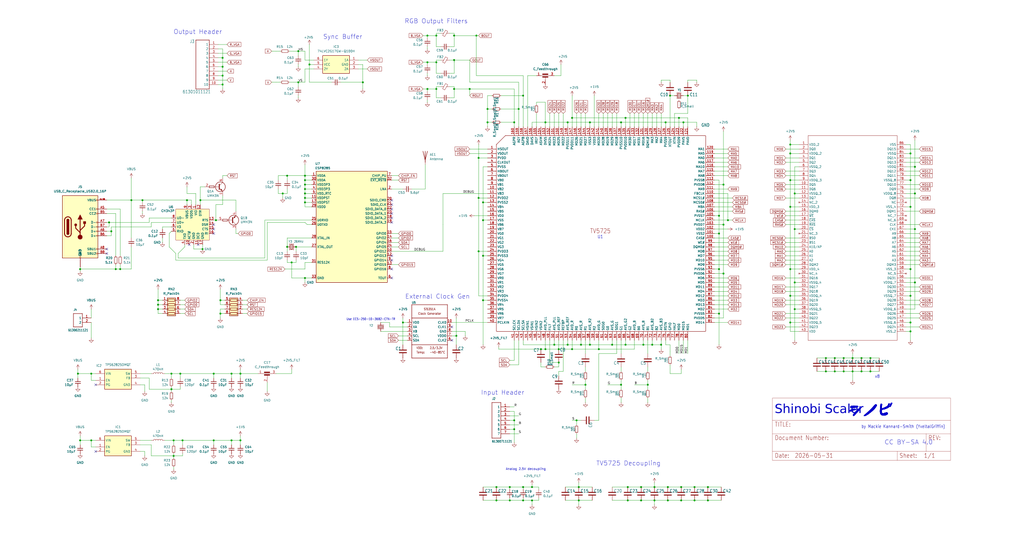
<source format=kicad_sch>
(kicad_sch (version 20240101) (generator "eeschema") (generator_version "8.99")
  (paper "User" 584.2 304.8)
  (junction (at 521.97 95.25))
  (junction (at 275.59 146.05))
  (junction (at 326.39 67.31))
  (junction (at 412.75 156.21))
  (junction (at 290.83 285.75))
  (junction (at 99.06 251.46))
  (junction (at 303.53 278.13))
  (junction (at 392.43 54.61))
  (junction (at 298.45 285.75))
  (junction (at 176.53 36.83))
  (junction (at 275.59 115.57))
  (junction (at 486.41 212.09))
  (junction (at 334.01 219.71))
  (junction (at 311.15 199.39))
  (junction (at 356.87 67.31))
  (junction (at 377.19 196.85))
  (junction (at 74.93 114.3))
  (junction (at 311.15 69.85))
  (junction (at 295.91 62.23))
  (junction (at 388.62 285.75))
  (junction (at 45.72 251.46))
  (junction (at 121.92 251.46))
  (junction (at 66.04 153.67))
  (junction (at 367.03 196.85))
  (junction (at 365.76 285.75))
  (junction (at 349.25 196.85))
  (junction (at 173.99 102.87))
  (junction (at 62.23 127))
  (junction (at 336.55 196.85))
  (junction (at 163.83 100.33))
  (junction (at 137.16 213.36))
  (junction (at 519.43 87.63))
  (junction (at 365.76 278.13))
  (junction (at 387.35 67.31))
  (junction (at 271.78 20.32))
  (junction (at 278.13 69.85))
  (junction (at 273.05 143.51))
  (junction (at 173.99 113.03))
  (junction (at 44.45 213.36))
  (junction (at 412.75 105.41))
  (junction (at 173.99 105.41))
  (junction (at 168.91 140.97))
  (junction (at 519.43 189.23))
  (junction (at 410.21 123.19))
  (junction (at 170.18 29.21))
  (junction (at 450.85 82.55))
  (junction (at 403.86 278.13))
  (junction (at 412.75 128.27))
  (junction (at 450.85 87.63))
  (junction (at 102.87 213.36))
  (junction (at 125.73 179.07))
  (junction (at 403.86 285.75))
  (junction (at 99.06 260.35))
  (junction (at 354.33 219.71))
  (junction (at 453.39 161.29))
  (junction (at 68.58 153.67))
  (junction (at 336.55 69.85))
  (junction (at 161.29 110.49))
  (junction (at 519.43 102.87))
  (junction (at 318.77 207.01))
  (junction (at 275.59 171.45))
  (junction (at 115.57 142.24))
  (junction (at 127 33.02))
  (junction (at 450.85 153.67))
  (junction (at 486.41 204.47))
  (junction (at 259.08 50.8))
  (junction (at 471.17 204.47))
  (junction (at 450.85 102.87))
  (junction (at 90.17 176.53))
  (junction (at 450.85 168.91))
  (junction (at 369.57 219.71))
  (junction (at 90.17 171.45))
  (junction (at 173.99 110.49))
  (junction (at 491.49 212.09))
  (junction (at 123.19 125.73))
  (junction (at 63.5 132.08))
  (junction (at 293.37 245.11))
  (junction (at 341.63 199.39))
  (junction (at 132.08 251.46))
  (junction (at 273.05 90.17))
  (junction (at 207.01 46.99))
  (junction (at 273.05 113.03))
  (junction (at 379.73 69.85))
  (junction (at 125.73 171.45))
  (junction (at 388.62 278.13))
  (junction (at 132.08 213.36))
  (junction (at 52.07 251.46))
  (junction (at 248.92 50.8))
  (junction (at 519.43 168.91))
  (junction (at 121.92 213.36))
  (junction (at 275.59 125.73))
  (junction (at 137.16 251.46))
  (junction (at 453.39 176.53))
  (junction (at 396.24 285.75))
  (junction (at 373.38 278.13))
  (junction (at 283.21 278.13))
  (junction (at 410.21 179.07))
  (junction (at 303.53 285.75))
  (junction (at 173.99 115.57))
  (junction (at 267.97 50.8))
  (junction (at 453.39 130.81))
  (junction (at 45.72 153.67))
  (junction (at 496.57 204.47))
  (junction (at 260.35 191.77))
  (junction (at 166.37 149.86))
  (junction (at 81.28 114.3))
  (junction (at 389.89 69.85))
  (junction (at 481.33 204.47))
  (junction (at 521.97 110.49))
  (junction (at 90.17 173.99))
  (junction (at 519.43 153.67))
  (junction (at 521.97 161.29))
  (junction (at 173.99 100.33))
  (junction (at 248.92 20.32))
  (junction (at 410.21 133.35))
  (junction (at 450.85 118.11))
  (junction (at 476.25 212.09))
  (junction (at 415.29 125.73))
  (junction (at 381 278.13))
  (junction (at 127 43.18))
  (junction (at 358.14 285.75))
  (junction (at 373.38 285.75))
  (junction (at 298.45 54.61))
  (junction (at 331.47 196.85))
  (junction (at 323.85 69.85))
  (junction (at 290.83 278.13))
  (junction (at 308.61 199.39))
  (junction (at 330.2 278.13))
  (junction (at 283.21 285.75))
  (junction (at 519.43 184.15))
  (junction (at 104.14 251.46))
  (junction (at 278.13 62.23))
  (junction (at 127 38.1))
  (junction (at 163.83 140.97))
  (junction (at 127 48.26))
  (junction (at 481.33 212.09))
  (junction (at 496.57 212.09))
  (junction (at 173.99 158.75))
  (junction (at 229.87 184.15))
  (junction (at 259.08 20.32))
  (junction (at 97.79 213.36))
  (junction (at 248.92 35.56))
  (junction (at 316.23 196.85))
  (junction (at 491.49 204.47))
  (junction (at 519.43 118.11))
  (junction (at 326.39 199.39))
  (junction (at 453.39 110.49))
  (junction (at 298.45 278.13))
  (junction (at 372.11 196.85))
  (junction (at 382.27 54.61))
  (junction (at 476.25 204.47))
  (junction (at 114.3 114.3))
  (junction (at 330.2 285.75))
  (junction (at 243.84 35.56))
  (junction (at 410.21 153.67))
  (junction (at 521.97 130.81))
  (junction (at 259.08 34.29))
  (junction (at 293.37 69.85))
  (junction (at 293.37 240.03))
  (junction (at 471.17 212.09))
  (junction (at 243.84 20.32))
  (junction (at 170.18 46.99))
  (junction (at 106.68 114.3))
  (junction (at 356.87 196.85))
  (junction (at 52.07 213.36))
  (junction (at 396.24 278.13))
  (junction (at 243.84 50.8))
  (junction (at 358.14 278.13))
  (junction (at 354.33 69.85))
  (junction (at 318.77 199.39))
  (junction (at 173.99 107.95))
  (junction (at 381 285.75))
  (junction (at 97.79 222.25))
  (junction (at 450.85 184.15))
  (junction (at 323.85 196.85))
  (junction (at 328.93 240.03))
  (no_connect (at 121.92 133.35))
  (no_connect (at 223.52 127))
  (no_connect (at 223.52 114.3))
  (no_connect (at 113.03 139.7))
  (no_connect (at 121.92 128.27))
  (no_connect (at 223.52 148.59))
  (no_connect (at 54.61 219.71))
  (no_connect (at 121.92 130.81))
  (no_connect (at 257.81 186.69))
  (no_connect (at 107.95 139.7))
  (no_connect (at 223.52 153.67))
  (no_connect (at 223.52 124.46))
  (no_connect (at 223.52 158.75))
  (no_connect (at 223.52 121.92))
  (no_connect (at 223.52 146.05))
  (no_connect (at 223.52 119.38))
  (no_connect (at 54.61 257.81))
  (no_connect (at 257.81 194.31))
  (no_connect (at 60.96 142.24))
  (no_connect (at 223.52 116.84))
  (no_connect (at 60.96 144.78))
  (wire (pts (xy 243.84 20.32) (xy 248.92 20.32)) (stroke (width 0.1524)))
  (wire (pts (xy 90.17 171.45) (xy 90.17 173.99)))
  (wire (pts (xy 344.17 72.39) (xy 344.17 64.77)) (stroke (width 0.1524)))
  (wire (pts (xy 516.89 133.35) (xy 524.51 133.35)) (stroke (width 0.1524)))
  (wire (pts (xy 455.93 189.23) (xy 450.85 189.23)) (stroke (width 0.1524)))
  (wire (pts (xy 311.15 199.39) (xy 311.15 194.31)) (stroke (width 0.1524)))
  (wire (pts (xy 109.22 114.3) (xy 106.68 114.3)))
  (wire (pts (xy 524.51 120.65) (xy 516.89 120.65)) (stroke (width 0.1524)))
  (wire (pts (xy 97.79 229.87) (xy 97.79 228.6)))
  (wire (pts (xy 455.93 107.95) (xy 448.31 107.95)) (stroke (width 0.1524)))
  (wire (pts (xy 326.39 54.61) (xy 326.39 67.31)))
  (wire (pts (xy 407.67 133.35) (xy 410.21 133.35)) (stroke (width 0.1524)))
  (wire (pts (xy 121.92 125.73) (xy 123.19 125.73)))
  (wire (pts (xy 52.07 176.53) (xy 52.07 181.61)))
  (wire (pts (xy 170.18 29.21) (xy 170.18 31.75)))
  (wire (pts (xy 278.13 168.91) (xy 273.05 168.91)) (stroke (width 0.1524)))
  (wire (pts (xy 318.77 214.63) (xy 318.77 212.09)) (stroke (width 0.1524)))
  (wire (pts (xy 476.25 204.47) (xy 481.33 204.47)) (stroke (width 0.1524)))
  (wire (pts (xy 152.4 218.44) (xy 152.4 223.52)))
  (wire (pts (xy 295.91 208.28) (xy 290.83 208.28)) (stroke (width 0.1524)))
  (wire (pts (xy 389.89 54.61) (xy 392.43 54.61)) (stroke (width 0.1524)))
  (wire (pts (xy 44.45 210.82) (xy 44.45 213.36)))
  (wire (pts (xy 377.19 194.31) (xy 377.19 196.85)) (stroke (width 0.1524)))
  (wire (pts (xy 232.41 194.31) (xy 227.33 194.31)) (stroke (width 0.1524)))
  (wire (pts (xy 223.52 143.51) (xy 252.73 143.51)))
  (wire (pts (xy 82.55 223.52) (xy 82.55 219.71)))
  (wire (pts (xy 455.93 130.81) (xy 453.39 130.81)) (stroke (width 0.1524)))
  (wire (pts (xy 379.73 72.39) (xy 379.73 69.85)) (stroke (width 0.1524)))
  (wire (pts (xy 173.99 110.49) (xy 177.8 110.49)))
  (wire (pts (xy 356.87 194.31) (xy 356.87 196.85)) (stroke (width 0.1524)))
  (wire (pts (xy 412.75 156.21) (xy 407.67 156.21)) (stroke (width 0.1524)))
  (wire (pts (xy 251.46 49.53) (xy 248.92 49.53)))
  (wire (pts (xy 486.41 214.63) (xy 486.41 212.09)) (stroke (width 0.1524)))
  (wire (pts (xy 293.37 240.03) (xy 293.37 245.11)) (stroke (width 0.1524)))
  (wire (pts (xy 283.21 285.75) (xy 290.83 285.75)))
  (wire (pts (xy 172.72 29.21) (xy 170.18 29.21)) (stroke (width 0.1524)))
  (wire (pts (xy 455.93 118.11) (xy 450.85 118.11)) (stroke (width 0.1524)))
  (wire (pts (xy 278.13 62.23) (xy 278.13 69.85)) (stroke (width 0.1524)))
  (wire (pts (xy 321.31 194.31) (xy 321.31 212.09)) (stroke (width 0.1524)))
  (wire (pts (xy 331.47 194.31) (xy 331.47 196.85)) (stroke (width 0.1524)))
  (wire (pts (xy 168.91 149.86) (xy 168.91 148.59)))
  (wire (pts (xy 334.01 72.39) (xy 334.01 64.77)) (stroke (width 0.1524)))
  (wire (pts (xy 85.09 215.9) (xy 85.09 222.25)))
  (wire (pts (xy 173.99 100.33) (xy 177.8 100.33)))
  (wire (pts (xy 176.53 25.4) (xy 176.53 36.83)))
  (wire (pts (xy 45.72 153.67) (xy 66.04 153.67)))
  (wire (pts (xy 516.89 100.33) (xy 524.51 100.33)) (stroke (width 0.1524)))
  (wire (pts (xy 328.93 240.03) (xy 331.47 240.03)) (stroke (width 0.1524)))
  (wire (pts (xy 161.29 113.03) (xy 161.29 110.49)))
  (wire (pts (xy 373.38 288.29) (xy 373.38 285.75)) (stroke (width 0.1524)))
  (wire (pts (xy 303.53 278.13) (xy 307.34 278.13)))
  (wire (pts (xy 369.57 72.39) (xy 369.57 64.77)) (stroke (width 0.1524)))
  (wire (pts (xy 170.18 46.99) (xy 170.18 49.53)))
  (wire (pts (xy 410.21 153.67) (xy 407.67 153.67)) (stroke (width 0.1524)))
  (wire (pts (xy 410.21 179.07) (xy 407.67 179.07)) (stroke (width 0.1524)))
  (wire (pts (xy 273.05 20.32) (xy 271.78 20.32)) (stroke (width 0.1524)))
  (wire (pts (xy 407.67 161.29) (xy 415.29 161.29)) (stroke (width 0.1524)))
  (wire (pts (xy 323.85 194.31) (xy 323.85 196.85)) (stroke (width 0.1524)))
  (wire (pts (xy 223.52 107.95) (xy 229.87 107.95)))
  (wire (pts (xy 298.45 278.13) (xy 290.83 278.13)))
  (wire (pts (xy 250.19 55.88) (xy 248.92 55.88)) (stroke (width 0.1524)))
  (wire (pts (xy 189.23 46.99) (xy 176.53 46.99)))
  (wire (pts (xy 392.43 45.72) (xy 392.43 46.99)))
  (wire (pts (xy 410.21 123.19) (xy 410.21 102.87)) (stroke (width 0.1524)))
  (wire (pts (xy 173.99 149.86) (xy 173.99 153.67)))
  (wire (pts (xy 341.63 194.31) (xy 341.63 199.39)) (stroke (width 0.1524)))
  (wire (pts (xy 387.35 67.31) (xy 387.35 72.39)) (stroke (width 0.1524)))
  (wire (pts (xy 105.41 139.7) (xy 105.41 140.97)))
  (wire (pts (xy 243.84 35.56) (xy 243.84 36.83)))
  (wire (pts (xy 407.67 87.63) (xy 415.29 87.63)) (stroke (width 0.1524)))
  (wire (pts (xy 173.99 115.57) (xy 173.99 118.11)))
  (wire (pts (xy 354.33 201.93) (xy 354.33 194.31)) (stroke (width 0.1524)))
  (wire (pts (xy 455.93 123.19) (xy 448.31 123.19)) (stroke (width 0.1524)))
  (wire (pts (xy 134.62 114.3) (xy 134.62 120.65)))
  (wire (pts (xy 303.53 69.85) (xy 311.15 69.85)) (stroke (width 0.1524)))
  (wire (pts (xy 290.83 240.03) (xy 293.37 240.03)) (stroke (width 0.1524)))
  (wire (pts (xy 114.3 106.68) (xy 116.84 106.68)))
  (wire (pts (xy 259.08 55.88) (xy 259.08 50.8)) (stroke (width 0.1524)))
  (wire (pts (xy 407.67 113.03) (xy 417.83 113.03)) (stroke (width 0.1524)))
  (wire (pts (xy 259.08 20.32) (xy 271.78 20.32)) (stroke (width 0.1524)))
  (wire (pts (xy 306.07 72.39) (xy 306.07 64.77)) (stroke (width 0.1524)))
  (wire (pts (xy 168.91 140.97) (xy 177.8 140.97)))
  (wire (pts (xy 354.33 209.55) (xy 354.33 212.09)))
  (wire (pts (xy 389.89 69.85) (xy 379.73 69.85)) (stroke (width 0.1524)))
  (wire (pts (xy 481.33 204.47) (xy 486.41 204.47)) (stroke (width 0.1524)))
  (wire (pts (xy 86.36 260.35) (xy 99.06 260.35)))
  (wire (pts (xy 275.59 115.57) (xy 275.59 95.25)) (stroke (width 0.1524)))
  (wire (pts (xy 123.19 125.73) (xy 124.46 125.73)))
  (wire (pts (xy 109.22 116.84) (xy 109.22 114.3)))
  (wire (pts (xy 455.93 186.69) (xy 448.31 186.69)) (stroke (width 0.1524)))
  (wire (pts (xy 364.49 72.39) (xy 364.49 64.77)) (stroke (width 0.1524)))
  (wire (pts (xy 455.93 85.09) (xy 448.31 85.09)) (stroke (width 0.1524)))
  (wire (pts (xy 326.39 199.39) (xy 326.39 194.31)) (stroke (width 0.1524)))
  (wire (pts (xy 369.57 209.55) (xy 369.57 212.09)))
  (wire (pts (xy 311.15 199.39) (xy 318.77 199.39)) (stroke (width 0.1524)))
  (wire (pts (xy 486.41 204.47) (xy 491.49 204.47)) (stroke (width 0.1524)))
  (wire (pts (xy 275.59 278.13) (xy 283.21 278.13)))
  (wire (pts (xy 354.33 227.33) (xy 354.33 229.87)))
  (wire (pts (xy 68.58 151.13) (xy 68.58 153.67)))
  (wire (pts (xy 516.89 171.45) (xy 524.51 171.45)) (stroke (width 0.1524)))
  (wire (pts (xy 361.95 72.39) (xy 361.95 64.77)) (stroke (width 0.1524)))
  (wire (pts (xy 278.13 87.63) (xy 267.97 87.63)) (stroke (width 0.1524)))
  (wire (pts (xy 521.97 176.53) (xy 521.97 161.29)) (stroke (width 0.1524)))
  (wire (pts (xy 407.67 85.09) (xy 415.29 85.09)) (stroke (width 0.1524)))
  (wire (pts (xy 223.52 102.87) (xy 227.33 102.87)))
  (wire (pts (xy 328.93 240.03) (xy 328.93 242.57)))
  (wire (pts (xy 259.08 34.29) (xy 259.08 41.91)) (stroke (width 0.1524)))
  (wire (pts (xy 519.43 189.23) (xy 519.43 194.31)) (stroke (width 0.1524)))
  (wire (pts (xy 60.96 119.38) (xy 68.58 119.38)))
  (wire (pts (xy 223.52 133.35) (xy 227.33 133.35)))
  (wire (pts (xy 252.73 110.49) (xy 278.13 110.49)) (stroke (width 0.1524)))
  (wire (pts (xy 392.43 194.31) (xy 392.43 201.93)) (stroke (width 0.1524)))
  (wire (pts (xy 157.48 29.21) (xy 160.02 29.21)))
  (wire (pts (xy 356.87 67.31) (xy 387.35 67.31)) (stroke (width 0.1524)))
  (wire (pts (xy 516.89 184.15) (xy 519.43 184.15)) (stroke (width 0.1524)))
  (wire (pts (xy 290.83 278.13) (xy 290.83 279.4)))
  (wire (pts (xy 81.28 114.3) (xy 106.68 114.3)))
  (wire (pts (xy 259.08 50.8) (xy 267.97 50.8)) (stroke (width 0.1524)))
  (wire (pts (xy 259.08 19.05) (xy 259.08 20.32)))
  (wire (pts (xy 170.18 54.61) (xy 170.18 55.88)))
  (wire (pts (xy 407.67 90.17) (xy 415.29 90.17)) (stroke (width 0.1524)))
  (wire (pts (xy 290.83 285.75) (xy 298.45 285.75)))
  (wire (pts (xy 466.09 204.47) (xy 471.17 204.47)) (stroke (width 0.1524)))
  (wire (pts (xy 267.97 46.99) (xy 267.97 34.29)) (stroke (width 0.1524)))
  (wire (pts (xy 367.03 196.85) (xy 372.11 196.85)) (stroke (width 0.1524)))
  (wire (pts (xy 516.89 97.79) (xy 524.51 97.79)) (stroke (width 0.1524)))
  (wire (pts (xy 455.93 166.37) (xy 448.31 166.37)) (stroke (width 0.1524)))
  (wire (pts (xy 455.93 82.55) (xy 450.85 82.55)) (stroke (width 0.1524)))
  (wire (pts (xy 90.17 173.99) (xy 92.71 173.99)))
  (wire (pts (xy 388.62 210.82) (xy 388.62 213.36)))
  (wire (pts (xy 248.92 49.53) (xy 248.92 50.8)))
  (wire (pts (xy 106.68 114.3) (xy 106.68 116.84)))
  (wire (pts (xy 415.29 125.73) (xy 417.83 125.73)) (stroke (width 0.1524)))
  (wire (pts (xy 308.61 209.55) (xy 311.15 209.55)))
  (wire (pts (xy 163.83 140.97) (xy 163.83 143.51)))
  (wire (pts (xy 330.2 278.13) (xy 330.2 275.59)) (stroke (width 0.1524)))
  (wire (pts (xy 516.89 166.37) (xy 524.51 166.37)) (stroke (width 0.1524)))
  (wire (pts (xy 166.37 149.86) (xy 168.91 149.86)))
  (wire (pts (xy 54.61 217.17) (xy 52.07 217.17)))
  (wire (pts (xy 410.21 179.07) (xy 410.21 153.67)) (stroke (width 0.1524)))
  (wire (pts (xy 163.83 135.89) (xy 163.83 140.97)))
  (wire (pts (xy 519.43 102.87) (xy 519.43 118.11)) (stroke (width 0.1524)))
  (wire (pts (xy 516.89 153.67) (xy 519.43 153.67)) (stroke (width 0.1524)))
  (wire (pts (xy 326.39 240.03) (xy 328.93 240.03)) (stroke (width 0.1524)))
  (wire (pts (xy 111.76 116.84) (xy 111.76 110.49)))
  (wire (pts (xy 377.19 45.72) (xy 382.27 45.72)))
  (wire (pts (xy 248.92 41.91) (xy 248.92 35.56)) (stroke (width 0.1524)))
  (wire (pts (xy 243.84 57.15) (xy 243.84 58.42)))
  (wire (pts (xy 124.46 25.4) (xy 129.54 25.4)) (stroke (width 0.1524)))
  (wire (pts (xy 516.89 151.13) (xy 524.51 151.13)) (stroke (width 0.1524)))
  (wire (pts (xy 455.93 161.29) (xy 453.39 161.29)) (stroke (width 0.1524)))
  (wire (pts (xy 303.53 285.75) (xy 303.53 288.29)))
  (wire (pts (xy 306.07 58.42) (xy 311.15 58.42)) (stroke (width 0.1524)))
  (wire (pts (xy 256.54 26.67) (xy 257.81 26.67)))
  (wire (pts (xy 403.86 278.13) (xy 411.48 278.13)) (stroke (width 0.1524)))
  (wire (pts (xy 407.67 95.25) (xy 415.29 95.25)) (stroke (width 0.1524)))
  (wire (pts (xy 450.85 153.67) (xy 450.85 118.11)) (stroke (width 0.1524)))
  (wire (pts (xy 172.72 46.99) (xy 170.18 46.99)) (stroke (width 0.1524)))
  (wire (pts (xy 259.08 34.29) (xy 267.97 34.29)) (stroke (width 0.1524)))
  (wire (pts (xy 158.75 102.87) (xy 158.75 100.33)))
  (wire (pts (xy 379.73 196.85) (xy 382.27 196.85)) (stroke (width 0.1524)))
  (wire (pts (xy 455.93 120.65) (xy 448.31 120.65)) (stroke (width 0.1524)))
  (wire (pts (xy 293.37 234.95) (xy 293.37 240.03)) (stroke (width 0.1524)))
  (wire (pts (xy 334.01 219.71) (xy 334.01 222.25)))
  (wire (pts (xy 125.73 171.45) (xy 128.27 171.45)))
  (wire (pts (xy 373.38 278.13) (xy 381 278.13)) (stroke (width 0.1524)))
  (wire (pts (xy 320.04 43.18) (xy 316.23 43.18)))
  (wire (pts (xy 256.54 55.88) (xy 257.81 55.88)))
  (wire (pts (xy 68.58 153.67) (xy 74.93 153.67)))
  (wire (pts (xy 134.62 114.3) (xy 114.3 114.3)))
  (wire (pts (xy 132.08 251.46) (xy 132.08 254)))
  (wire (pts (xy 173.99 158.75) (xy 166.37 158.75)))
  (wire (pts (xy 369.57 219.71) (xy 369.57 222.25)))
  (wire (pts (xy 455.93 153.67) (xy 450.85 153.67)) (stroke (width 0.1524)))
  (wire (pts (xy 137.16 248.92) (xy 137.16 251.46)))
  (wire (pts (xy 323.85 69.85) (xy 311.15 69.85)) (stroke (width 0.1524)))
  (wire (pts (xy 407.67 176.53) (xy 415.29 176.53)) (stroke (width 0.1524)))
  (wire (pts (xy 382.27 200.66) (xy 382.27 203.2)))
  (wire (pts (xy 74.93 114.3) (xy 74.93 135.89)))
  (wire (pts (xy 407.67 181.61) (xy 412.75 181.61)) (stroke (width 0.1524)))
  (wire (pts (xy 455.93 125.73) (xy 448.31 125.73)) (stroke (width 0.1524)))
  (wire (pts (xy 313.69 194.31) (xy 313.69 207.01)) (stroke (width 0.1524)))
  (wire (pts (xy 516.89 140.97) (xy 524.51 140.97)) (stroke (width 0.1524)))
  (wire (pts (xy 369.57 217.17) (xy 369.57 219.71)))
  (wire (pts (xy 173.99 102.87) (xy 173.99 105.41)))
  (wire (pts (xy 163.83 110.49) (xy 161.29 110.49)))
  (wire (pts (xy 331.47 72.39) (xy 331.47 64.77)) (stroke (width 0.1524)))
  (wire (pts (xy 337.82 278.13) (xy 330.2 278.13)) (stroke (width 0.1524)))
  (wire (pts (xy 349.25 285.75) (xy 358.14 285.75)) (stroke (width 0.1524)))
  (wire (pts (xy 283.21 278.13) (xy 290.83 278.13)))
  (wire (pts (xy 453.39 110.49) (xy 453.39 130.81)) (stroke (width 0.1524)))
  (wire (pts (xy 372.11 194.31) (xy 372.11 196.85)) (stroke (width 0.1524)))
  (wire (pts (xy 293.37 245.11) (xy 293.37 252.73)) (stroke (width 0.1524)))
  (wire (pts (xy 516.89 158.75) (xy 524.51 158.75)) (stroke (width 0.1524)))
  (wire (pts (xy 455.93 87.63) (xy 450.85 87.63)) (stroke (width 0.1524)))
  (wire (pts (xy 278.13 125.73) (xy 275.59 125.73)) (stroke (width 0.1524)))
  (wire (pts (xy 293.37 194.31) (xy 293.37 205.74)) (stroke (width 0.1524)))
  (wire (pts (xy 410.21 123.19) (xy 407.67 123.19)) (stroke (width 0.1524)))
  (wire (pts (xy 251.46 34.29) (xy 248.92 34.29)))
  (wire (pts (xy 232.41 189.23) (xy 217.17 189.23)) (stroke (width 0.1524)))
  (wire (pts (xy 379.73 69.85) (xy 354.33 69.85)) (stroke (width 0.1524)))
  (wire (pts (xy 97.79 222.25) (xy 97.79 223.52)))
  (wire (pts (xy 248.92 55.88) (xy 248.92 50.8)) (stroke (width 0.1524)))
  (wire (pts (xy 455.93 173.99) (xy 448.31 173.99)) (stroke (width 0.1524)))
  (wire (pts (xy 410.21 102.87) (xy 407.67 102.87)) (stroke (width 0.1524)))
  (wire (pts (xy 516.89 107.95) (xy 524.51 107.95)) (stroke (width 0.1524)))
  (wire (pts (xy 306.07 43.18) (xy 300.99 43.18)))
  (wire (pts (xy 303.53 72.39) (xy 303.53 69.85)) (stroke (width 0.1524)))
  (wire (pts (xy 173.99 29.21) (xy 172.72 29.21)))
  (wire (pts (xy 351.79 72.39) (xy 351.79 64.77)) (stroke (width 0.1524)))
  (wire (pts (xy 455.93 90.17) (xy 448.31 90.17)) (stroke (width 0.1524)))
  (wire (pts (xy 68.58 119.38) (xy 68.58 146.05)))
  (wire (pts (xy 92.71 176.53) (xy 90.17 176.53)))
  (wire (pts (xy 284.48 199.39) (xy 308.61 199.39)) (stroke (width 0.1524)))
  (wire (pts (xy 293.37 69.85) (xy 293.37 50.8)) (stroke (width 0.1524)))
  (wire (pts (xy 284.48 199.39) (xy 284.48 198.12)) (stroke (width 0.1524)))
  (wire (pts (xy 481.33 212.09) (xy 486.41 212.09)) (stroke (width 0.1524)))
  (wire (pts (xy 341.63 240.03) (xy 341.63 201.93)) (stroke (width 0.1524)))
  (wire (pts (xy 316.23 209.55) (xy 318.77 209.55)))
  (wire (pts (xy 111.76 110.49) (xy 106.68 110.49)))
  (wire (pts (xy 407.67 166.37) (xy 415.29 166.37)) (stroke (width 0.1524)))
  (wire (pts (xy 66.04 121.92) (xy 66.04 146.05)))
  (wire (pts (xy 62.23 129.54) (xy 62.23 127)))
  (wire (pts (xy 127 38.1) (xy 124.46 38.1)) (stroke (width 0.1524)))
  (wire (pts (xy 377.19 196.85) (xy 377.19 199.39)))
  (wire (pts (xy 407.67 151.13) (xy 415.29 151.13)) (stroke (width 0.1524)))
  (wire (pts (xy 74.93 101.6) (xy 74.93 114.3)))
  (wire (pts (xy 278.13 62.23) (xy 280.67 62.23)))
  (wire (pts (xy 223.52 100.33) (xy 227.33 100.33)))
  (wire (pts (xy 173.99 34.29) (xy 173.99 29.21)))
  (wire (pts (xy 137.16 213.36) (xy 137.16 215.9)))
  (wire (pts (xy 128.27 176.53) (xy 125.73 176.53)))
  (wire (pts (xy 124.46 30.48) (xy 129.54 30.48)) (stroke (width 0.1524)))
  (wire (pts (xy 336.55 69.85) (xy 323.85 69.85)) (stroke (width 0.1524)))
  (wire (pts (xy 267.97 54.61) (xy 267.97 50.8)) (stroke (width 0.1524)))
  (wire (pts (xy 173.99 39.37) (xy 173.99 46.99)))
  (wire (pts (xy 99.06 267.97) (xy 99.06 266.7)))
  (wire (pts (xy 82.55 257.81) (xy 80.01 257.81)))
  (wire (pts (xy 102.87 213.36) (xy 121.92 213.36)))
  (wire (pts (xy 275.59 285.75) (xy 283.21 285.75)))
  (wire (pts (xy 63.5 132.08) (xy 63.5 129.54)))
  (wire (pts (xy 275.59 196.85) (xy 275.59 171.45)) (stroke (width 0.1524)))
  (wire (pts (xy 455.93 110.49) (xy 453.39 110.49)) (stroke (width 0.1524)))
  (wire (pts (xy 330.2 288.29) (xy 330.2 285.75)) (stroke (width 0.1524)))
  (wire (pts (xy 349.25 72.39) (xy 349.25 64.77)) (stroke (width 0.1524)))
  (wire (pts (xy 127 48.26) (xy 127 50.8)))
  (wire (pts (xy 63.5 134.62) (xy 63.5 132.08)))
  (wire (pts (xy 127 38.1) (xy 127 43.18)) (stroke (width 0.1524)))
  (wire (pts (xy 137.16 251.46) (xy 137.16 254)))
  (wire (pts (xy 152.4 148.59) (xy 100.33 148.59)))
  (wire (pts (xy 275.59 125.73) (xy 275.59 115.57)) (stroke (width 0.1524)))
  (wire (pts (xy 102.87 179.07) (xy 105.41 179.07)))
  (wire (pts (xy 396.24 278.13) (xy 403.86 278.13)) (stroke (width 0.1524)))
  (wire (pts (xy 336.55 196.85) (xy 349.25 196.85)) (stroke (width 0.1524)))
  (wire (pts (xy 259.08 34.29) (xy 259.08 35.56)))
  (wire (pts (xy 455.93 151.13) (xy 448.31 151.13)) (stroke (width 0.1524)))
  (wire (pts (xy 106.68 106.68) (xy 106.68 110.49)))
  (wire (pts (xy 381 285.75) (xy 388.62 285.75)) (stroke (width 0.1524)))
  (wire (pts (xy 243.84 35.56) (xy 248.92 35.56)) (stroke (width 0.1524)))
  (wire (pts (xy 313.69 72.39) (xy 313.69 64.77)) (stroke (width 0.1524)))
  (wire (pts (xy 455.93 184.15) (xy 450.85 184.15)) (stroke (width 0.1524)))
  (wire (pts (xy 80.01 215.9) (xy 85.09 215.9)))
  (wire (pts (xy 157.48 46.99) (xy 160.02 46.99)))
  (wire (pts (xy 382.27 45.72) (xy 382.27 46.99)))
  (wire (pts (xy 496.57 212.09) (xy 501.65 212.09)) (stroke (width 0.1524)))
  (wire (pts (xy 316.23 196.85) (xy 323.85 196.85)) (stroke (width 0.1524)))
  (wire (pts (xy 496.57 204.47) (xy 501.65 204.47)) (stroke (width 0.1524)))
  (wire (pts (xy 298.45 194.31) (xy 298.45 196.85)) (stroke (width 0.1524)))
  (wire (pts (xy 486.41 201.93) (xy 486.41 204.47)) (stroke (width 0.1524)))
  (wire (pts (xy 259.08 26.67) (xy 259.08 20.32)) (stroke (width 0.1524)))
  (wire (pts (xy 92.71 129.54) (xy 97.79 129.54)))
  (wire (pts (xy 123.19 116.84) (xy 127 116.84)))
  (wire (pts (xy 334.01 219.71) (xy 326.39 219.71)) (stroke (width 0.1524)))
  (wire (pts (xy 516.89 168.91) (xy 519.43 168.91)) (stroke (width 0.1524)))
  (wire (pts (xy 410.21 153.67) (xy 410.21 133.35)) (stroke (width 0.1524)))
  (wire (pts (xy 293.37 205.74) (xy 290.83 205.74)) (stroke (width 0.1524)))
  (wire (pts (xy 407.67 97.79) (xy 415.29 97.79)) (stroke (width 0.1524)))
  (wire (pts (xy 209.55 34.29) (xy 205.74 34.29)) (stroke (width 0.1524)))
  (wire (pts (xy 74.93 114.3) (xy 81.28 114.3)))
  (wire (pts (xy 516.89 92.71) (xy 524.51 92.71)) (stroke (width 0.1524)))
  (wire (pts (xy 455.93 181.61) (xy 448.31 181.61)) (stroke (width 0.1524)))
  (wire (pts (xy 121.92 213.36) (xy 132.08 213.36)))
  (wire (pts (xy 179.07 34.29) (xy 173.99 34.29)))
  (wire (pts (xy 275.59 146.05) (xy 278.13 146.05)) (stroke (width 0.1524)))
  (wire (pts (xy 170.18 46.99) (xy 167.64 46.99)) (stroke (width 0.1524)))
  (wire (pts (xy 388.62 213.36) (xy 382.27 213.36)))
  (wire (pts (xy 466.09 212.09) (xy 471.17 212.09)) (stroke (width 0.1524)))
  (wire (pts (xy 388.62 278.13) (xy 396.24 278.13)) (stroke (width 0.1524)))
  (wire (pts (xy 273.05 168.91) (xy 273.05 143.51)) (stroke (width 0.1524)))
  (wire (pts (xy 397.51 45.72) (xy 392.43 45.72)))
  (wire (pts (xy 407.67 120.65) (xy 417.83 120.65)) (stroke (width 0.1524)))
  (wire (pts (xy 80.01 254) (xy 86.36 254)))
  (wire (pts (xy 285.75 69.85) (xy 293.37 69.85)) (stroke (width 0.1524)))
  (wire (pts (xy 256.54 41.91) (xy 257.81 41.91)))
  (wire (pts (xy 384.81 72.39) (xy 384.81 64.77)) (stroke (width 0.1524)))
  (wire (pts (xy 407.67 158.75) (xy 415.29 158.75)) (stroke (width 0.1524)))
  (wire (pts (xy 321.31 72.39) (xy 321.31 64.77)) (stroke (width 0.1524)))
  (wire (pts (xy 519.43 184.15) (xy 519.43 189.23)) (stroke (width 0.1524)))
  (wire (pts (xy 354.33 219.71) (xy 346.71 219.71)) (stroke (width 0.1524)))
  (wire (pts (xy 222.25 184.15) (xy 217.17 184.15)) (stroke (width 0.1524)))
  (wire (pts (xy 290.83 232.41) (xy 293.37 232.41)) (stroke (width 0.1524)))
  (wire (pts (xy 379.73 194.31) (xy 379.73 196.85)) (stroke (width 0.1524)))
  (wire (pts (xy 223.52 138.43) (xy 227.33 138.43)))
  (wire (pts (xy 60.96 114.3) (xy 74.93 114.3)))
  (wire (pts (xy 290.83 247.65) (xy 295.91 247.65)) (stroke (width 0.1524)))
  (wire (pts (xy 407.67 184.15) (xy 415.29 184.15)) (stroke (width 0.1524)))
  (wire (pts (xy 241.3 50.8) (xy 243.84 50.8)) (stroke (width 0.1524)))
  (wire (pts (xy 257.81 26.67) (xy 259.08 26.67)) (stroke (width 0.1524)))
  (wire (pts (xy 96.52 140.97) (xy 100.33 144.78)))
  (wire (pts (xy 397.51 69.85) (xy 389.89 69.85)) (stroke (width 0.1524)))
  (wire (pts (xy 93.98 213.36) (xy 97.79 213.36)))
  (wire (pts (xy 455.93 128.27) (xy 448.31 128.27)) (stroke (width 0.1524)))
  (wire (pts (xy 60.96 132.08) (xy 63.5 132.08)))
  (wire (pts (xy 349.25 196.85) (xy 349.25 194.31)) (stroke (width 0.1524)))
  (wire (pts (xy 455.93 102.87) (xy 450.85 102.87)) (stroke (width 0.1524)))
  (wire (pts (xy 358.14 278.13) (xy 365.76 278.13)) (stroke (width 0.1524)))
  (wire (pts (xy 173.99 93.98) (xy 173.99 100.33)))
  (wire (pts (xy 450.85 87.63) (xy 450.85 82.55)) (stroke (width 0.1524)))
  (wire (pts (xy 389.89 194.31) (xy 389.89 201.93)) (stroke (width 0.1524)))
  (wire (pts (xy 471.17 212.09) (xy 476.25 212.09)) (stroke (width 0.1524)))
  (wire (pts (xy 96.52 133.35) (xy 97.79 132.08)))
  (wire (pts (xy 306.07 58.42) (xy 306.07 59.69)) (stroke (width 0.1524)))
  (wire (pts (xy 455.93 100.33) (xy 448.31 100.33)) (stroke (width 0.1524)))
  (wire (pts (xy 450.85 184.15) (xy 450.85 168.91)) (stroke (width 0.1524)))
  (wire (pts (xy 361.95 199.39) (xy 341.63 199.39)) (stroke (width 0.1524)))
  (wire (pts (xy 453.39 130.81) (xy 453.39 161.29)) (stroke (width 0.1524)))
  (wire (pts (xy 90.17 171.45) (xy 92.71 171.45)))
  (wire (pts (xy 455.93 163.83) (xy 448.31 163.83)) (stroke (width 0.1524)))
  (wire (pts (xy 163.83 148.59) (xy 163.83 149.86)))
  (wire (pts (xy 97.79 213.36) (xy 102.87 213.36)))
  (wire (pts (xy 97.79 220.98) (xy 97.79 222.25)))
  (wire (pts (xy 407.67 163.83) (xy 415.29 163.83)) (stroke (width 0.1524)))
  (wire (pts (xy 163.83 100.33) (xy 173.99 100.33)))
  (wire (pts (xy 101.6 147.32) (xy 101.6 144.78)))
  (wire (pts (xy 102.87 173.99) (xy 105.41 173.99)))
  (wire (pts (xy 173.99 110.49) (xy 173.99 113.03)))
  (wire (pts (xy 177.8 158.75) (xy 173.99 158.75)))
  (wire (pts (xy 265.43 189.23) (xy 265.43 191.77)) (stroke (width 0.1524)))
  (wire (pts (xy 295.91 46.99) (xy 267.97 46.99)) (stroke (width 0.1524)))
  (wire (pts (xy 52.07 217.17) (xy 52.07 213.36)))
  (wire (pts (xy 328.93 72.39) (xy 328.93 64.77)) (stroke (width 0.1524)))
  (wire (pts (xy 101.6 147.32) (xy 151.13 147.32)))
  (wire (pts (xy 273.05 113.03) (xy 273.05 90.17)) (stroke (width 0.1524)))
  (wire (pts (xy 303.53 285.75) (xy 307.34 285.75)))
  (wire (pts (xy 173.99 127) (xy 152.4 127)))
  (wire (pts (xy 204.47 39.37) (xy 209.55 39.37)))
  (wire (pts (xy 124.46 40.64) (xy 129.54 40.64)) (stroke (width 0.1524)))
  (wire (pts (xy 140.97 179.07) (xy 138.43 179.07)))
  (wire (pts (xy 100.33 144.78) (xy 100.33 148.59)))
  (wire (pts (xy 322.58 278.13) (xy 330.2 278.13)) (stroke (width 0.1524)))
  (wire (pts (xy 127 27.94) (xy 127 33.02)) (stroke (width 0.1524)))
  (wire (pts (xy 166.37 210.82) (xy 166.37 213.36)))
  (wire (pts (xy 356.87 196.85) (xy 367.03 196.85)) (stroke (width 0.1524)))
  (wire (pts (xy 311.15 58.42) (xy 311.15 69.85)) (stroke (width 0.1524)))
  (wire (pts (xy 121.92 251.46) (xy 121.92 254)))
  (wire (pts (xy 521.97 130.81) (xy 521.97 110.49)) (stroke (width 0.1524)))
  (wire (pts (xy 407.67 171.45) (xy 415.29 171.45)) (stroke (width 0.1524)))
  (wire (pts (xy 412.75 105.41) (xy 407.67 105.41)) (stroke (width 0.1524)))
  (wire (pts (xy 351.79 201.93) (xy 341.63 201.93)) (stroke (width 0.1524)))
  (wire (pts (xy 99.06 251.46) (xy 99.06 254)))
  (wire (pts (xy 127 43.18) (xy 127 48.26)) (stroke (width 0.1524)))
  (wire (pts (xy 392.43 54.61) (xy 392.43 64.77)) (stroke (width 0.1524)))
  (wire (pts (xy 308.61 199.39) (xy 311.15 199.39)) (stroke (width 0.1524)))
  (wire (pts (xy 407.67 125.73) (xy 415.29 125.73)) (stroke (width 0.1524)))
  (wire (pts (xy 173.99 107.95) (xy 177.8 107.95)))
  (wire (pts (xy 403.86 285.75) (xy 411.48 285.75)) (stroke (width 0.1524)))
  (wire (pts (xy 298.45 72.39) (xy 298.45 54.61)) (stroke (width 0.1524)))
  (wire (pts (xy 179.07 36.83) (xy 176.53 36.83)))
  (wire (pts (xy 516.89 138.43) (xy 524.51 138.43)) (stroke (width 0.1524)))
  (wire (pts (xy 158.75 100.33) (xy 163.83 100.33)))
  (wire (pts (xy 45.72 248.92) (xy 45.72 251.46)))
  (wire (pts (xy 476.25 212.09) (xy 481.33 212.09)) (stroke (width 0.1524)))
  (wire (pts (xy 516.89 135.89) (xy 524.51 135.89)) (stroke (width 0.1524)))
  (wire (pts (xy 278.13 54.61) (xy 278.13 62.23)) (stroke (width 0.1524)))
  (wire (pts (xy 102.87 213.36) (xy 102.87 215.9)))
  (wire (pts (xy 52.07 184.15) (xy 52.07 193.04)))
  (wire (pts (xy 90.17 173.99) (xy 90.17 176.53)))
  (wire (pts (xy 256.54 49.53) (xy 259.08 49.53)))
  (wire (pts (xy 337.82 285.75) (xy 330.2 285.75)) (stroke (width 0.1524)))
  (wire (pts (xy 173.99 127) (xy 175.26 128.27)))
  (wire (pts (xy 97.79 213.36) (xy 97.79 215.9)))
  (wire (pts (xy 323.85 72.39) (xy 323.85 69.85)) (stroke (width 0.1524)))
  (wire (pts (xy 241.3 35.56) (xy 243.84 35.56)) (stroke (width 0.1524)))
  (wire (pts (xy 328.93 247.65) (xy 328.93 250.19)))
  (wire (pts (xy 369.57 219.71) (xy 361.95 219.71)) (stroke (width 0.1524)))
  (wire (pts (xy 455.93 95.25) (xy 453.39 95.25)) (stroke (width 0.1524)))
  (wire (pts (xy 256.54 19.05) (xy 259.08 19.05)))
  (wire (pts (xy 44.45 213.36) (xy 52.07 213.36)))
  (wire (pts (xy 450.85 168.91) (xy 450.85 153.67)) (stroke (width 0.1524)))
  (wire (pts (xy 173.99 100.33) (xy 173.99 102.87)))
  (wire (pts (xy 365.76 285.75) (xy 373.38 285.75)) (stroke (width 0.1524)))
  (wire (pts (xy 516.89 95.25) (xy 521.97 95.25)) (stroke (width 0.1524)))
  (wire (pts (xy 455.93 158.75) (xy 448.31 158.75)) (stroke (width 0.1524)))
  (wire (pts (xy 519.43 168.91) (xy 519.43 184.15)) (stroke (width 0.1524)))
  (wire (pts (xy 44.45 215.9) (xy 44.45 213.36)))
  (wire (pts (xy 295.91 72.39) (xy 295.91 62.23)) (stroke (width 0.1524)))
  (wire (pts (xy 60.96 134.62) (xy 63.5 134.62)))
  (wire (pts (xy 252.73 143.51) (xy 252.73 128.27)))
  (wire (pts (xy 521.97 95.25) (xy 521.97 80.01)) (stroke (width 0.1524)))
  (wire (pts (xy 128.27 173.99) (xy 125.73 173.99)))
  (wire (pts (xy 377.19 72.39) (xy 377.19 64.77)) (stroke (width 0.1524)))
  (wire (pts (xy 270.51 123.19) (xy 278.13 123.19)) (stroke (width 0.1524)))
  (wire (pts (xy 163.83 149.86) (xy 166.37 149.86)))
  (wire (pts (xy 516.89 102.87) (xy 519.43 102.87)) (stroke (width 0.1524)))
  (wire (pts (xy 519.43 153.67) (xy 519.43 168.91)) (stroke (width 0.1524)))
  (wire (pts (xy 232.41 186.69) (xy 222.25 186.69)) (stroke (width 0.1524)))
  (wire (pts (xy 137.16 210.82) (xy 137.16 213.36)))
  (wire (pts (xy 243.84 50.8) (xy 248.92 50.8)) (stroke (width 0.1524)))
  (wire (pts (xy 326.39 72.39) (xy 326.39 67.31)) (stroke (width 0.1524)))
  (wire (pts (xy 372.11 64.77) (xy 372.11 72.39)) (stroke (width 0.1524)))
  (wire (pts (xy 334.01 227.33) (xy 334.01 229.87)))
  (wire (pts (xy 166.37 213.36) (xy 157.48 213.36)))
  (wire (pts (xy 516.89 189.23) (xy 519.43 189.23)) (stroke (width 0.1524)))
  (wire (pts (xy 85.09 222.25) (xy 97.79 222.25)))
  (wire (pts (xy 407.67 146.05) (xy 415.29 146.05)) (stroke (width 0.1524)))
  (wire (pts (xy 177.8 128.27) (xy 175.26 128.27)))
  (wire (pts (xy 248.92 26.67) (xy 248.92 20.32)) (stroke (width 0.1524)))
  (wire (pts (xy 128.27 179.07) (xy 125.73 179.07)))
  (wire (pts (xy 407.67 135.89) (xy 415.29 135.89)) (stroke (width 0.1524)))
  (wire (pts (xy 356.87 196.85) (xy 349.25 196.85)) (stroke (width 0.1524)))
  (wire (pts (xy 323.85 196.85) (xy 331.47 196.85)) (stroke (width 0.1524)))
  (wire (pts (xy 275.59 171.45) (xy 278.13 171.45)) (stroke (width 0.1524)))
  (wire (pts (xy 86.36 129.54) (xy 86.36 127)))
  (wire (pts (xy 140.97 173.99) (xy 138.43 173.99)))
  (wire (pts (xy 407.67 110.49) (xy 415.29 110.49)) (stroke (width 0.1524)))
  (wire (pts (xy 54.61 255.27) (xy 52.07 255.27)))
  (wire (pts (xy 361.95 194.31) (xy 361.95 199.39)) (stroke (width 0.1524)))
  (wire (pts (xy 166.37 158.75) (xy 166.37 149.86)))
  (wire (pts (xy 92.71 179.07) (xy 90.17 179.07)))
  (wire (pts (xy 322.58 285.75) (xy 330.2 285.75)) (stroke (width 0.1524)))
  (wire (pts (xy 278.13 113.03) (xy 273.05 113.03)) (stroke (width 0.1524)))
  (wire (pts (xy 243.84 26.67) (xy 243.84 27.94)))
  (wire (pts (xy 339.09 54.61) (xy 339.09 72.39)) (stroke (width 0.1524)))
  (wire (pts (xy 157.48 29.21) (xy 154.94 29.21)) (stroke (width 0.1524)))
  (wire (pts (xy 140.97 171.45) (xy 138.43 171.45)))
  (wire (pts (xy 516.89 90.17) (xy 524.51 90.17)) (stroke (width 0.1524)))
  (wire (pts (xy 74.93 153.67) (xy 74.93 140.97)))
  (wire (pts (xy 298.45 278.13) (xy 298.45 279.4)))
  (wire (pts (xy 450.85 118.11) (xy 450.85 102.87)) (stroke (width 0.1524)))
  (wire (pts (xy 290.83 284.48) (xy 290.83 285.75)))
  (wire (pts (xy 257.81 189.23) (xy 265.43 189.23)) (stroke (width 0.1524)))
  (wire (pts (xy 320.04 36.83) (xy 320.04 43.18)))
  (wire (pts (xy 223.52 135.89) (xy 227.33 135.89)))
  (wire (pts (xy 81.28 120.65) (xy 81.28 121.92)))
  (wire (pts (xy 267.97 50.8) (xy 293.37 50.8)) (stroke (width 0.1524)))
  (wire (pts (xy 275.59 115.57) (xy 278.13 115.57)) (stroke (width 0.1524)))
  (wire (pts (xy 223.52 151.13) (xy 227.33 151.13)))
  (wire (pts (xy 455.93 105.41) (xy 448.31 105.41)) (stroke (width 0.1524)))
  (wire (pts (xy 163.83 102.87) (xy 163.83 100.33)))
  (wire (pts (xy 173.99 161.29) (xy 173.99 158.75)))
  (wire (pts (xy 251.46 19.05) (xy 248.92 19.05)))
  (wire (pts (xy 455.93 148.59) (xy 448.31 148.59)) (stroke (width 0.1524)))
  (wire (pts (xy 52.07 255.27) (xy 52.07 251.46)))
  (wire (pts (xy 80.01 213.36) (xy 86.36 213.36)))
  (wire (pts (xy 248.92 19.05) (xy 248.92 20.32)))
  (wire (pts (xy 519.43 87.63) (xy 519.43 102.87)) (stroke (width 0.1524)))
  (wire (pts (xy 45.72 152.4) (xy 45.72 153.67)))
  (wire (pts (xy 453.39 161.29) (xy 453.39 176.53)) (stroke (width 0.1524)))
  (wire (pts (xy 134.62 130.81) (xy 134.62 133.35)))
  (wire (pts (xy 407.67 118.11) (xy 417.83 118.11)) (stroke (width 0.1524)))
  (wire (pts (xy 336.55 72.39) (xy 336.55 69.85)) (stroke (width 0.1524)))
  (wire (pts (xy 259.08 49.53) (xy 259.08 50.8)))
  (wire (pts (xy 110.49 142.24) (xy 115.57 142.24)))
  (wire (pts (xy 341.63 72.39) (xy 341.63 64.77)) (stroke (width 0.1524)))
  (wire (pts (xy 173.99 46.99) (xy 172.72 46.99)))
  (wire (pts (xy 519.43 82.55) (xy 519.43 87.63)) (stroke (width 0.1524)))
  (wire (pts (xy 308.61 209.55) (xy 308.61 207.01)) (stroke (width 0.1524)))
  (wire (pts (xy 132.08 213.36) (xy 137.16 213.36)))
  (wire (pts (xy 102.87 176.53) (xy 105.41 176.53)))
  (wire (pts (xy 134.62 133.35) (xy 135.89 133.35)))
  (wire (pts (xy 124.46 35.56) (xy 129.54 35.56)) (stroke (width 0.1524)))
  (wire (pts (xy 354.33 72.39) (xy 354.33 69.85)) (stroke (width 0.1524)))
  (wire (pts (xy 99.06 260.35) (xy 99.06 261.62)))
  (wire (pts (xy 412.75 128.27) (xy 407.67 128.27)) (stroke (width 0.1524)))
  (wire (pts (xy 346.71 72.39) (xy 346.71 64.77)) (stroke (width 0.1524)))
  (wire (pts (xy 300.99 43.18) (xy 300.99 72.39)))
  (wire (pts (xy 60.96 129.54) (xy 62.23 129.54)))
  (wire (pts (xy 260.35 196.85) (xy 260.35 191.77)) (stroke (width 0.1524)))
  (wire (pts (xy 450.85 82.55) (xy 450.85 80.01)) (stroke (width 0.1524)))
  (wire (pts (xy 410.21 133.35) (xy 410.21 123.19)) (stroke (width 0.1524)))
  (wire (pts (xy 271.78 43.18) (xy 271.78 20.32)) (stroke (width 0.1524)))
  (wire (pts (xy 45.72 251.46) (xy 45.72 254)))
  (wire (pts (xy 397.51 72.39) (xy 397.51 69.85)) (stroke (width 0.1524)))
  (wire (pts (xy 62.23 127) (xy 60.96 127)))
  (wire (pts (xy 162.56 153.67) (xy 173.99 153.67)))
  (wire (pts (xy 86.36 127) (xy 97.79 127)))
  (wire (pts (xy 455.93 140.97) (xy 448.31 140.97)) (stroke (width 0.1524)))
  (wire (pts (xy 234.95 107.95) (xy 242.57 107.95)))
  (wire (pts (xy 176.53 46.99) (xy 176.53 36.83)))
  (wire (pts (xy 382.27 208.28) (xy 382.27 213.36)))
  (wire (pts (xy 207.01 36.83) (xy 207.01 46.99)))
  (wire (pts (xy 278.13 54.61) (xy 280.67 54.61)))
  (wire (pts (xy 290.83 234.95) (xy 293.37 234.95)) (stroke (width 0.1524)))
  (wire (pts (xy 229.87 181.61) (xy 229.87 184.15)) (stroke (width 0.1524)))
  (wire (pts (xy 110.49 139.7) (xy 110.49 142.24)))
  (wire (pts (xy 455.93 92.71) (xy 448.31 92.71)) (stroke (width 0.1524)))
  (wire (pts (xy 243.84 41.91) (xy 243.84 43.18)))
  (wire (pts (xy 453.39 176.53) (xy 453.39 194.31)) (stroke (width 0.1524)))
  (wire (pts (xy 177.8 118.11) (xy 173.99 118.11)))
  (wire (pts (xy 81.28 114.3) (xy 81.28 115.57)))
  (wire (pts (xy 252.73 128.27) (xy 252.73 110.49)) (stroke (width 0.1524)))
  (wire (pts (xy 407.67 92.71) (xy 415.29 92.71)) (stroke (width 0.1524)))
  (wire (pts (xy 318.77 209.55) (xy 318.77 207.01)) (stroke (width 0.1524)))
  (wire (pts (xy 45.72 251.46) (xy 52.07 251.46)))
  (wire (pts (xy 151.13 125.73) (xy 177.8 125.73)))
  (wire (pts (xy 486.41 212.09) (xy 491.49 212.09)) (stroke (width 0.1524)))
  (wire (pts (xy 407.67 140.97) (xy 415.29 140.97)) (stroke (width 0.1524)))
  (wire (pts (xy 104.14 260.35) (xy 99.06 260.35)))
  (wire (pts (xy 381 278.13) (xy 388.62 278.13)) (stroke (width 0.1524)))
  (wire (pts (xy 194.31 46.99) (xy 207.01 46.99)))
  (wire (pts (xy 123.19 116.84) (xy 123.19 125.73)))
  (wire (pts (xy 448.31 113.03) (xy 455.93 113.03)) (stroke (width 0.1524)))
  (wire (pts (xy 137.16 213.36) (xy 147.32 213.36)))
  (wire (pts (xy 516.89 181.61) (xy 524.51 181.61)) (stroke (width 0.1524)))
  (wire (pts (xy 173.99 115.57) (xy 177.8 115.57)))
  (wire (pts (xy 102.87 220.98) (xy 102.87 222.25)))
  (wire (pts (xy 354.33 217.17) (xy 354.33 219.71)))
  (wire (pts (xy 173.99 105.41) (xy 177.8 105.41)))
  (wire (pts (xy 318.77 199.39) (xy 326.39 199.39)) (stroke (width 0.1524)))
  (wire (pts (xy 516.89 105.41) (xy 524.51 105.41)) (stroke (width 0.1524)))
  (wire (pts (xy 168.91 140.97) (xy 168.91 143.51)))
  (wire (pts (xy 229.87 184.15) (xy 232.41 184.15)) (stroke (width 0.1524)))
  (wire (pts (xy 351.79 194.31) (xy 351.79 201.93)) (stroke (width 0.1524)))
  (wire (pts (xy 63.5 129.54) (xy 86.36 129.54)))
  (wire (pts (xy 104.14 259.08) (xy 104.14 260.35)))
  (wire (pts (xy 450.85 102.87) (xy 450.85 87.63)) (stroke (width 0.1524)))
  (wire (pts (xy 516.89 113.03) (xy 524.51 113.03)) (stroke (width 0.1524)))
  (wire (pts (xy 125.73 176.53) (xy 125.73 179.07)))
  (wire (pts (xy 307.34 279.4) (xy 307.34 278.13)))
  (wire (pts (xy 516.89 148.59) (xy 524.51 148.59)) (stroke (width 0.1524)))
  (wire (pts (xy 52.07 251.46) (xy 54.61 251.46)))
  (wire (pts (xy 102.87 171.45) (xy 105.41 171.45)))
  (wire (pts (xy 278.13 143.51) (xy 273.05 143.51)) (stroke (width 0.1524)))
  (wire (pts (xy 125.73 173.99) (xy 125.73 171.45)))
  (wire (pts (xy 92.71 138.43) (xy 92.71 135.89)))
  (wire (pts (xy 295.91 46.99) (xy 295.91 62.23)) (stroke (width 0.1524)))
  (wire (pts (xy 115.57 142.24) (xy 115.57 139.7)))
  (wire (pts (xy 359.41 72.39) (xy 359.41 64.77)) (stroke (width 0.1524)))
  (wire (pts (xy 516.89 82.55) (xy 519.43 82.55)) (stroke (width 0.1524)))
  (wire (pts (xy 275.59 95.25) (xy 278.13 95.25)) (stroke (width 0.1524)))
  (wire (pts (xy 318.77 212.09) (xy 321.31 212.09)) (stroke (width 0.1524)))
  (wire (pts (xy 516.89 85.09) (xy 524.51 85.09)) (stroke (width 0.1524)))
  (wire (pts (xy 412.75 128.27) (xy 412.75 156.21)) (stroke (width 0.1524)))
  (wire (pts (xy 278.13 85.09) (xy 267.97 85.09)) (stroke (width 0.1524)))
  (wire (pts (xy 257.81 55.88) (xy 259.08 55.88)) (stroke (width 0.1524)))
  (wire (pts (xy 455.93 97.79) (xy 448.31 97.79)) (stroke (width 0.1524)))
  (wire (pts (xy 285.75 62.23) (xy 295.91 62.23)) (stroke (width 0.1524)))
  (wire (pts (xy 257.81 184.15) (xy 278.13 184.15)) (stroke (width 0.1524)))
  (wire (pts (xy 173.99 149.86) (xy 177.8 149.86)))
  (wire (pts (xy 349.25 278.13) (xy 358.14 278.13)) (stroke (width 0.1524)))
  (wire (pts (xy 453.39 95.25) (xy 453.39 110.49)) (stroke (width 0.1524)))
  (wire (pts (xy 412.75 74.93) (xy 412.75 105.41)) (stroke (width 0.1524)))
  (wire (pts (xy 407.67 173.99) (xy 415.29 173.99)) (stroke (width 0.1524)))
  (wire (pts (xy 491.49 204.47) (xy 496.57 204.47)) (stroke (width 0.1524)))
  (wire (pts (xy 207.01 46.99) (xy 207.01 50.8)))
  (wire (pts (xy 179.07 39.37) (xy 173.99 39.37)))
  (wire (pts (xy 397.51 46.99) (xy 397.51 45.72)))
  (wire (pts (xy 336.55 194.31) (xy 336.55 196.85)) (stroke (width 0.1524)))
  (wire (pts (xy 387.35 194.31) (xy 387.35 201.93)) (stroke (width 0.1524)))
  (wire (pts (xy 124.46 33.02) (xy 127 33.02)) (stroke (width 0.1524)))
  (wire (pts (xy 516.89 110.49) (xy 521.97 110.49)) (stroke (width 0.1524)))
  (wire (pts (xy 278.13 69.85) (xy 278.13 72.39)))
  (wire (pts (xy 165.1 29.21) (xy 167.64 29.21)))
  (wire (pts (xy 298.45 43.18) (xy 298.45 54.61)) (stroke (width 0.1524)))
  (wire (pts (xy 455.93 138.43) (xy 448.31 138.43)) (stroke (width 0.1524)))
  (wire (pts (xy 99.06 251.46) (xy 104.14 251.46)))
  (wire (pts (xy 516.89 163.83) (xy 524.51 163.83)) (stroke (width 0.1524)))
  (wire (pts (xy 278.13 90.17) (xy 273.05 90.17)) (stroke (width 0.1524)))
  (wire (pts (xy 377.19 46.99) (xy 377.19 45.72)))
  (wire (pts (xy 256.54 34.29) (xy 259.08 34.29)))
  (wire (pts (xy 165.1 46.99) (xy 167.64 46.99)))
  (wire (pts (xy 127 33.02) (xy 127 38.1)) (stroke (width 0.1524)))
  (wire (pts (xy 491.49 212.09) (xy 496.57 212.09)) (stroke (width 0.1524)))
  (wire (pts (xy 298.45 196.85) (xy 316.23 196.85)) (stroke (width 0.1524)))
  (wire (pts (xy 396.24 285.75) (xy 403.86 285.75)) (stroke (width 0.1524)))
  (wire (pts (xy 392.43 72.39) (xy 392.43 67.31)) (stroke (width 0.1524)))
  (wire (pts (xy 250.19 55.88) (xy 251.46 55.88)))
  (wire (pts (xy 92.71 130.81) (xy 92.71 129.54)))
  (wire (pts (xy 173.99 105.41) (xy 173.99 107.95)))
  (wire (pts (xy 331.47 196.85) (xy 336.55 196.85)) (stroke (width 0.1524)))
  (wire (pts (xy 382.27 196.85) (xy 382.27 200.66)) (stroke (width 0.1524)))
  (wire (pts (xy 326.39 67.31) (xy 356.87 67.31)) (stroke (width 0.1524)))
  (wire (pts (xy 407.67 168.91) (xy 415.29 168.91)) (stroke (width 0.1524)))
  (wire (pts (xy 455.93 171.45) (xy 448.31 171.45)) (stroke (width 0.1524)))
  (wire (pts (xy 471.17 204.47) (xy 476.25 204.47)) (stroke (width 0.1524)))
  (wire (pts (xy 101.6 144.78) (xy 105.41 140.97)))
  (wire (pts (xy 311.15 69.85) (xy 311.15 72.39)) (stroke (width 0.1524)))
  (wire (pts (xy 222.25 186.69) (xy 222.25 184.15)) (stroke (width 0.1524)))
  (wire (pts (xy 455.93 168.91) (xy 450.85 168.91)) (stroke (width 0.1524)))
  (wire (pts (xy 369.57 201.93) (xy 369.57 194.31)) (stroke (width 0.1524)))
  (wire (pts (xy 374.65 72.39) (xy 374.65 64.77)) (stroke (width 0.1524)))
  (wire (pts (xy 170.18 36.83) (xy 170.18 38.1)))
  (wire (pts (xy 415.29 110.49) (xy 415.29 125.73)) (stroke (width 0.1524)))
  (wire (pts (xy 293.37 72.39) (xy 293.37 69.85)) (stroke (width 0.1524)))
  (wire (pts (xy 173.99 113.03) (xy 173.99 115.57)))
  (wire (pts (xy 66.04 151.13) (xy 66.04 153.67)))
  (wire (pts (xy 45.72 154.94) (xy 45.72 153.67)))
  (wire (pts (xy 516.89 186.69) (xy 524.51 186.69)) (stroke (width 0.1524)))
  (wire (pts (xy 354.33 219.71) (xy 354.33 222.25)))
  (wire (pts (xy 114.3 106.68) (xy 114.3 114.3)))
  (wire (pts (xy 407.67 115.57) (xy 417.83 115.57)) (stroke (width 0.1524)))
  (wire (pts (xy 132.08 251.46) (xy 137.16 251.46)))
  (wire (pts (xy 278.13 69.85) (xy 280.67 69.85)))
  (wire (pts (xy 298.45 43.18) (xy 271.78 43.18)) (stroke (width 0.1524)))
  (wire (pts (xy 99.06 259.08) (xy 99.06 260.35)))
  (wire (pts (xy 248.92 41.91) (xy 251.46 41.91)) (stroke (width 0.1524)))
  (wire (pts (xy 260.35 191.77) (xy 257.81 191.77)) (stroke (width 0.1524)))
  (wire (pts (xy 97.79 124.46) (xy 85.09 124.46)))
  (wire (pts (xy 275.59 171.45) (xy 275.59 146.05)) (stroke (width 0.1524)))
  (wire (pts (xy 303.53 276.86) (xy 303.53 278.13)))
  (wire (pts (xy 303.53 278.13) (xy 298.45 278.13)))
  (wire (pts (xy 243.84 20.32) (xy 243.84 21.59)))
  (wire (pts (xy 157.48 46.99) (xy 154.94 46.99)) (stroke (width 0.1524)))
  (wire (pts (xy 448.31 146.05) (xy 455.93 146.05)) (stroke (width 0.1524)))
  (wire (pts (xy 373.38 275.59) (xy 373.38 278.13)) (stroke (width 0.1524)))
  (wire (pts (xy 104.14 251.46) (xy 121.92 251.46)))
  (wire (pts (xy 163.83 135.89) (xy 177.8 135.89)))
  (wire (pts (xy 82.55 219.71) (xy 80.01 219.71)))
  (wire (pts (xy 90.17 165.1) (xy 90.17 171.45)))
  (wire (pts (xy 260.35 181.61) (xy 260.35 191.77)) (stroke (width 0.1524)))
  (wire (pts (xy 373.38 285.75) (xy 381 285.75)) (stroke (width 0.1524)))
  (wire (pts (xy 519.43 118.11) (xy 519.43 153.67)) (stroke (width 0.1524)))
  (wire (pts (xy 96.52 133.35) (xy 96.52 140.97)))
  (wire (pts (xy 407.67 100.33) (xy 415.29 100.33)) (stroke (width 0.1524)))
  (wire (pts (xy 241.3 20.32) (xy 243.84 20.32)) (stroke (width 0.1524)))
  (wire (pts (xy 85.09 127) (xy 62.23 127)))
  (wire (pts (xy 410.21 196.85) (xy 410.21 179.07)) (stroke (width 0.1524)))
  (wire (pts (xy 334.01 201.93) (xy 334.01 194.31)) (stroke (width 0.1524)))
  (wire (pts (xy 516.89 143.51) (xy 524.51 143.51)) (stroke (width 0.1524)))
  (wire (pts (xy 152.4 127) (xy 152.4 148.59)))
  (wire (pts (xy 516.89 87.63) (xy 519.43 87.63)) (stroke (width 0.1524)))
  (wire (pts (xy 158.75 110.49) (xy 158.75 107.95)))
  (wire (pts (xy 248.92 26.67) (xy 251.46 26.67)) (stroke (width 0.1524)))
  (wire (pts (xy 298.45 284.48) (xy 298.45 285.75)))
  (wire (pts (xy 114.3 114.3) (xy 114.3 116.84)))
  (wire (pts (xy 161.29 110.49) (xy 158.75 110.49)))
  (wire (pts (xy 313.69 207.01) (xy 318.77 207.01)) (stroke (width 0.1524)))
  (wire (pts (xy 516.89 173.99) (xy 524.51 173.99)) (stroke (width 0.1524)))
  (wire (pts (xy 125.73 179.07) (xy 125.73 181.61)))
  (wire (pts (xy 389.89 72.39) (xy 389.89 69.85)) (stroke (width 0.1524)))
  (wire (pts (xy 66.04 153.67) (xy 68.58 153.67)))
  (wire (pts (xy 412.75 105.41) (xy 412.75 128.27)) (stroke (width 0.1524)))
  (wire (pts (xy 290.83 245.11) (xy 293.37 245.11)) (stroke (width 0.1524)))
  (wire (pts (xy 295.91 194.31) (xy 295.91 208.28)) (stroke (width 0.1524)))
  (wire (pts (xy 102.87 222.25) (xy 97.79 222.25)))
  (wire (pts (xy 455.93 135.89) (xy 448.31 135.89)) (stroke (width 0.1524)))
  (wire (pts (xy 455.93 179.07) (xy 448.31 179.07)) (stroke (width 0.1524)))
  (wire (pts (xy 273.05 143.51) (xy 273.05 113.03)) (stroke (width 0.1524)))
  (wire (pts (xy 455.93 176.53) (xy 453.39 176.53)) (stroke (width 0.1524)))
  (wire (pts (xy 516.89 130.81) (xy 521.97 130.81)) (stroke (width 0.1524)))
  (wire (pts (xy 318.77 72.39) (xy 318.77 64.77)) (stroke (width 0.1524)))
  (wire (pts (xy 132.08 213.36) (xy 132.08 215.9)))
  (wire (pts (xy 86.36 254) (xy 86.36 260.35)))
  (wire (pts (xy 140.97 176.53) (xy 138.43 176.53)))
  (wire (pts (xy 173.99 102.87) (xy 177.8 102.87)))
  (wire (pts (xy 516.89 161.29) (xy 521.97 161.29)) (stroke (width 0.1524)))
  (wire (pts (xy 173.99 113.03) (xy 177.8 113.03)))
  (wire (pts (xy 367.03 194.31) (xy 367.03 196.85)) (stroke (width 0.1524)))
  (wire (pts (xy 290.83 242.57) (xy 295.91 242.57)) (stroke (width 0.1524)))
  (wire (pts (xy 415.29 130.81) (xy 407.67 130.81)) (stroke (width 0.1524)))
  (wire (pts (xy 486.41 214.63) (xy 486.41 217.17)))
  (wire (pts (xy 257.81 41.91) (xy 259.08 41.91)) (stroke (width 0.1524)))
  (wire (pts (xy 369.57 227.33) (xy 369.57 229.87)))
  (wire (pts (xy 52.07 213.36) (xy 54.61 213.36)))
  (wire (pts (xy 204.47 36.83) (xy 207.01 36.83)))
  (wire (pts (xy 334.01 217.17) (xy 334.01 219.71)))
  (wire (pts (xy 407.67 138.43) (xy 415.29 138.43)) (stroke (width 0.1524)))
  (wire (pts (xy 243.84 50.8) (xy 243.84 52.07)))
  (wire (pts (xy 367.03 72.39) (xy 367.03 64.77)) (stroke (width 0.1524)))
  (wire (pts (xy 318.77 199.39) (xy 318.77 194.31)) (stroke (width 0.1524)))
  (wire (pts (xy 450.85 189.23) (xy 450.85 184.15)) (stroke (width 0.1524)))
  (wire (pts (xy 356.87 72.39) (xy 356.87 67.31)) (stroke (width 0.1524)))
  (wire (pts (xy 124.46 48.26) (xy 127 48.26)) (stroke (width 0.1524)))
  (wire (pts (xy 90.17 179.07) (xy 90.17 176.53)))
  (wire (pts (xy 273.05 90.17) (xy 273.05 82.55)) (stroke (width 0.1524)))
  (wire (pts (xy 388.62 285.75) (xy 396.24 285.75)) (stroke (width 0.1524)))
  (wire (pts (xy 124.46 45.72) (xy 129.54 45.72)) (stroke (width 0.1524)))
  (wire (pts (xy 407.67 143.51) (xy 415.29 143.51)) (stroke (width 0.1524)))
  (wire (pts (xy 124.46 43.18) (xy 127 43.18)) (stroke (width 0.1524)))
  (wire (pts (xy 384.81 64.77) (xy 392.43 64.77)) (stroke (width 0.1524)))
  (wire (pts (xy 307.34 285.75) (xy 307.34 284.48)))
  (wire (pts (xy 516.89 176.53) (xy 521.97 176.53)) (stroke (width 0.1524)))
  (wire (pts (xy 121.92 251.46) (xy 132.08 251.46)))
  (wire (pts (xy 93.98 251.46) (xy 99.06 251.46)))
  (wire (pts (xy 80.01 251.46) (xy 86.36 251.46)))
  (wire (pts (xy 121.92 213.36) (xy 121.92 215.9)))
  (wire (pts (xy 248.92 34.29) (xy 248.92 35.56)))
  (wire (pts (xy 382.27 54.61) (xy 382.27 72.39)) (stroke (width 0.1524)))
  (wire (pts (xy 316.23 72.39) (xy 316.23 64.77)) (stroke (width 0.1524)))
  (wire (pts (xy 60.96 121.92) (xy 66.04 121.92)))
  (wire (pts (xy 125.73 171.45) (xy 125.73 165.1)))
  (wire (pts (xy 127 100.33) (xy 127 101.6)))
  (wire (pts (xy 223.52 140.97) (xy 227.33 140.97)))
  (wire (pts (xy 170.18 29.21) (xy 167.64 29.21)) (stroke (width 0.1524)))
  (wire (pts (xy 127 111.76) (xy 127 116.84)))
  (wire (pts (xy 365.76 278.13) (xy 373.38 278.13)) (stroke (width 0.1524)))
  (wire (pts (xy 316.23 194.31) (xy 316.23 196.85)) (stroke (width 0.1524)))
  (wire (pts (xy 339.09 240.03) (xy 341.63 240.03)) (stroke (width 0.1524)))
  (wire (pts (xy 516.89 118.11) (xy 519.43 118.11)) (stroke (width 0.1524)))
  (wire (pts (xy 151.13 125.73) (xy 151.13 147.32)))
  (wire (pts (xy 372.11 196.85) (xy 377.19 196.85)) (stroke (width 0.1524)))
  (wire (pts (xy 358.14 285.75) (xy 365.76 285.75)) (stroke (width 0.1524)))
  (wire (pts (xy 285.75 54.61) (xy 298.45 54.61)) (stroke (width 0.1524)))
  (wire (pts (xy 242.57 93.98) (xy 242.57 107.95)))
  (wire (pts (xy 82.55 260.35) (xy 82.55 257.81)))
  (wire (pts (xy 382.27 54.61) (xy 384.81 54.61)) (stroke (width 0.1524)))
  (wire (pts (xy 163.83 107.95) (xy 163.83 110.49)))
  (wire (pts (xy 521.97 110.49) (xy 521.97 95.25)) (stroke (width 0.1524)))
  (wire (pts (xy 298.45 285.75) (xy 303.53 285.75)))
  (wire (pts (xy 412.75 156.21) (xy 412.75 181.61)) (stroke (width 0.1524)))
  (wire (pts (xy 232.41 191.77) (xy 227.33 191.77)) (stroke (width 0.1524)))
  (wire (pts (xy 124.46 27.94) (xy 127 27.94)) (stroke (width 0.1524)))
  (wire (pts (xy 455.93 143.51) (xy 448.31 143.51)) (stroke (width 0.1524)))
  (wire (pts (xy 85.09 124.46) (xy 85.09 127)))
  (wire (pts (xy 521.97 161.29) (xy 521.97 130.81)) (stroke (width 0.1524)))
  (wire (pts (xy 516.89 146.05) (xy 524.51 146.05)) (stroke (width 0.1524)))
  (wire (pts (xy 290.83 237.49) (xy 295.91 237.49)) (stroke (width 0.1524)))
  (wire (pts (xy 341.63 199.39) (xy 326.39 199.39)) (stroke (width 0.1524)))
  (wire (pts (xy 104.14 251.46) (xy 104.14 254)))
  (wire (pts (xy 173.99 107.95) (xy 173.99 110.49)))
  (wire (pts (xy 229.87 196.85) (xy 229.87 184.15)) (stroke (width 0.1524)))
  (wire (pts (xy 407.67 107.95) (xy 415.29 107.95)) (stroke (width 0.1524)))
  (wire (pts (xy 516.89 179.07) (xy 524.51 179.07)) (stroke (width 0.1524)))
  (wire (pts (xy 334.01 209.55) (xy 334.01 212.09)))
  (wire (pts (xy 205.74 34.29) (xy 204.47 34.29)))
  (wire (pts (xy 127 100.33) (xy 129.54 100.33)))
  (wire (pts (xy 392.43 67.31) (xy 387.35 67.31)) (stroke (width 0.1524)))
  (wire (pts (xy 516.89 128.27) (xy 524.51 128.27)) (stroke (width 0.1524)))
  (wire (pts (xy 407.67 148.59) (xy 415.29 148.59)) (stroke (width 0.1524)))
  (wire (pts (xy 275.59 146.05) (xy 275.59 125.73)) (stroke (width 0.1524)))
  (wire (pts (xy 354.33 69.85) (xy 336.55 69.85)) (stroke (width 0.1524)))
  (rectangle (start 502.1453 233.4387) (end 505.3711 233.4133) (fill (type outline)))
  (rectangle (start 504.0503 236.0041) (end 506.4633 235.9787) (fill (type outline)))
  (rectangle (start 491.0455 232.4989) (end 491.5789 232.4735) (fill (type outline)))
  (rectangle (start 502.7295 230.5685) (end 502.8311 230.5431) (fill (type outline)))
  (rectangle (start 495.6175 234.9119) (end 497.3701 234.8865) (fill (type outline)))
  (rectangle (start 490.6899 232.7783) (end 491.4011 232.7529) (fill (type outline)))
  (rectangle (start 489.0135 234.2261) (end 490.1819 234.2007) (fill (type outline)))
  (rectangle (start 508.4445 230.0605) (end 508.8509 230.0351) (fill (type outline)))
  (rectangle (start 487.2863 236.0549) (end 488.5055 236.0295) (fill (type outline)))
  (rectangle (start 489.0389 234.2007) (end 490.2073 234.1753) (fill (type outline)))
  (rectangle (start 506.8443 230.7971) (end 507.5301 230.7717) (fill (type outline)))
  (rectangle (start 495.3889 235.1151) (end 497.1415 235.0897) (fill (type outline)))
  (rectangle (start 502.2723 232.0417) (end 503.0851 232.0163) (fill (type outline)))
  (rectangle (start 504.7615 232.6767) (end 506.8951 232.6513) (fill (type outline)))
  (rectangle (start 507.7841 231.5337) (end 508.3937 231.5083) (fill (type outline)))
  (rectangle (start 503.1867 237.1217) (end 505.2187 237.0963) (fill (type outline)))
  (rectangle (start 497.7511 232.7783) (end 499.4529 232.7529) (fill (type outline)))
  (rectangle (start 502.1453 233.2863) (end 502.9835 233.2609) (fill (type outline)))
  (rectangle (start 506.6157 231.4321) (end 507.3015 231.4067) (fill (type outline)))
  (rectangle (start 487.4387 235.8517) (end 488.6833 235.8263) (fill (type outline)))
  (rectangle (start 507.7333 232.2195) (end 508.0127 232.1941) (fill (type outline)))
  (rectangle (start 502.0945 235.2421) (end 503.0089 235.2167) (fill (type outline)))
  (rectangle (start 505.3457 235.6231) (end 506.1331 235.5977) (fill (type outline)))
  (rectangle (start 486.7529 237.3249) (end 487.3117 237.2995) (fill (type outline)))
  (rectangle (start 502.2977 231.7877) (end 503.1105 231.7623) (fill (type outline)))
  (rectangle (start 497.9543 232.5497) (end 499.6053 232.5243) (fill (type outline)))
  (rectangle (start 488.8357 234.3785) (end 490.0549 234.3531) (fill (type outline)))
  (rectangle (start 489.7247 233.5911) (end 490.7661 233.5657) (fill (type outline)))
  (rectangle (start 507.7079 231.8131) (end 508.2667 231.7877) (fill (type outline)))
  (rectangle (start 508.3937 230.1113) (end 508.8763 230.0859) (fill (type outline)))
  (rectangle (start 506.7935 230.8733) (end 507.5047 230.8479) (fill (type outline)))
  (rectangle (start 502.4247 230.8225) (end 503.1613 230.7971) (fill (type outline)))
  (rectangle (start 492.9251 237.4265) (end 493.7125 237.4011) (fill (type outline)))
  (rectangle (start 503.9233 233.0323) (end 506.2855 233.0069) (fill (type outline)))
  (rectangle (start 502.0945 235.4453) (end 503.0343 235.4199) (fill (type outline)))
  (rectangle (start 502.2469 236.1311) (end 506.4633 236.1057) (fill (type outline)))
  (rectangle (start 492.9759 237.2487) (end 494.1189 237.2233) (fill (type outline)))
  (rectangle (start 495.9223 234.6071) (end 497.7257 234.5817) (fill (type outline)))
  (rectangle (start 502.2977 231.9401) (end 503.0851 231.9147) (fill (type outline)))
  (rectangle (start 498.4115 232.0163) (end 499.9355 231.9909) (fill (type outline)))
  (rectangle (start 502.0691 234.8103) (end 502.9581 234.7849) (fill (type outline)))
  (rectangle (start 502.2215 232.6767) (end 503.0089 232.6513) (fill (type outline)))
  (rectangle (start 486.6767 237.0709) (end 487.5657 237.0455) (fill (type outline)))
  (rectangle (start 493.0521 237.1725) (end 494.2713 237.1471) (fill (type outline)))
  (rectangle (start 489.3183 233.9467) (end 490.4359 233.9213) (fill (type outline)))
  (rectangle (start 502.2723 232.1941) (end 503.0597 232.1687) (fill (type outline)))
  (rectangle (start 502.0945 234.3023) (end 502.9581 234.2769) (fill (type outline)))
  (rectangle (start 504.2281 232.9053) (end 506.5395 232.8799) (fill (type outline)))
  (rectangle (start 505.1933 232.4735) (end 507.1491 232.4481) (fill (type outline)))
  (rectangle (start 484.8225 234.4547) (end 486.6513 234.4293) (fill (type outline)))
  (rectangle (start 494.8047 235.6231) (end 496.5065 235.5977) (fill (type outline)))
  (rectangle (start 502.6533 236.7661) (end 506.0569 236.7407) (fill (type outline)))
  (rectangle (start 487.8705 235.3691) (end 489.1405 235.3437) (fill (type outline)))
  (rectangle (start 507.7079 231.9147) (end 508.2159 231.8893) (fill (type outline)))
  (rectangle (start 485.6353 233.9213) (end 487.9975 233.8959) (fill (type outline)))
  (rectangle (start 502.3231 231.6099) (end 503.1359 231.5845) (fill (type outline)))
  (rectangle (start 499.2497 231.1273) (end 500.0371 231.1019) (fill (type outline)))
  (rectangle (start 493.6871 236.5883) (end 495.2111 236.5629) (fill (type outline)))
  (rectangle (start 502.2723 232.0163) (end 503.0851 231.9909) (fill (type outline)))
  (rectangle (start 496.9637 233.5911) (end 498.7671 233.5657) (fill (type outline)))
  (rectangle (start 496.6843 233.8705) (end 498.5131 233.8451) (fill (type outline)))
  (rectangle (start 502.3739 231.0257) (end 503.1867 231.0003) (fill (type outline)))
  (rectangle (start 494.2205 236.1311) (end 495.8461 236.1057) (fill (type outline)))
  (rectangle (start 486.7783 236.8423) (end 487.7943 236.8169) (fill (type outline)))
  (rectangle (start 502.2469 236.0803) (end 506.4633 236.0549) (fill (type outline)))
  (rectangle (start 493.3569 236.8931) (end 494.7539 236.8677) (fill (type outline)))
  (rectangle (start 489.8009 233.5149) (end 490.8169 233.4895) (fill (type outline)))
  (rectangle (start 502.4755 236.5629) (end 506.3109 236.5375) (fill (type outline)))
  (rectangle (start 502.0945 235.4199) (end 503.0343 235.3945) (fill (type outline)))
  (rectangle (start 499.4021 231.0257) (end 499.9101 231.0003) (fill (type outline)))
  (rectangle (start 505.9553 232.0417) (end 507.3523 232.0163) (fill (type outline)))
  (rectangle (start 485.2035 232.7021) (end 488.5563 232.6767) (fill (type outline)))
  (rectangle (start 502.3485 231.4321) (end 503.1613 231.4067) (fill (type outline)))
  (rectangle (start 506.3363 231.7877) (end 507.3015 231.7623) (fill (type outline)))
  (rectangle (start 486.7529 236.8931) (end 487.7435 236.8677) (fill (type outline)))
  (rectangle (start 497.1923 233.3625) (end 498.9703 233.3371) (fill (type outline)))
  (rectangle (start 493.2807 236.9439) (end 494.6777 236.9185) (fill (type outline)))
  (rectangle (start 502.1961 232.9307) (end 503.0089 232.9053) (fill (type outline)))
  (rectangle (start 489.6231 233.6673) (end 490.6899 233.6419) (fill (type outline)))
  (rectangle (start 507.8349 231.3305) (end 508.4953 231.3051) (fill (type outline)))
  (rectangle (start 498.6401 231.7623) (end 500.0625 231.7369) (fill (type outline)))
  (rectangle (start 497.8019 232.7021) (end 499.5037 232.6767) (fill (type outline)))
  (rectangle (start 497.8527 232.6513) (end 499.5291 232.6259) (fill (type outline)))
  (rectangle (start 498.1829 232.2957) (end 499.7831 232.2703) (fill (type outline)))
  (rectangle (start 494.8809 235.5723) (end 496.5573 235.5469) (fill (type outline)))
  (rectangle (start 494.7539 235.6739) (end 496.4303 235.6485) (fill (type outline)))
  (rectangle (start 502.1707 233.2609) (end 502.9835 233.2355) (fill (type outline)))
  (rectangle (start 504.1519 232.9307) (end 506.4887 232.9053) (fill (type outline)))
  (rectangle (start 502.3485 236.3343) (end 506.4379 236.3089) (fill (type outline)))
  (rectangle (start 485.3305 232.0417) (end 489.5215 232.0163) (fill (type outline)))
  (rectangle (start 486.9307 233.5911) (end 487.8197 233.5657) (fill (type outline)))
  (rectangle (start 494.0427 236.2835) (end 495.6429 236.2581) (fill (type outline)))
  (rectangle (start 485.1273 232.4481) (end 489.3183 232.4227) (fill (type outline)))
  (rectangle (start 496.8367 233.7181) (end 498.6655 233.6927) (fill (type outline)))
  (rectangle (start 484.7971 234.6833) (end 486.0163 234.6579) (fill (type outline)))
  (rectangle (start 486.6767 237.1725) (end 487.4641 237.1471) (fill (type outline)))
  (rectangle (start 485.1527 232.2957) (end 489.4961 232.2703) (fill (type outline)))
  (rectangle (start 496.1255 234.4293) (end 497.9289 234.4039) (fill (type outline)))
  (rectangle (start 489.2929 233.9721) (end 490.4359 233.9467) (fill (type outline)))
  (rectangle (start 502.3485 231.3559) (end 503.1613 231.3305) (fill (type outline)))
  (rectangle (start 494.4745 235.9025) (end 496.1255 235.8771) (fill (type outline)))
  (rectangle (start 508.4699 230.0351) (end 508.8255 230.0097) (fill (type outline)))
  (rectangle (start 507.7079 231.8893) (end 508.2159 231.8639) (fill (type outline)))
  (rectangle (start 493.7633 236.5121) (end 495.3127 236.4867) (fill (type outline)))
  (rectangle (start 490.0549 233.3117) (end 490.9947 233.2863) (fill (type outline)))
  (rectangle (start 490.5883 232.8545) (end 491.3503 232.8291) (fill (type outline)))
  (rectangle (start 507.8857 231.1781) (end 508.5461 231.1527) (fill (type outline)))
  (rectangle (start 505.7267 235.5469) (end 505.9045 235.5215) (fill (type outline)))
  (rectangle (start 487.7181 235.5215) (end 488.9881 235.4961) (fill (type outline)))
  (rectangle (start 502.0945 234.4801) (end 502.9581 234.4547) (fill (type outline)))
  (rectangle (start 505.7521 232.1687) (end 507.3269 232.1433) (fill (type outline)))
  (rectangle (start 485.7115 233.8959) (end 488.0229 233.8705) (fill (type outline)))
  (rectangle (start 503.7709 237.2741) (end 504.5075 237.2487) (fill (type outline)))
  (rectangle (start 485.1527 232.3719) (end 489.4453 232.3465) (fill (type outline)))
  (rectangle (start 502.1453 235.6739) (end 503.1105 235.6485) (fill (type outline)))
  (rectangle (start 485.3051 232.8291) (end 487.7181 232.8037) (fill (type outline)))
  (rectangle (start 497.4463 233.0831) (end 499.2243 233.0577) (fill (type outline)))
  (rectangle (start 508.3429 230.1621) (end 508.9017 230.1367) (fill (type outline)))
  (rectangle (start 502.2215 236.0549) (end 506.4633 236.0295) (fill (type outline)))
  (rectangle (start 494.4491 235.9279) (end 496.1001 235.9025) (fill (type outline)))
  (rectangle (start 487.6419 235.6231) (end 488.9119 235.5977) (fill (type outline)))
  (rectangle (start 495.2873 235.2167) (end 497.0145 235.1913) (fill (type outline)))
  (rectangle (start 493.4077 236.8423) (end 494.8301 236.8169) (fill (type outline)))
  (rectangle (start 489.3945 233.8705) (end 490.5121 233.8451) (fill (type outline)))
  (rectangle (start 487.1847 236.1819) (end 488.4039 236.1565) (fill (type outline)))
  (rectangle (start 498.0559 232.4481) (end 499.6815 232.4227) (fill (type outline)))
  (rectangle (start 502.1199 233.6419) (end 504.7615 233.6165) (fill (type outline)))
  (rectangle (start 490.2327 233.1593) (end 491.1217 233.1339) (fill (type outline)))
  (rectangle (start 497.0145 233.5403) (end 498.8179 233.5149) (fill (type outline)))
  (rectangle (start 491.1471 232.4227) (end 491.5789 232.3973) (fill (type outline)))
  (rectangle (start 486.8799 237.4265) (end 487.1339 237.4011) (fill (type outline)))
  (rectangle (start 502.1707 235.8517) (end 503.2375 235.8263) (fill (type outline)))
  (rectangle (start 508.0127 230.8225) (end 508.7239 230.7971) (fill (type outline)))
  (rectangle (start 493.8649 236.4359) (end 495.4397 236.4105) (fill (type outline)))
  (rectangle (start 486.7275 236.9439) (end 487.6927 236.9185) (fill (type outline)))
  (rectangle (start 485.4321 233.9975) (end 487.8959 233.9721) (fill (type outline)))
  (rectangle (start 496.7605 233.7943) (end 498.5893 233.7689) (fill (type outline)))
  (rectangle (start 493.0013 237.2233) (end 494.1697 237.1979) (fill (type outline)))
  (rectangle (start 502.0691 235.1405) (end 502.9835 235.1151) (fill (type outline)))
  (rectangle (start 494.9317 235.5215) (end 496.6335 235.4961) (fill (type outline)))
  (rectangle (start 502.1453 235.6993) (end 503.1105 235.6739) (fill (type outline)))
  (rectangle (start 496.8113 233.7435) (end 498.6401 233.7181) (fill (type outline)))
  (rectangle (start 502.3485 231.4575) (end 503.1359 231.4321) (fill (type outline)))
  (rectangle (start 502.3739 231.1527) (end 503.1867 231.1273) (fill (type outline)))
  (rectangle (start 508.0381 230.7209) (end 508.7747 230.6955) (fill (type outline)))
  (rectangle (start 502.1199 233.6165) (end 504.8631 233.5911) (fill (type outline)))
  (rectangle (start 497.5987 232.9307) (end 499.3259 232.9053) (fill (type outline)))
  (rectangle (start 502.3231 236.3089) (end 506.4633 236.2835) (fill (type outline)))
  (rectangle (start 486.9053 236.6137) (end 487.9975 236.5883) (fill (type outline)))
  (rectangle (start 484.7971 234.7087) (end 485.9655 234.6833) (fill (type outline)))
  (rectangle (start 498.9449 231.4321) (end 500.1387 231.4067) (fill (type outline)))
  (rectangle (start 486.6513 233.6419) (end 487.9467 233.6165) (fill (type outline)))
  (rectangle (start 502.3993 231.0003) (end 503.1867 230.9749) (fill (type outline)))
  (rectangle (start 488.3277 234.8865) (end 489.5723 234.8611) (fill (type outline)))
  (rectangle (start 487.4895 235.8009) (end 488.7341 235.7755) (fill (type outline)))
  (rectangle (start 484.9495 234.9119) (end 485.4575 234.8865) (fill (type outline)))
  (rectangle (start 488.5309 234.6833) (end 489.7755 234.6579) (fill (type outline)))
  (rectangle (start 505.3457 232.3973) (end 507.1999 232.3719) (fill (type outline)))
  (rectangle (start 502.1453 235.7247) (end 503.1359 235.6993) (fill (type outline)))
  (rectangle (start 502.3993 236.4359) (end 506.4125 236.4105) (fill (type outline)))
  (rectangle (start 505.5235 232.2957) (end 507.2761 232.2703) (fill (type outline)))
  (rectangle (start 502.0945 234.5309) (end 502.9581 234.5055) (fill (type outline)))
  (rectangle (start 493.5855 236.6899) (end 495.0587 236.6645) (fill (type outline)))
  (rectangle (start 505.0409 232.5497) (end 507.0729 232.5243) (fill (type outline)))
  (rectangle (start 487.8451 235.3945) (end 489.1151 235.3691) (fill (type outline)))
  (rectangle (start 489.9279 233.4133) (end 490.9185 233.3879) (fill (type outline)))
  (rectangle (start 502.2723 232.1179) (end 503.0851 232.0925) (fill (type outline)))
  (rectangle (start 508.6223 229.9843) (end 508.6985 229.9589) (fill (type outline)))
  (rectangle (start 491.0201 232.5243) (end 491.5789 232.4989) (fill (type outline)))
  (rectangle (start 502.3993 230.8987) (end 503.1867 230.8733) (fill (type outline)))
  (rectangle (start 488.0991 235.1151) (end 489.3691 235.0897) (fill (type outline)))
  (rectangle (start 506.5649 231.5845) (end 507.2253 231.5591) (fill (type outline)))
  (rectangle (start 486.4989 233.6673) (end 487.9721 233.6419) (fill (type outline)))
  (rectangle (start 503.0343 237.0455) (end 505.4473 237.0201) (fill (type outline)))
  (rectangle (start 484.7971 234.5055) (end 486.4989 234.4801) (fill (type outline)))
  (rectangle (start 504.5329 232.7783) (end 506.7427 232.7529) (fill (type outline)))
  (rectangle (start 485.8385 233.8451) (end 488.0483 233.8197) (fill (type outline)))
  (rectangle (start 502.0691 234.6325) (end 502.9581 234.6071) (fill (type outline)))
  (rectangle (start 502.4501 236.5121) (end 506.3617 236.4867) (fill (type outline)))
  (rectangle (start 506.9713 230.5685) (end 507.5047 230.5431) (fill (type outline)))
  (rectangle (start 503.2121 233.3117) (end 505.7013 233.2863) (fill (type outline)))
  (rectangle (start 499.1735 231.2035) (end 500.0879 231.1781) (fill (type outline)))
  (rectangle (start 489.6739 233.6419) (end 490.7153 233.6165) (fill (type outline)))
  (rectangle (start 502.3231 231.7369) (end 503.1105 231.7115) (fill (type outline)))
  (rectangle (start 485.2797 232.8037) (end 487.8959 232.7783) (fill (type outline)))
  (rectangle (start 502.0945 234.1245) (end 502.9581 234.0991) (fill (type outline)))
  (rectangle (start 507.7079 231.9655) (end 508.1905 231.9401) (fill (type outline)))
  (rectangle (start 485.1781 232.2703) (end 489.5215 232.2449) (fill (type outline)))
  (rectangle (start 496.5319 234.0229) (end 498.3607 233.9975) (fill (type outline)))
  (rectangle (start 489.8517 233.4895) (end 490.8423 233.4641) (fill (type outline)))
  (rectangle (start 502.5263 236.6137) (end 506.2601 236.5883) (fill (type outline)))
  (rectangle (start 485.1527 232.4735) (end 489.2675 232.4481) (fill (type outline)))
  (rectangle (start 496.7097 233.8451) (end 498.5385 233.8197) (fill (type outline)))
  (rectangle (start 506.3871 231.7623) (end 507.2761 231.7369) (fill (type outline)))
  (rectangle (start 496.2779 234.2769) (end 498.0813 234.2515) (fill (type outline)))
  (rectangle (start 507.9111 231.1019) (end 508.5969 231.0765) (fill (type outline)))
  (rectangle (start 502.2723 232.0925) (end 503.0851 232.0671) (fill (type outline)))
  (rectangle (start 493.9919 236.3343) (end 495.5667 236.3089) (fill (type outline)))
  (rectangle (start 506.6157 231.3813) (end 507.3269 231.3559) (fill (type outline)))
  (rectangle (start 486.6767 237.0201) (end 487.6165 236.9947) (fill (type outline)))
  (rectangle (start 498.8433 231.5337) (end 500.1387 231.5083) (fill (type outline)))
  (rectangle (start 502.1961 232.7529) (end 503.0089 232.7275) (fill (type outline)))
  (rectangle (start 502.0691 234.9881) (end 502.9835 234.9627) (fill (type outline)))
  (rectangle (start 493.6363 236.6391) (end 495.1349 236.6137) (fill (type outline)))
  (rectangle (start 507.7079 232.1941) (end 508.0381 232.1687) (fill (type outline)))
  (rectangle (start 508.2413 230.3145) (end 508.9271 230.2891) (fill (type outline)))
  (rectangle (start 490.1057 233.2609) (end 491.0455 233.2355) (fill (type outline)))
  (rectangle (start 484.7717 234.6071) (end 486.2195 234.5817) (fill (type outline)))
  (rectangle (start 502.0945 234.3785) (end 502.9581 234.3531) (fill (type outline)))
  (rectangle (start 504.2789 232.8799) (end 506.5649 232.8545) (fill (type outline)))
  (rectangle (start 506.9205 230.6447) (end 507.5301 230.6193) (fill (type outline)))
  (rectangle (start 488.3785 234.8357) (end 489.6231 234.8103) (fill (type outline)))
  (rectangle (start 502.5771 236.6645) (end 506.2093 236.6391) (fill (type outline)))
  (rectangle (start 485.2289 232.1433) (end 489.5469 232.1179) (fill (type outline)))
  (rectangle (start 488.8103 234.4039) (end 490.0295 234.3785) (fill (type outline)))
  (rectangle (start 502.1961 235.9533) (end 503.3645 235.9279) (fill (type outline)))
  (rectangle (start 486.9815 236.5121) (end 488.0991 236.4867) (fill (type outline)))
  (rectangle (start 502.2977 231.8893) (end 503.1105 231.8639) (fill (type outline)))
  (rectangle (start 486.8545 236.7153) (end 487.8959 236.6899) (fill (type outline)))
  (rectangle (start 498.0051 232.4989) (end 499.6561 232.4735) (fill (type outline)))
  (rectangle (start 502.3231 231.5591) (end 503.1359 231.5337) (fill (type outline)))
  (rectangle (start 502.1961 235.9787) (end 503.4153 235.9533) (fill (type outline)))
  (rectangle (start 505.7013 232.1941) (end 507.3269 232.1687) (fill (type outline)))
  (rectangle (start 507.9619 230.8987) (end 508.6985 230.8733) (fill (type outline)))
  (rectangle (start 485.5337 231.9147) (end 489.3437 231.8893) (fill (type outline)))
  (rectangle (start 506.3109 231.8131) (end 507.3015 231.7877) (fill (type outline)))
  (rectangle (start 503.6185 237.2487) (end 504.6853 237.2233) (fill (type outline)))
  (rectangle (start 504.8631 232.6259) (end 506.9713 232.6005) (fill (type outline)))
  (rectangle (start 484.7971 234.5563) (end 486.3719 234.5309) (fill (type outline)))
  (rectangle (start 499.0719 231.3051) (end 500.1133 231.2797) (fill (type outline)))
  (rectangle (start 502.1453 233.4895) (end 505.2441 233.4641) (fill (type outline)))
  (rectangle (start 506.7173 231.0765) (end 507.4285 231.0511) (fill (type outline)))
  (rectangle (start 489.2421 234.0229) (end 490.3851 233.9975) (fill (type outline)))
  (rectangle (start 499.4275 231.0003) (end 499.8847 230.9749) (fill (type outline)))
  (rectangle (start 487.2355 236.1311) (end 488.4293 236.1057) (fill (type outline)))
  (rectangle (start 495.7191 234.8103) (end 497.4971 234.7849) (fill (type outline)))
  (rectangle (start 495.0841 235.3945) (end 496.7859 235.3691) (fill (type outline)))
  (rectangle (start 502.2215 236.0041) (end 503.4915 235.9787) (fill (type outline)))
  (rectangle (start 484.8733 234.3531) (end 486.9307 234.3277) (fill (type outline)))
  (rectangle (start 496.9129 233.6419) (end 498.7417 233.6165) (fill (type outline)))
  (rectangle (start 502.5517 230.6447) (end 503.0343 230.6193) (fill (type outline)))
  (rectangle (start 502.2215 236.0295) (end 503.6693 236.0041) (fill (type outline)))
  (rectangle (start 502.3485 231.2797) (end 503.1613 231.2543) (fill (type outline)))
  (rectangle (start 485.7369 231.8385) (end 489.1151 231.8131) (fill (type outline)))
  (rectangle (start 504.8885 235.7755) (end 506.3363 235.7501) (fill (type outline)))
  (rectangle (start 485.1527 232.5243) (end 489.1659 232.4989) (fill (type outline)))
  (rectangle (start 498.3099 232.1433) (end 499.8593 232.1179) (fill (type outline)))
  (rectangle (start 498.9195 231.4575) (end 500.1641 231.4321) (fill (type outline)))
  (rectangle (start 487.0831 236.3343) (end 488.2515 236.3089) (fill (type outline)))
  (rectangle (start 505.4727 232.3211) (end 507.2761 232.2957) (fill (type outline)))
  (rectangle (start 503.5423 233.1847) (end 505.9807 233.1593) (fill (type outline)))
  (rectangle (start 489.0643 234.1753) (end 490.2327 234.1499) (fill (type outline)))
  (rectangle (start 497.1161 233.4387) (end 498.9195 233.4133) (fill (type outline)))
  (rectangle (start 495.1603 235.3183) (end 496.8875 235.2929) (fill (type outline)))
  (rectangle (start 502.5771 230.6193) (end 502.9835 230.5939) (fill (type outline)))
  (rectangle (start 486.9561 236.5375) (end 488.0737 236.5121) (fill (type outline)))
  (rectangle (start 496.6081 233.9467) (end 498.4369 233.9213) (fill (type outline)))
  (rectangle (start 502.3739 231.1019) (end 503.1867 231.0765) (fill (type outline)))
  (rectangle (start 486.4735 231.7115) (end 487.9975 231.6861) (fill (type outline)))
  (rectangle (start 499.1227 231.2543) (end 500.1133 231.2289) (fill (type outline)))
  (rectangle (start 486.0671 231.7623) (end 488.7087 231.7369) (fill (type outline)))
  (rectangle (start 502.1961 232.8799) (end 503.0089 232.8545) (fill (type outline)))
  (rectangle (start 499.5799 230.9495) (end 499.7577 230.9241) (fill (type outline)))
  (rectangle (start 497.3701 233.1593) (end 499.1481 233.1339) (fill (type outline)))
  (rectangle (start 506.6665 231.2035) (end 507.3777 231.1781) (fill (type outline)))
  (rectangle (start 502.2469 236.1057) (end 506.4633 236.0803) (fill (type outline)))
  (rectangle (start 502.1453 233.5149) (end 505.1679 233.4895) (fill (type outline)))
  (rectangle (start 485.1527 232.4989) (end 489.2167 232.4735) (fill (type outline)))
  (rectangle (start 502.2977 231.9909) (end 503.0851 231.9655) (fill (type outline)))
  (rectangle (start 498.9957 231.3813) (end 500.1387 231.3559) (fill (type outline)))
  (rectangle (start 503.1359 233.3371) (end 505.6251 233.3117) (fill (type outline)))
  (rectangle (start 485.2797 232.0925) (end 489.5215 232.0671) (fill (type outline)))
  (rectangle (start 502.3739 231.0511) (end 503.1867 231.0257) (fill (type outline)))
  (rectangle (start 506.6919 231.1527) (end 507.4031 231.1273) (fill (type outline)))
  (rectangle (start 502.0945 234.2261) (end 502.9581 234.2007) (fill (type outline)))
  (rectangle (start 486.6767 237.1471) (end 487.4895 237.1217) (fill (type outline)))
  (rectangle (start 489.2675 233.9975) (end 490.4105 233.9721) (fill (type outline)))
  (rectangle (start 485.2035 232.1941) (end 489.5469 232.1687) (fill (type outline)))
  (rectangle (start 502.1961 232.8545) (end 503.0089 232.8291) (fill (type outline)))
  (rectangle (start 502.0691 234.7595) (end 502.9581 234.7341) (fill (type outline)))
  (rectangle (start 502.3231 231.6607) (end 503.1359 231.6353) (fill (type outline)))
  (rectangle (start 502.0691 234.7849) (end 502.9581 234.7595) (fill (type outline)))
  (rectangle (start 502.9835 237.0201) (end 505.5235 236.9947) (fill (type outline)))
  (rectangle (start 506.0569 231.9909) (end 507.3523 231.9655) (fill (type outline)))
  (rectangle (start 489.8771 233.4641) (end 490.8677 233.4387) (fill (type outline)))
  (rectangle (start 504.2789 235.9533) (end 506.4379 235.9279) (fill (type outline)))
  (rectangle (start 502.0691 234.6579) (end 502.9581 234.6325) (fill (type outline)))
  (rectangle (start 484.9749 234.2515) (end 487.2609 234.2261) (fill (type outline)))
  (rectangle (start 495.1095 235.3691) (end 496.8113 235.3437) (fill (type outline)))
  (rectangle (start 506.8189 230.8225) (end 507.5301 230.7971) (fill (type outline)))
  (rectangle (start 502.0945 234.5563) (end 502.9581 234.5309) (fill (type outline)))
  (rectangle (start 502.2977 231.9147) (end 503.0851 231.8893) (fill (type outline)))
  (rectangle (start 487.3625 235.9787) (end 488.5817 235.9533) (fill (type outline)))
  (rectangle (start 486.7783 237.3503) (end 487.2609 237.3249) (fill (type outline)))
  (rectangle (start 485.8385 231.8131) (end 489.0135 231.7877) (fill (type outline)))
  (rectangle (start 506.5395 231.6353) (end 507.1999 231.6099) (fill (type outline)))
  (rectangle (start 506.9967 230.5431) (end 507.4793 230.5177) (fill (type outline)))
  (rectangle (start 487.1593 236.2327) (end 488.3531 236.2073) (fill (type outline)))
  (rectangle (start 492.9251 237.4011) (end 493.7887 237.3757) (fill (type outline)))
  (rectangle (start 488.6071 234.6071) (end 489.8517 234.5817) (fill (type outline)))
  (rectangle (start 507.7333 231.6861) (end 508.3175 231.6607) (fill (type outline)))
  (rectangle (start 493.7125 236.5629) (end 495.2619 236.5375) (fill (type outline)))
  (rectangle (start 487.2609 236.0803) (end 488.4801 236.0549) (fill (type outline)))
  (rectangle (start 488.4293 234.7849) (end 489.6739 234.7595) (fill (type outline)))
  (rectangle (start 489.3437 233.9213) (end 490.4613 233.8959) (fill (type outline)))
  (rectangle (start 502.0945 233.9721) (end 503.1867 233.9467) (fill (type outline)))
  (rectangle (start 486.7275 236.9185) (end 487.7181 236.8931) (fill (type outline)))
  (rectangle (start 505.8537 232.1179) (end 507.3523 232.0925) (fill (type outline)))
  (rectangle (start 485.1527 232.3973) (end 489.3945 232.3719) (fill (type outline)))
  (rectangle (start 488.7849 234.4293) (end 490.0041 234.4039) (fill (type outline)))
  (rectangle (start 498.3353 232.1179) (end 499.8847 232.0925) (fill (type outline)))
  (rectangle (start 502.2977 236.2581) (end 506.4633 236.2327) (fill (type outline)))
  (rectangle (start 486.7529 236.8677) (end 487.7689 236.8423) (fill (type outline)))
  (rectangle (start 502.0945 234.1499) (end 502.9581 234.1245) (fill (type outline)))
  (rectangle (start 502.0945 234.4293) (end 502.9581 234.4039) (fill (type outline)))
  (rectangle (start 502.0945 234.4039) (end 502.9581 234.3785) (fill (type outline)))
  (rectangle (start 498.2845 232.1687) (end 499.8593 232.1433) (fill (type outline)))
  (rectangle (start 497.9289 232.5751) (end 499.6053 232.5497) (fill (type outline)))
  (rectangle (start 502.3739 231.1781) (end 503.1613 231.1527) (fill (type outline)))
  (rectangle (start 490.0803 233.2863) (end 491.0201 233.2609) (fill (type outline)))
  (rectangle (start 493.5093 236.7407) (end 494.9825 236.7153) (fill (type outline)))
  (rectangle (start 506.6411 231.3305) (end 507.3269 231.3051) (fill (type outline)))
  (rectangle (start 502.1961 232.9053) (end 503.0089 232.8799) (fill (type outline)))
  (rectangle (start 508.5207 230.0097) (end 508.7747 229.9843) (fill (type outline)))
  (rectangle (start 506.2093 231.8893) (end 507.3269 231.8639) (fill (type outline)))
  (rectangle (start 502.1453 233.3625) (end 503.0089 233.3371) (fill (type outline)))
  (rectangle (start 502.1453 233.5403) (end 505.0917 233.5149) (fill (type outline)))
  (rectangle (start 497.9797 232.5243) (end 499.6307 232.4989) (fill (type outline)))
  (rectangle (start 496.1001 234.4547) (end 497.9035 234.4293) (fill (type outline)))
  (rectangle (start 502.1199 233.8451) (end 503.9741 233.8197) (fill (type outline)))
  (rectangle (start 485.9909 233.7943) (end 488.0737 233.7689) (fill (type outline)))
  (rectangle (start 499.1989 231.1781) (end 500.0625 231.1527) (fill (type outline)))
  (rectangle (start 496.8621 233.6927) (end 498.6909 233.6673) (fill (type outline)))
  (rectangle (start 488.2007 235.0135) (end 489.4707 234.9881) (fill (type outline)))
  (rectangle (start 493.4585 236.7915) (end 494.9063 236.7661) (fill (type outline)))
  (rectangle (start 508.3175 230.2129) (end 508.9271 230.1875) (fill (type outline)))
  (rectangle (start 495.9985 234.5309) (end 497.8273 234.5055) (fill (type outline)))
  (rectangle (start 498.2083 232.2703) (end 499.7831 232.2449) (fill (type outline)))
  (rectangle (start 486.7021 237.2741) (end 487.3625 237.2487) (fill (type outline)))
  (rectangle (start 508.0381 230.7463) (end 508.7747 230.7209) (fill (type outline)))
  (rectangle (start 507.8095 231.3559) (end 508.4699 231.3305) (fill (type outline)))
  (rectangle (start 494.3475 236.0295) (end 495.9731 236.0041) (fill (type outline)))
  (rectangle (start 502.3993 230.9241) (end 503.1867 230.8987) (fill (type outline)))
  (rectangle (start 488.4547 234.7595) (end 489.6993 234.7341) (fill (type outline)))
  (rectangle (start 488.2515 234.9627) (end 489.5215 234.9373) (fill (type outline)))
  (rectangle (start 502.1707 233.0323) (end 503.0089 233.0069) (fill (type outline)))
  (rectangle (start 502.0691 235.0897) (end 502.9835 235.0643) (fill (type outline)))
  (rectangle (start 502.0691 234.8611) (end 502.9835 234.8357) (fill (type outline)))
  (rectangle (start 490.6645 232.8037) (end 491.4011 232.7783) (fill (type outline)))
  (rectangle (start 494.9063 235.5469) (end 496.5827 235.5215) (fill (type outline)))
  (rectangle (start 504.1011 232.9561) (end 506.4379 232.9307) (fill (type outline)))
  (rectangle (start 502.2215 232.5497) (end 503.0343 232.5243) (fill (type outline)))
  (rectangle (start 502.1199 233.9467) (end 503.3645 233.9213) (fill (type outline)))
  (rectangle (start 507.7079 231.9401) (end 508.1905 231.9147) (fill (type outline)))
  (rectangle (start 486.7783 233.6165) (end 487.8959 233.5911) (fill (type outline)))
  (rectangle (start 508.1397 230.5177) (end 508.8763 230.4923) (fill (type outline)))
  (rectangle (start 504.7107 235.8263) (end 506.3617 235.8009) (fill (type outline)))
  (rectangle (start 502.1707 233.1339) (end 502.9835 233.1085) (fill (type outline)))
  (rectangle (start 506.5141 231.6861) (end 507.1999 231.6607) (fill (type outline)))
  (rectangle (start 502.3739 231.2035) (end 503.1613 231.1781) (fill (type outline)))
  (rectangle (start 508.2921 230.2383) (end 508.9271 230.2129) (fill (type outline)))
  (rectangle (start 487.0069 236.4613) (end 488.1499 236.4359) (fill (type outline)))
  (rectangle (start 499.2751 231.1019) (end 500.0117 231.0765) (fill (type outline)))
  (rectangle (start 495.7445 234.7849) (end 497.5225 234.7595) (fill (type outline)))
  (rectangle (start 503.3391 237.1725) (end 505.0409 237.1471) (fill (type outline)))
  (rectangle (start 502.9581 236.9947) (end 505.5997 236.9693) (fill (type outline)))
  (rectangle (start 487.9213 235.2929) (end 489.2167 235.2675) (fill (type outline)))
  (rectangle (start 502.7803 236.8677) (end 505.8791 236.8423) (fill (type outline)))
  (rectangle (start 484.9495 234.2769) (end 487.1847 234.2515) (fill (type outline)))
  (rectangle (start 495.5159 234.9881) (end 497.2939 234.9627) (fill (type outline)))
  (rectangle (start 502.8311 236.9185) (end 505.7775 236.8931) (fill (type outline)))
  (rectangle (start 507.8857 231.1273) (end 508.5715 231.1019) (fill (type outline)))
  (rectangle (start 502.1199 235.6231) (end 503.0851 235.5977) (fill (type outline)))
  (rectangle (start 486.7275 237.2995) (end 487.3371 237.2741) (fill (type outline)))
  (rectangle (start 497.3193 233.2355) (end 499.0973 233.2101) (fill (type outline)))
  (rectangle (start 494.1697 236.1819) (end 495.7699 236.1565) (fill (type outline)))
  (rectangle (start 498.7163 231.6861) (end 500.1133 231.6607) (fill (type outline)))
  (rectangle (start 497.6749 232.8545) (end 499.4021 232.8291) (fill (type outline)))
  (rectangle (start 502.2977 236.2327) (end 506.4633 236.2073) (fill (type outline)))
  (rectangle (start 503.6693 233.1339) (end 506.0823 233.1085) (fill (type outline)))
  (rectangle (start 502.1453 235.8009) (end 503.1867 235.7755) (fill (type outline)))
  (rectangle (start 506.6411 231.2797) (end 507.3523 231.2543) (fill (type outline)))
  (rectangle (start 507.7079 231.8639) (end 508.2413 231.8385) (fill (type outline)))
  (rectangle (start 490.4867 232.9561) (end 491.2741 232.9307) (fill (type outline)))
  (rectangle (start 495.6683 234.8611) (end 497.4463 234.8357) (fill (type outline)))
  (rectangle (start 503.4153 237.1979) (end 504.9393 237.1725) (fill (type outline)))
  (rectangle (start 508.2413 230.3399) (end 508.9271 230.3145) (fill (type outline)))
  (rectangle (start 490.3851 233.0323) (end 491.2233 233.0069) (fill (type outline)))
  (rectangle (start 507.1491 230.4415) (end 507.3269 230.4161) (fill (type outline)))
  (rectangle (start 502.2977 236.2073) (end 506.4633 236.1819) (fill (type outline)))
  (rectangle (start 486.6767 237.1217) (end 487.5149 237.0963) (fill (type outline)))
  (rectangle (start 497.7765 232.7529) (end 499.4783 232.7275) (fill (type outline)))
  (rectangle (start 506.5903 231.4575) (end 507.2761 231.4321) (fill (type outline)))
  (rectangle (start 502.6533 230.5939) (end 502.9327 230.5685) (fill (type outline)))
  (rectangle (start 493.7379 236.5375) (end 495.2873 236.5121) (fill (type outline)))
  (rectangle (start 494.2967 236.0549) (end 495.9477 236.0295) (fill (type outline)))
  (rectangle (start 485.0003 234.2261) (end 487.3371 234.2007) (fill (type outline)))
  (rectangle (start 502.1453 233.3117) (end 502.9835 233.2863) (fill (type outline)))
  (rectangle (start 505.6759 232.2195) (end 507.3269 232.1941) (fill (type outline)))
  (rectangle (start 498.4877 231.9401) (end 499.9863 231.9147) (fill (type outline)))
  (rectangle (start 485.1527 232.3465) (end 489.4707 232.3211) (fill (type outline)))
  (rectangle (start 493.5347 236.7153) (end 495.0333 236.6899) (fill (type outline)))
  (rectangle (start 506.6919 231.1273) (end 507.4285 231.1019) (fill (type outline)))
  (rectangle (start 502.1199 235.5215) (end 503.0597 235.4961) (fill (type outline)))
  (rectangle (start 485.1019 234.9627) (end 485.2035 234.9373) (fill (type outline)))
  (rectangle (start 506.6411 231.3051) (end 507.3523 231.2797) (fill (type outline)))
  (rectangle (start 497.5225 233.0069) (end 499.2751 232.9815) (fill (type outline)))
  (rectangle (start 497.1669 233.3879) (end 498.9703 233.3625) (fill (type outline)))
  (rectangle (start 504.7107 232.7021) (end 506.8697 232.6767) (fill (type outline)))
  (rectangle (start 502.0691 234.9627) (end 502.9835 234.9373) (fill (type outline)))
  (rectangle (start 487.8197 235.4199) (end 489.0897 235.3945) (fill (type outline)))
  (rectangle (start 489.5215 233.7689) (end 490.6137 233.7435) (fill (type outline)))
  (rectangle (start 502.1961 232.8037) (end 503.0089 232.7783) (fill (type outline)))
  (rectangle (start 497.2939 233.2609) (end 499.0719 233.2355) (fill (type outline)))
  (rectangle (start 491.2487 232.3719) (end 491.5535 232.3465) (fill (type outline)))
  (rectangle (start 487.4133 235.9025) (end 488.6325 235.8771) (fill (type outline)))
  (rectangle (start 508.1143 230.5431) (end 508.8763 230.5177) (fill (type outline)))
  (rectangle (start 495.6937 234.8357) (end 497.4717 234.8103) (fill (type outline)))
  (rectangle (start 502.3993 230.9495) (end 503.1867 230.9241) (fill (type outline)))
  (rectangle (start 508.1397 230.4923) (end 508.9017 230.4669) (fill (type outline)))
  (rectangle (start 505.8791 232.0925) (end 507.3523 232.0671) (fill (type outline)))
  (rectangle (start 508.0127 230.7717) (end 508.7493 230.7463) (fill (type outline)))
  (rectangle (start 487.4387 235.8771) (end 488.6579 235.8517) (fill (type outline)))
  (rectangle (start 495.4143 235.0897) (end 497.1669 235.0643) (fill (type outline)))
  (rectangle (start 506.8697 230.7463) (end 507.5555 230.7209) (fill (type outline)))
  (rectangle (start 496.2017 234.3531) (end 498.0051 234.3277) (fill (type outline)))
  (rectangle (start 493.8141 236.4867) (end 495.3635 236.4613) (fill (type outline)))
  (rectangle (start 493.2299 236.9947) (end 494.5761 236.9693) (fill (type outline)))
  (rectangle (start 507.7841 232.2957) (end 507.9365 232.2703) (fill (type outline)))
  (rectangle (start 493.6617 236.6137) (end 495.1857 236.5883) (fill (type outline)))
  (rectangle (start 494.5761 235.8263) (end 496.2271 235.8009) (fill (type outline)))
  (rectangle (start 502.3231 231.5083) (end 503.1359 231.4829) (fill (type outline)))
  (rectangle (start 502.2723 232.2195) (end 503.0597 232.1941) (fill (type outline)))
  (rectangle (start 497.8781 232.6259) (end 499.5545 232.6005) (fill (type outline)))
  (rectangle (start 502.7549 236.8423) (end 505.9299 236.8169) (fill (type outline)))
  (rectangle (start 502.0945 235.3183) (end 503.0089 235.2929) (fill (type outline)))
  (rectangle (start 484.8987 234.3277) (end 487.0323 234.3023) (fill (type outline)))
  (rectangle (start 506.5649 231.5337) (end 507.2507 231.5083) (fill (type outline)))
  (rectangle (start 507.8349 231.3051) (end 508.4953 231.2797) (fill (type outline)))
  (rectangle (start 506.6157 231.3559) (end 507.3269 231.3305) (fill (type outline)))
  (rectangle (start 497.4209 233.1085) (end 499.1989 233.0831) (fill (type outline)))
  (rectangle (start 490.3343 233.0831) (end 491.1725 233.0577) (fill (type outline)))
  (rectangle (start 502.0945 235.4707) (end 503.0343 235.4453) (fill (type outline)))
  (rectangle (start 507.7587 231.6353) (end 508.3429 231.6099) (fill (type outline)))
  (rectangle (start 502.1961 235.9279) (end 503.3391 235.9025) (fill (type outline)))
  (rectangle (start 498.5893 231.8131) (end 500.0371 231.7877) (fill (type outline)))
  (rectangle (start 487.5657 235.6993) (end 488.8357 235.6739) (fill (type outline)))
  (rectangle (start 489.1151 234.1245) (end 490.2835 234.0991) (fill (type outline)))
  (rectangle (start 502.1707 233.2101) (end 502.9835 233.1847) (fill (type outline)))
  (rectangle (start 505.1933 235.6739) (end 506.2347 235.6485) (fill (type outline)))
  (rectangle (start 488.9373 234.3023) (end 490.1311 234.2769) (fill (type outline)))
  (rectangle (start 486.9815 236.4867) (end 488.1245 236.4613) (fill (type outline)))
  (rectangle (start 507.9365 230.9749) (end 508.6477 230.9495) (fill (type outline)))
  (rectangle (start 487.7181 235.5469) (end 488.9627 235.5215) (fill (type outline)))
  (rectangle (start 502.1707 233.1847) (end 502.9835 233.1593) (fill (type outline)))
  (rectangle (start 502.2723 232.1433) (end 503.0851 232.1179) (fill (type outline)))
  (rectangle (start 502.1199 233.8197) (end 504.0757 233.7943) (fill (type outline)))
  (rectangle (start 506.5395 231.6607) (end 507.1999 231.6353) (fill (type outline)))
  (rectangle (start 494.3983 235.9787) (end 496.0493 235.9533) (fill (type outline)))
  (rectangle (start 497.3447 233.2101) (end 499.0973 233.1847) (fill (type outline)))
  (rectangle (start 495.3127 235.1913) (end 497.0399 235.1659) (fill (type outline)))
  (rectangle (start 506.8697 230.7209) (end 507.5555 230.6955) (fill (type outline)))
  (rectangle (start 503.2883 233.2863) (end 505.7521 233.2609) (fill (type outline)))
  (rectangle (start 486.2703 233.7181) (end 488.0229 233.6927) (fill (type outline)))
  (rectangle (start 502.3485 231.3051) (end 503.1613 231.2797) (fill (type outline)))
  (rectangle (start 498.7925 231.5845) (end 500.1387 231.5591) (fill (type outline)))
  (rectangle (start 498.5131 231.9147) (end 499.9863 231.8893) (fill (type outline)))
  (rectangle (start 507.7841 231.4829) (end 508.4191 231.4575) (fill (type outline)))
  (rectangle (start 494.0681 236.2581) (end 495.6683 236.2327) (fill (type outline)))
  (rectangle (start 492.9251 237.3249) (end 493.9665 237.2995) (fill (type outline)))
  (rectangle (start 486.8799 236.6391) (end 487.9721 236.6137) (fill (type outline)))
  (rectangle (start 486.8291 236.7407) (end 487.8705 236.7153) (fill (type outline)))
  (rectangle (start 490.7407 232.7275) (end 491.4519 232.7021) (fill (type outline)))
  (rectangle (start 488.8865 234.3277) (end 490.1057 234.3023) (fill (type outline)))
  (rectangle (start 487.5911 235.6739) (end 488.8611 235.6485) (fill (type outline)))
  (rectangle (start 506.5903 231.4829) (end 507.2761 231.4575) (fill (type outline)))
  (rectangle (start 490.5375 232.9053) (end 491.3249 232.8799) (fill (type outline)))
  (rectangle (start 502.3485 231.3813) (end 503.1613 231.3559) (fill (type outline)))
  (rectangle (start 490.6391 232.8291) (end 491.3757 232.8037) (fill (type outline)))
  (rectangle (start 504.4567 232.8037) (end 506.6919 232.7783) (fill (type outline)))
  (rectangle (start 497.2685 233.2863) (end 499.0465 233.2609) (fill (type outline)))
  (rectangle (start 502.3231 231.6353) (end 503.1359 231.6099) (fill (type outline)))
  (rectangle (start 488.0229 235.1913) (end 489.2929 235.1659) (fill (type outline)))
  (rectangle (start 494.1189 236.2073) (end 495.7445 236.1819) (fill (type outline)))
  (rectangle (start 489.5723 233.7181) (end 490.6391 233.6927) (fill (type outline)))
  (rectangle (start 495.4905 235.0135) (end 497.2431 234.9881) (fill (type outline)))
  (rectangle (start 502.2215 232.5243) (end 503.0343 232.4989) (fill (type outline)))
  (rectangle (start 485.5845 231.8893) (end 489.2929 231.8639) (fill (type outline)))
  (rectangle (start 490.1311 233.2355) (end 491.0455 233.2101) (fill (type outline)))
  (rectangle (start 504.4059 232.8291) (end 506.6665 232.8037) (fill (type outline)))
  (rectangle (start 505.1425 232.4989) (end 507.1237 232.4735) (fill (type outline)))
  (rectangle (start 502.2469 232.3719) (end 503.0597 232.3465) (fill (type outline)))
  (rectangle (start 485.2289 232.7275) (end 488.4293 232.7021) (fill (type outline)))
  (rectangle (start 504.3805 235.9279) (end 506.4379 235.9025) (fill (type outline)))
  (rectangle (start 494.0173 236.3089) (end 495.5921 236.2835) (fill (type outline)))
  (rectangle (start 502.2723 236.1565) (end 506.4633 236.1311) (fill (type outline)))
  (rectangle (start 502.5517 236.6391) (end 506.2347 236.6137) (fill (type outline)))
  (rectangle (start 498.8179 231.5591) (end 500.1387 231.5337) (fill (type outline)))
  (rectangle (start 502.3485 231.4829) (end 503.1359 231.4575) (fill (type outline)))
  (rectangle (start 488.5563 234.6579) (end 489.8009 234.6325) (fill (type outline)))
  (rectangle (start 494.8301 235.5977) (end 496.5319 235.5723) (fill (type outline)))
  (rectangle (start 495.7699 234.7595) (end 497.5479 234.7341) (fill (type outline)))
  (rectangle (start 506.4125 231.7369) (end 507.2507 231.7115) (fill (type outline)))
  (rectangle (start 487.4641 235.8263) (end 488.7087 235.8009) (fill (type outline)))
  (rectangle (start 499.1481 231.2289) (end 500.0879 231.2035) (fill (type outline)))
  (rectangle (start 507.9111 231.0511) (end 508.6223 231.0257) (fill (type outline)))
  (rectangle (start 488.9881 234.2515) (end 490.1565 234.2261) (fill (type outline)))
  (rectangle (start 488.1245 235.0897) (end 489.3945 235.0643) (fill (type outline)))
  (rectangle (start 494.6015 235.8009) (end 496.2779 235.7755) (fill (type outline)))
  (rectangle (start 485.0003 234.9373) (end 485.3559 234.9119) (fill (type outline)))
  (rectangle (start 495.1349 235.3437) (end 496.8621 235.3183) (fill (type outline)))
  (rectangle (start 502.2723 236.1819) (end 506.4633 236.1565) (fill (type outline)))
  (rectangle (start 507.7079 232.1687) (end 508.0635 232.1433) (fill (type outline)))
  (rectangle (start 503.4661 233.2101) (end 505.9299 233.1847) (fill (type outline)))
  (rectangle (start 490.5121 232.9307) (end 491.2995 232.9053) (fill (type outline)))
  (rectangle (start 506.0061 232.0163) (end 507.3523 231.9909) (fill (type outline)))
  (rectangle (start 503.3391 233.2609) (end 505.8029 233.2355) (fill (type outline)))
  (rectangle (start 490.8423 232.6513) (end 491.5027 232.6259) (fill (type outline)))
  (rectangle (start 490.2835 233.1085) (end 491.1471 233.0831) (fill (type outline)))
  (rectangle (start 504.7869 235.8009) (end 506.3617 235.7755) (fill (type outline)))
  (rectangle (start 497.5479 232.9815) (end 499.3005 232.9561) (fill (type outline)))
  (rectangle (start 506.8189 230.8479) (end 507.5301 230.8225) (fill (type outline)))
  (rectangle (start 485.1781 232.6513) (end 488.7849 232.6259) (fill (type outline)))
  (rectangle (start 487.1339 236.2581) (end 488.3277 236.2327) (fill (type outline)))
  (rectangle (start 506.6665 231.2543) (end 507.3777 231.2289) (fill (type outline)))
  (rectangle (start 494.7285 235.6993) (end 496.4049 235.6739) (fill (type outline)))
  (rectangle (start 499.0973 231.2797) (end 500.1133 231.2543) (fill (type outline)))
  (rectangle (start 493.6109 236.6645) (end 495.1095 236.6391) (fill (type outline)))
  (rectangle (start 486.8291 237.4011) (end 487.1847 237.3757) (fill (type outline)))
  (rectangle (start 506.8951 230.6955) (end 507.5555 230.6701) (fill (type outline)))
  (rectangle (start 494.7793 235.6485) (end 496.4557 235.6231) (fill (type outline)))
  (rectangle (start 495.4397 235.0643) (end 497.1923 235.0389) (fill (type outline)))
  (rectangle (start 503.7963 233.0831) (end 506.1839 233.0577) (fill (type outline)))
  (rectangle (start 495.4651 235.0389) (end 497.2177 235.0135) (fill (type outline)))
  (rectangle (start 495.9477 234.5817) (end 497.7511 234.5563) (fill (type outline)))
  (rectangle (start 487.3625 235.9533) (end 488.6071 235.9279) (fill (type outline)))
  (rectangle (start 498.4115 232.0417) (end 499.9355 232.0163) (fill (type outline)))
  (rectangle (start 502.1199 235.5977) (end 503.0851 235.5723) (fill (type outline)))
  (rectangle (start 496.0747 234.4801) (end 497.8781 234.4547) (fill (type outline)))
  (rectangle (start 503.0851 237.0709) (end 505.3965 237.0455) (fill (type outline)))
  (rectangle (start 498.0813 232.3973) (end 499.7069 232.3719) (fill (type outline)))
  (rectangle (start 486.3973 233.6927) (end 487.9975 233.6673) (fill (type outline)))
  (rectangle (start 498.3861 232.0671) (end 499.9101 232.0417) (fill (type outline)))
  (rectangle (start 495.7953 234.7341) (end 497.5733 234.7087) (fill (type outline)))
  (rectangle (start 487.9467 235.2675) (end 489.2167 235.2421) (fill (type outline)))
  (rectangle (start 507.7079 231.7877) (end 508.2667 231.7623) (fill (type outline)))
  (rectangle (start 490.8169 232.6767) (end 491.4773 232.6513) (fill (type outline)))
  (rectangle (start 502.1707 233.0831) (end 502.9835 233.0577) (fill (type outline)))
  (rectangle (start 492.9759 237.5281) (end 493.4331 237.5027) (fill (type outline)))
  (rectangle (start 490.9185 232.6005) (end 491.5281 232.5751) (fill (type outline)))
  (rectangle (start 508.2159 230.3653) (end 508.9271 230.3399) (fill (type outline)))
  (rectangle (start 502.0945 235.3691) (end 503.0089 235.3437) (fill (type outline)))
  (rectangle (start 502.2977 231.7623) (end 503.1105 231.7369) (fill (type outline)))
  (rectangle (start 493.1791 237.0455) (end 494.4999 237.0201) (fill (type outline)))
  (rectangle (start 507.8095 231.4321) (end 508.4445 231.4067) (fill (type outline)))
  (rectangle (start 490.9439 232.5751) (end 491.5535 232.5497) (fill (type outline)))
  (rectangle (start 493.9157 236.3851) (end 495.4905 236.3597) (fill (type outline)))
  (rectangle (start 485.4829 232.9307) (end 486.7021 232.9053) (fill (type outline)))
  (rectangle (start 488.1499 235.0643) (end 489.4199 235.0389) (fill (type outline)))
  (rectangle (start 502.3739 231.1273) (end 503.1867 231.1019) (fill (type outline)))
  (rectangle (start 502.3739 236.3851) (end 506.4379 236.3597) (fill (type outline)))
  (rectangle (start 486.9307 236.5629) (end 488.0483 236.5375) (fill (type outline)))
  (rectangle (start 498.4369 231.9909) (end 499.9609 231.9655) (fill (type outline)))
  (rectangle (start 505.0409 235.7247) (end 506.2855 235.6993) (fill (type outline)))
  (rectangle (start 498.1321 232.3465) (end 499.7323 232.3211) (fill (type outline)))
  (rectangle (start 502.5009 230.6955) (end 503.0851 230.6701) (fill (type outline)))
  (rectangle (start 502.2977 231.9655) (end 503.0851 231.9401) (fill (type outline)))
  (rectangle (start 502.2215 232.6513) (end 503.0343 232.6259) (fill (type outline)))
  (rectangle (start 495.9731 234.5563) (end 497.7765 234.5309) (fill (type outline)))
  (rectangle (start 488.7341 234.4801) (end 489.9533 234.4547) (fill (type outline)))
  (rectangle (start 507.7587 232.2703) (end 507.9619 232.2449) (fill (type outline)))
  (rectangle (start 502.0691 235.0643) (end 502.9835 235.0389) (fill (type outline)))
  (rectangle (start 489.4453 233.8197) (end 490.5629 233.7943) (fill (type outline)))
  (rectangle (start 504.9901 232.5751) (end 507.0221 232.5497) (fill (type outline)))
  (rectangle (start 507.7587 231.5845) (end 508.3683 231.5591) (fill (type outline)))
  (rectangle (start 506.8951 230.6701) (end 507.5301 230.6447) (fill (type outline)))
  (rectangle (start 504.9647 235.7501) (end 506.3109 235.7247) (fill (type outline)))
  (rectangle (start 495.2111 235.2675) (end 496.9383 235.2421) (fill (type outline)))
  (rectangle (start 502.1199 233.7943) (end 504.2027 233.7689) (fill (type outline)))
  (rectangle (start 502.2469 232.4735) (end 503.0343 232.4481) (fill (type outline)))
  (rectangle (start 506.7935 230.9241) (end 507.5047 230.8987) (fill (type outline)))
  (rectangle (start 485.6607 231.8639) (end 489.2167 231.8385) (fill (type outline)))
  (rectangle (start 507.7333 231.7623) (end 508.2921 231.7369) (fill (type outline)))
  (rectangle (start 496.3287 234.2261) (end 498.1575 234.2007) (fill (type outline)))
  (rectangle (start 507.9873 230.8479) (end 508.7239 230.8225) (fill (type outline)))
  (rectangle (start 502.4755 230.7463) (end 503.1359 230.7209) (fill (type outline)))
  (rectangle (start 497.7765 232.7275) (end 499.4783 232.7021) (fill (type outline)))
  (rectangle (start 504.5583 235.8771) (end 506.4125 235.8517) (fill (type outline)))
  (rectangle (start 487.2101 236.1565) (end 488.4039 236.1311) (fill (type outline)))
  (rectangle (start 502.6279 236.7407) (end 506.1077 236.7153) (fill (type outline)))
  (rectangle (start 502.0945 234.3277) (end 502.9581 234.3023) (fill (type outline)))
  (rectangle (start 502.2469 232.3211) (end 503.0597 232.2957) (fill (type outline)))
  (rectangle (start 489.9025 233.4387) (end 490.8931 233.4133) (fill (type outline)))
  (rectangle (start 497.6495 232.8799) (end 499.3767 232.8545) (fill (type outline)))
  (rectangle (start 495.8461 234.6833) (end 497.6495 234.6579) (fill (type outline)))
  (rectangle (start 485.4829 231.9401) (end 489.3945 231.9147) (fill (type outline)))
  (rectangle (start 505.5489 235.5723) (end 506.0315 235.5469) (fill (type outline)))
  (rectangle (start 487.0323 236.4105) (end 488.1753 236.3851) (fill (type outline)))
  (rectangle (start 502.0691 234.6833) (end 502.9581 234.6579) (fill (type outline)))
  (rectangle (start 488.7595 234.4547) (end 489.9787 234.4293) (fill (type outline)))
  (rectangle (start 502.4755 236.5375) (end 506.3363 236.5121) (fill (type outline)))
  (rectangle (start 502.2215 232.7275) (end 503.0089 232.7021) (fill (type outline)))
  (rectangle (start 484.8733 234.8357) (end 485.6607 234.8103) (fill (type outline)))
  (rectangle (start 502.0945 234.3531) (end 502.9581 234.3277) (fill (type outline)))
  (rectangle (start 487.3371 236.0041) (end 488.5563 235.9787) (fill (type outline)))
  (rectangle (start 487.5149 235.7755) (end 488.7595 235.7501) (fill (type outline)))
  (rectangle (start 485.1781 232.2195) (end 489.5469 232.1941) (fill (type outline)))
  (rectangle (start 489.6993 233.6165) (end 490.7407 233.5911) (fill (type outline)))
  (rectangle (start 502.1199 233.7435) (end 504.4059 233.7181) (fill (type outline)))
  (rectangle (start 502.1707 235.8771) (end 503.2629 235.8517) (fill (type outline)))
  (rectangle (start 506.6157 231.4067) (end 507.3015 231.3813) (fill (type outline)))
  (rectangle (start 502.2469 232.3465) (end 503.0597 232.3211) (fill (type outline)))
  (rectangle (start 485.3813 232.8799) (end 487.2863 232.8545) (fill (type outline)))
  (rectangle (start 502.1199 235.5469) (end 503.0597 235.5215) (fill (type outline)))
  (rectangle (start 487.2609 236.1057) (end 488.4547 236.0803) (fill (type outline)))
  (rectangle (start 484.7971 234.7341) (end 485.8893 234.7087) (fill (type outline)))
  (rectangle (start 502.0691 235.0389) (end 502.9835 235.0135) (fill (type outline)))
  (rectangle (start 485.3305 232.8545) (end 487.5149 232.8291) (fill (type outline)))
  (rectangle (start 506.1331 231.9401) (end 507.3523 231.9147) (fill (type outline)))
  (rectangle (start 507.8095 231.4067) (end 508.4445 231.3813) (fill (type outline)))
  (rectangle (start 489.5469 233.7435) (end 490.6391 233.7181) (fill (type outline)))
  (rectangle (start 486.6767 237.1979) (end 487.4387 237.1725) (fill (type outline)))
  (rectangle (start 486.7021 236.9947) (end 487.6419 236.9693) (fill (type outline)))
  (rectangle (start 502.8057 236.8931) (end 505.8283 236.8677) (fill (type outline)))
  (rectangle (start 502.1199 233.8959) (end 503.6947 233.8705) (fill (type outline)))
  (rectangle (start 502.0945 235.1913) (end 503.0089 235.1659) (fill (type outline)))
  (rectangle (start 488.7087 234.5055) (end 489.9279 234.4801) (fill (type outline)))
  (rectangle (start 495.8969 234.6325) (end 497.7003 234.6071) (fill (type outline)))
  (rectangle (start 502.1199 233.6927) (end 504.6091 233.6673) (fill (type outline)))
  (rectangle (start 485.2289 234.0991) (end 487.6927 234.0737) (fill (type outline)))
  (rectangle (start 502.2215 232.6259) (end 503.0343 232.6005) (fill (type outline)))
  (rectangle (start 494.5507 235.8517) (end 496.2017 235.8263) (fill (type outline)))
  (rectangle (start 487.9975 235.2167) (end 489.2675 235.1913) (fill (type outline)))
  (rectangle (start 502.0945 235.2675) (end 503.0089 235.2421) (fill (type outline)))
  (rectangle (start 494.1951 236.1565) (end 495.7953 236.1311) (fill (type outline)))
  (rectangle (start 506.8443 230.7717) (end 507.5555 230.7463) (fill (type outline)))
  (rectangle (start 507.9873 230.8733) (end 508.6985 230.8479) (fill (type outline)))
  (rectangle (start 494.4237 235.9533) (end 496.0747 235.9279) (fill (type outline)))
  (rectangle (start 489.4199 233.8451) (end 490.5375 233.8197) (fill (type outline)))
  (rectangle (start 490.7915 232.7021) (end 491.4519 232.6767) (fill (type outline)))
  (rectangle (start 498.6909 231.7115) (end 500.0879 231.6861) (fill (type outline)))
  (rectangle (start 487.0577 236.3851) (end 488.2007 236.3597) (fill (type outline)))
  (rectangle (start 504.8123 232.6513) (end 506.9205 232.6259) (fill (type outline)))
  (rectangle (start 485.3813 234.0229) (end 487.8451 233.9975) (fill (type outline)))
  (rectangle (start 493.4839 236.7661) (end 494.9571 236.7407) (fill (type outline)))
  (rectangle (start 497.8273 232.6767) (end 499.5291 232.6513) (fill (type outline)))
  (rectangle (start 495.1857 235.2929) (end 496.9129 235.2675) (fill (type outline)))
  (rectangle (start 507.9111 231.0765) (end 508.5969 231.0511) (fill (type outline)))
  (rectangle (start 498.8941 231.4829) (end 500.1641 231.4575) (fill (type outline)))
  (rectangle (start 489.5977 233.6927) (end 490.6645 233.6673) (fill (type outline)))
  (rectangle (start 502.1961 232.9561) (end 503.0089 232.9307) (fill (type outline)))
  (rectangle (start 503.0851 233.3625) (end 505.5743 233.3371) (fill (type outline)))
  (rectangle (start 498.7671 231.6099) (end 500.1387 231.5845) (fill (type outline)))
  (rectangle (start 492.9759 237.5027) (end 493.5093 237.4773) (fill (type outline)))
  (rectangle (start 506.7427 231.0511) (end 507.4539 231.0257) (fill (type outline)))
  (rectangle (start 487.3879 235.9279) (end 488.6325 235.9025) (fill (type outline)))
  (rectangle (start 489.7501 233.5657) (end 490.7915 233.5403) (fill (type outline)))
  (rectangle (start 503.5931 233.1593) (end 506.0315 233.1339) (fill (type outline)))
  (rectangle (start 488.6833 234.5309) (end 489.9025 234.5055) (fill (type outline)))
  (rectangle (start 496.7351 233.8197) (end 498.5639 233.7943) (fill (type outline)))
  (rectangle (start 487.1339 236.2835) (end 488.3023 236.2581) (fill (type outline)))
  (rectangle (start 504.3551 232.8545) (end 506.6157 232.8291) (fill (type outline)))
  (rectangle (start 496.4557 234.0991) (end 498.2845 234.0737) (fill (type outline)))
  (rectangle (start 507.7079 232.1179) (end 508.0889 232.0925) (fill (type outline)))
  (rectangle (start 485.2035 232.6767) (end 488.6833 232.6513) (fill (type outline)))
  (rectangle (start 507.7841 231.5083) (end 508.3937 231.4829) (fill (type outline)))
  (rectangle (start 502.1707 233.2355) (end 502.9835 233.2101) (fill (type outline)))
  (rectangle (start 490.3597 233.0577) (end 491.1979 233.0323) (fill (type outline)))
  (rectangle (start 502.1961 232.9815) (end 503.0089 232.9561) (fill (type outline)))
  (rectangle (start 487.5657 235.7247) (end 488.8103 235.6993) (fill (type outline)))
  (rectangle (start 507.7079 232.0163) (end 508.1651 231.9909) (fill (type outline)))
  (rectangle (start 502.1707 233.1593) (end 502.9835 233.1339) (fill (type outline)))
  (rectangle (start 502.3993 230.9749) (end 503.1867 230.9495) (fill (type outline)))
  (rectangle (start 502.1453 233.4133) (end 505.4473 233.3879) (fill (type outline)))
  (rectangle (start 502.2469 232.2957) (end 503.0597 232.2703) (fill (type outline)))
  (rectangle (start 493.2045 237.0201) (end 494.5507 236.9947) (fill (type outline)))
  (rectangle (start 502.1453 235.7755) (end 503.1613 235.7501) (fill (type outline)))
  (rectangle (start 502.6787 236.7915) (end 506.0315 236.7661) (fill (type outline)))
  (rectangle (start 487.6927 235.5723) (end 488.9373 235.5469) (fill (type outline)))
  (rectangle (start 488.6325 234.5817) (end 489.8517 234.5563) (fill (type outline)))
  (rectangle (start 502.0691 234.7341) (end 502.9581 234.7087) (fill (type outline)))
  (rectangle (start 502.2977 231.8385) (end 503.1105 231.8131) (fill (type outline)))
  (rectangle (start 497.1415 233.4133) (end 498.9449 233.3879) (fill (type outline)))
  (rectangle (start 507.8349 231.2797) (end 508.5207 231.2543) (fill (type outline)))
  (rectangle (start 502.3739 231.2543) (end 503.1613 231.2289) (fill (type outline)))
  (rectangle (start 498.8687 231.5083) (end 500.1387 231.4829) (fill (type outline)))
  (rectangle (start 493.8395 236.4613) (end 495.3889 236.4359) (fill (type outline)))
  (rectangle (start 496.5827 233.9721) (end 498.4115 233.9467) (fill (type outline)))
  (rectangle (start 507.7079 232.0671) (end 508.1143 232.0417) (fill (type outline)))
  (rectangle (start 496.0239 234.5055) (end 497.8527 234.4801) (fill (type outline)))
  (rectangle (start 507.7841 231.4575) (end 508.4191 231.4321) (fill (type outline)))
  (rectangle (start 505.5743 232.2703) (end 507.3015 232.2449) (fill (type outline)))
  (rectangle (start 486.6767 237.0455) (end 487.5911 237.0201) (fill (type outline)))
  (rectangle (start 485.1527 232.3211) (end 489.4961 232.2957) (fill (type outline)))
  (rectangle (start 497.3447 233.1847) (end 499.1227 233.1593) (fill (type outline)))
  (rectangle (start 502.4247 236.4613) (end 506.3871 236.4359) (fill (type outline)))
  (rectangle (start 490.8931 232.6259) (end 491.5027 232.6005) (fill (type outline)))
  (rectangle (start 498.4623 231.9655) (end 499.9609 231.9401) (fill (type outline)))
  (rectangle (start 485.3305 234.0483) (end 487.7943 234.0229) (fill (type outline)))
  (rectangle (start 503.4153 233.2355) (end 505.8791 233.2101) (fill (type outline)))
  (rectangle (start 508.2159 230.3907) (end 508.9271 230.3653) (fill (type outline)))
  (rectangle (start 484.9241 234.8865) (end 485.5337 234.8611) (fill (type outline)))
  (rectangle (start 504.0249 232.9815) (end 506.3871 232.9561) (fill (type outline)))
  (rectangle (start 502.0691 234.5817) (end 502.9581 234.5563) (fill (type outline)))
  (rectangle (start 503.8471 233.0577) (end 506.2347 233.0323) (fill (type outline)))
  (rectangle (start 497.7003 232.8291) (end 499.4021 232.8037) (fill (type outline)))
  (rectangle (start 502.1453 233.4641) (end 505.3203 233.4387) (fill (type outline)))
  (rectangle (start 496.3541 234.2007) (end 498.1829 234.1753) (fill (type outline)))
  (rectangle (start 498.7417 231.6607) (end 500.1133 231.6353) (fill (type outline)))
  (rectangle (start 502.0691 234.7087) (end 502.9581 234.6833) (fill (type outline)))
  (rectangle (start 487.1847 236.2073) (end 488.3785 236.1819) (fill (type outline)))
  (rectangle (start 502.2723 232.0671) (end 503.0851 232.0417) (fill (type outline)))
  (rectangle (start 487.7943 235.4453) (end 489.0643 235.4199) (fill (type outline)))
  (rectangle (start 502.1199 233.7181) (end 504.5075 233.6927) (fill (type outline)))
  (rectangle (start 502.0945 234.0737) (end 502.9581 234.0483) (fill (type outline)))
  (rectangle (start 505.1171 235.6993) (end 506.2601 235.6739) (fill (type outline)))
  (rectangle (start 499.3259 231.0765) (end 499.9863 231.0511) (fill (type outline)))
  (rectangle (start 502.0945 234.4547) (end 502.9581 234.4293) (fill (type outline)))
  (rectangle (start 505.9299 232.0671) (end 507.3523 232.0417) (fill (type outline)))
  (rectangle (start 508.3683 230.1367) (end 508.9017 230.1113) (fill (type outline)))
  (rectangle (start 506.0823 231.9655) (end 507.3523 231.9401) (fill (type outline)))
  (rectangle (start 484.7717 234.5817) (end 486.2957 234.5563) (fill (type outline)))
  (rectangle (start 502.0945 234.2007) (end 502.9581 234.1753) (fill (type outline)))
  (rectangle (start 502.3485 231.4067) (end 503.1613 231.3813) (fill (type outline)))
  (rectangle (start 507.7333 231.7115) (end 508.3175 231.6861) (fill (type outline)))
  (rectangle (start 506.7427 231.0257) (end 507.4539 231.0003) (fill (type outline)))
  (rectangle (start 507.9365 231.0257) (end 508.6223 231.0003) (fill (type outline)))
  (rectangle (start 497.9035 232.6005) (end 499.5799 232.5751) (fill (type outline)))
  (rectangle (start 507.7079 231.9909) (end 508.1651 231.9655) (fill (type outline)))
  (rectangle (start 502.2215 232.4989) (end 503.0343 232.4735) (fill (type outline)))
  (rectangle (start 492.9505 237.2995) (end 494.0173 237.2741) (fill (type outline)))
  (rectangle (start 497.4717 233.0577) (end 499.2243 233.0323) (fill (type outline)))
  (rectangle (start 507.7333 231.6607) (end 508.3175 231.6353) (fill (type outline)))
  (rectangle (start 508.0127 230.7971) (end 508.7493 230.7717) (fill (type outline)))
  (rectangle (start 496.5573 233.9975) (end 498.3861 233.9721) (fill (type outline)))
  (rectangle (start 502.0945 235.2167) (end 503.0089 235.1913) (fill (type outline)))
  (rectangle (start 505.2695 235.6485) (end 506.1839 235.6231) (fill (type outline)))
  (rectangle (start 491.2741 232.3465) (end 491.5535 232.3211) (fill (type outline)))
  (rectangle (start 494.7031 235.7247) (end 496.3541 235.6993) (fill (type outline)))
  (rectangle (start 488.9627 234.2769) (end 490.1565 234.2515) (fill (type outline)))
  (rectangle (start 490.1819 233.2101) (end 491.0709 233.1847) (fill (type outline)))
  (rectangle (start 490.9947 232.5497) (end 491.5535 232.5243) (fill (type outline)))
  (rectangle (start 494.5253 235.8771) (end 496.1763 235.8517) (fill (type outline)))
  (rectangle (start 495.6429 234.8865) (end 497.3955 234.8611) (fill (type outline)))
  (rectangle (start 484.8479 234.3785) (end 486.8545 234.3531) (fill (type outline)))
  (rectangle (start 485.1781 234.1245) (end 487.6419 234.0991) (fill (type outline)))
  (rectangle (start 485.0511 234.2007) (end 487.4133 234.1753) (fill (type outline)))
  (rectangle (start 502.4247 230.8479) (end 503.1613 230.8225) (fill (type outline)))
  (rectangle (start 488.0737 235.1405) (end 489.3437 235.1151) (fill (type outline)))
  (rectangle (start 502.0691 234.8865) (end 502.9835 234.8611) (fill (type outline)))
  (rectangle (start 499.5037 230.9749) (end 499.8339 230.9495) (fill (type outline)))
  (rectangle (start 484.8225 234.7595) (end 485.8385 234.7341) (fill (type outline)))
  (rectangle (start 507.7079 232.0925) (end 508.1143 232.0671) (fill (type outline)))
  (rectangle (start 499.0465 231.3305) (end 500.1387 231.3051) (fill (type outline)))
  (rectangle (start 484.8987 234.8611) (end 485.6099 234.8357) (fill (type outline)))
  (rectangle (start 487.9213 235.3183) (end 489.1913 235.2929) (fill (type outline)))
  (rectangle (start 494.0935 236.2327) (end 495.6937 236.2073) (fill (type outline)))
  (rectangle (start 486.0925 233.7689) (end 488.0483 233.7435) (fill (type outline)))
  (rectangle (start 497.3955 233.1339) (end 499.1735 233.1085) (fill (type outline)))
  (rectangle (start 502.0945 234.0483) (end 502.9581 234.0229) (fill (type outline)))
  (rectangle (start 498.2337 232.2449) (end 499.8085 232.2195) (fill (type outline)))
  (rectangle (start 493.0267 237.1979) (end 494.2205 237.1725) (fill (type outline)))
  (rectangle (start 502.4501 230.7971) (end 503.1613 230.7717) (fill (type outline)))
  (rectangle (start 496.4049 234.1499) (end 498.2337 234.1245) (fill (type outline)))
  (rectangle (start 498.1067 232.3719) (end 499.7323 232.3465) (fill (type outline)))
  (rectangle (start 502.8819 236.9439) (end 505.7267 236.9185) (fill (type outline)))
  (rectangle (start 504.6345 232.7275) (end 506.8189 232.7021) (fill (type outline)))
  (rectangle (start 502.1199 233.6673) (end 504.6853 233.6419) (fill (type outline)))
  (rectangle (start 508.4191 230.0859) (end 508.8763 230.0605) (fill (type outline)))
  (rectangle (start 502.3739 231.2289) (end 503.1613 231.2035) (fill (type outline)))
  (rectangle (start 485.9401 231.7877) (end 488.8865 231.7623) (fill (type outline)))
  (rectangle (start 502.3485 236.3597) (end 506.4379 236.3343) (fill (type outline)))
  (rectangle (start 506.7681 230.9749) (end 507.4793 230.9495) (fill (type outline)))
  (rectangle (start 487.8959 235.3437) (end 489.1659 235.3183) (fill (type outline)))
  (rectangle (start 486.9307 236.5883) (end 488.0229 236.5629) (fill (type outline)))
  (rectangle (start 495.2619 235.2421) (end 496.9637 235.2167) (fill (type outline)))
  (rectangle (start 486.8037 236.7915) (end 487.8451 236.7661) (fill (type outline)))
  (rectangle (start 504.5837 232.7529) (end 506.7935 232.7275) (fill (type outline)))
  (rectangle (start 502.0945 235.2929) (end 503.0089 235.2675) (fill (type outline)))
  (rectangle (start 502.3739 231.0765) (end 503.1867 231.0511) (fill (type outline)))
  (rectangle (start 506.7935 230.8987) (end 507.5047 230.8733) (fill (type outline)))
  (rectangle (start 506.7681 230.9495) (end 507.4793 230.9241) (fill (type outline)))
  (rectangle (start 504.1773 235.9787) (end 506.4379 235.9533) (fill (type outline)))
  (rectangle (start 492.9251 237.3503) (end 493.8903 237.3249) (fill (type outline)))
  (rectangle (start 485.5083 233.9721) (end 487.9467 233.9467) (fill (type outline)))
  (rectangle (start 502.1199 233.7689) (end 504.3043 233.7435) (fill (type outline)))
  (rectangle (start 508.0635 230.6955) (end 508.8001 230.6701) (fill (type outline)))
  (rectangle (start 506.7427 231.0003) (end 507.4793 230.9749) (fill (type outline)))
  (rectangle (start 502.0691 234.6071) (end 502.9581 234.5817) (fill (type outline)))
  (rectangle (start 485.2797 234.0737) (end 487.7435 234.0483) (fill (type outline)))
  (rectangle (start 502.1707 233.1085) (end 502.9835 233.0831) (fill (type outline)))
  (rectangle (start 484.9241 234.3023) (end 487.1085 234.2769) (fill (type outline)))
  (rectangle (start 489.7755 233.5403) (end 490.8169 233.5149) (fill (type outline)))
  (rectangle (start 485.1273 234.1499) (end 487.5657 234.1245) (fill (type outline)))
  (rectangle (start 506.5903 231.5083) (end 507.2507 231.4829) (fill (type outline)))
  (rectangle (start 495.0587 235.4199) (end 496.7605 235.3945) (fill (type outline)))
  (rectangle (start 502.7041 236.8169) (end 505.9807 236.7915) (fill (type outline)))
  (rectangle (start 484.7971 234.5309) (end 486.4227 234.5055) (fill (type outline)))
  (rectangle (start 484.7971 234.6325) (end 486.1433 234.6071) (fill (type outline)))
  (rectangle (start 488.5055 234.7087) (end 489.7501 234.6833) (fill (type outline)))
  (rectangle (start 507.7333 231.7369) (end 508.2921 231.7115) (fill (type outline)))
  (rectangle (start 502.2215 232.7021) (end 503.0089 232.6767) (fill (type outline)))
  (rectangle (start 502.0945 235.3437) (end 503.0089 235.3183) (fill (type outline)))
  (rectangle (start 488.4039 234.8103) (end 489.6485 234.7849) (fill (type outline)))
  (rectangle (start 499.3513 231.0511) (end 499.9609 231.0257) (fill (type outline)))
  (rectangle (start 502.5009 236.5883) (end 506.2855 236.5629) (fill (type outline)))
  (rectangle (start 502.3231 236.2835) (end 506.4633 236.2581) (fill (type outline)))
  (rectangle (start 506.6665 231.2289) (end 507.3777 231.2035) (fill (type outline)))
  (rectangle (start 507.8603 231.2035) (end 508.5461 231.1781) (fill (type outline)))
  (rectangle (start 502.2215 232.5751) (end 503.0343 232.5497) (fill (type outline)))
  (rectangle (start 486.9815 231.6861) (end 487.3625 231.6607) (fill (type outline)))
  (rectangle (start 487.6673 235.5977) (end 488.9119 235.5723) (fill (type outline)))
  (rectangle (start 487.1085 236.3089) (end 488.2769 236.2835) (fill (type outline)))
  (rectangle (start 496.1509 234.4039) (end 497.9543 234.3785) (fill (type outline)))
  (rectangle (start 502.4501 230.7717) (end 503.1359 230.7463) (fill (type outline)))
  (rectangle (start 496.6589 233.8959) (end 498.4877 233.8705) (fill (type outline)))
  (rectangle (start 490.4105 233.0069) (end 491.2487 232.9815) (fill (type outline)))
  (rectangle (start 506.9459 230.5939) (end 507.5047 230.5685) (fill (type outline)))
  (rectangle (start 495.3381 235.1659) (end 497.0653 235.1405) (fill (type outline)))
  (rectangle (start 484.8225 234.4293) (end 486.7275 234.4039) (fill (type outline)))
  (rectangle (start 507.9365 231.0003) (end 508.6477 230.9749) (fill (type outline)))
  (rectangle (start 502.3231 231.7115) (end 503.1105 231.6861) (fill (type outline)))
  (rectangle (start 493.1029 237.1217) (end 494.3729 237.0963) (fill (type outline)))
  (rectangle (start 485.7623 233.8705) (end 488.0483 233.8451) (fill (type outline)))
  (rectangle (start 505.2441 232.4481) (end 507.1745 232.4227) (fill (type outline)))
  (rectangle (start 505.0917 232.5243) (end 507.0983 232.4989) (fill (type outline)))
  (rectangle (start 506.2855 231.8385) (end 507.3269 231.8131) (fill (type outline)))
  (rectangle (start 498.6147 231.7877) (end 500.0625 231.7623) (fill (type outline)))
  (rectangle (start 507.0983 230.4669) (end 507.3777 230.4415) (fill (type outline)))
  (rectangle (start 485.4321 231.9655) (end 489.4453 231.9401) (fill (type outline)))
  (rectangle (start 497.0653 233.4895) (end 498.8687 233.4641) (fill (type outline)))
  (rectangle (start 489.1659 234.0737) (end 490.3343 234.0483) (fill (type outline)))
  (rectangle (start 484.8479 234.8103) (end 485.7369 234.7849) (fill (type outline)))
  (rectangle (start 507.7333 232.2449) (end 507.9873 232.2195) (fill (type outline)))
  (rectangle (start 485.1527 232.4227) (end 489.3691 232.3973) (fill (type outline)))
  (rectangle (start 502.0945 234.2769) (end 502.9581 234.2515) (fill (type outline)))
  (rectangle (start 485.1527 232.6005) (end 488.9627 232.5751) (fill (type outline)))
  (rectangle (start 497.5733 232.9561) (end 499.3259 232.9307) (fill (type outline)))
  (rectangle (start 502.1453 233.5657) (end 505.0155 233.5403) (fill (type outline)))
  (rectangle (start 497.4971 233.0323) (end 499.2497 233.0069) (fill (type outline)))
  (rectangle (start 497.2431 233.3117) (end 499.0211 233.2863) (fill (type outline)))
  (rectangle (start 502.0691 235.0135) (end 502.9835 234.9881) (fill (type outline)))
  (rectangle (start 508.2667 230.2891) (end 508.9271 230.2637) (fill (type outline)))
  (rectangle (start 497.0907 233.4641) (end 498.8941 233.4387) (fill (type outline)))
  (rectangle (start 484.7971 234.4801) (end 486.5751 234.4547) (fill (type outline)))
  (rectangle (start 506.5649 231.6099) (end 507.2253 231.5845) (fill (type outline)))
  (rectangle (start 488.3531 234.8611) (end 489.5977 234.8357) (fill (type outline)))
  (rectangle (start 496.6335 233.9213) (end 498.4623 233.8959) (fill (type outline)))
  (rectangle (start 504.4821 235.9025) (end 506.4125 235.8771) (fill (type outline)))
  (rectangle (start 507.7079 232.1433) (end 508.0635 232.1179) (fill (type outline)))
  (rectangle (start 496.3033 234.2515) (end 498.1321 234.2261) (fill (type outline)))
  (rectangle (start 503.9741 233.0069) (end 506.3363 232.9815) (fill (type outline)))
  (rectangle (start 494.2713 236.0803) (end 495.8969 236.0549) (fill (type outline)))
  (rectangle (start 489.1913 234.0483) (end 490.3597 234.0229) (fill (type outline)))
  (rectangle (start 498.6655 231.7369) (end 500.0879 231.7115) (fill (type outline)))
  (rectangle (start 502.0691 235.1151) (end 502.9835 235.0897) (fill (type outline)))
  (rectangle (start 493.0267 237.5535) (end 493.3569 237.5281) (fill (type outline)))
  (rectangle (start 507.9619 230.9241) (end 508.6731 230.8987) (fill (type outline)))
  (rectangle (start 491.3503 232.3211) (end 491.5027 232.2957) (fill (type outline)))
  (rectangle (start 502.1199 233.8705) (end 503.8471 233.8451) (fill (type outline)))
  (rectangle (start 492.9251 237.3757) (end 493.8395 237.3503) (fill (type outline)))
  (rectangle (start 490.2581 233.1339) (end 491.1471 233.1085) (fill (type outline)))
  (rectangle (start 499.0211 231.3559) (end 500.1387 231.3305) (fill (type outline)))
  (rectangle (start 502.0945 234.5055) (end 502.9581 234.4801) (fill (type outline)))
  (rectangle (start 486.8799 236.6645) (end 487.9467 236.6391) (fill (type outline)))
  (rectangle (start 503.8471 236.0295) (end 506.4633 236.0041) (fill (type outline)))
  (rectangle (start 488.8611 234.3531) (end 490.0803 234.3277) (fill (type outline)))
  (rectangle (start 487.5403 235.7501) (end 488.7849 235.7247) (fill (type outline)))
  (rectangle (start 502.3485 231.3305) (end 503.1613 231.3051) (fill (type outline)))
  (rectangle (start 498.1575 232.3211) (end 499.7577 232.2957) (fill (type outline)))
  (rectangle (start 485.3559 232.0163) (end 489.4961 231.9909) (fill (type outline)))
  (rectangle (start 502.4247 230.8733) (end 503.1867 230.8479) (fill (type outline)))
  (rectangle (start 502.2977 231.8639) (end 503.1105 231.8385) (fill (type outline)))
  (rectangle (start 508.3429 230.1875) (end 508.9271 230.1621) (fill (type outline)))
  (rectangle (start 502.1199 235.4961) (end 503.0597 235.4707) (fill (type outline)))
  (rectangle (start 507.7079 232.0417) (end 508.1397 232.0163) (fill (type outline)))
  (rectangle (start 485.5591 232.9561) (end 486.3973 232.9307) (fill (type outline)))
  (rectangle (start 493.0775 237.1471) (end 494.3221 237.1217) (fill (type outline)))
  (rectangle (start 485.2289 232.7529) (end 488.2515 232.7275) (fill (type outline)))
  (rectangle (start 495.8715 234.6579) (end 497.6749 234.6325) (fill (type outline)))
  (rectangle (start 488.3023 234.9119) (end 489.5469 234.8865) (fill (type outline)))
  (rectangle (start 486.7021 237.2487) (end 487.3879 237.2233) (fill (type outline)))
  (rectangle (start 502.1961 232.7783) (end 503.0089 232.7529) (fill (type outline)))
  (rectangle (start 508.1651 230.4415) (end 508.9271 230.4161) (fill (type outline)))
  (rectangle (start 508.0635 230.6701) (end 508.8001 230.6447) (fill (type outline)))
  (rectangle (start 488.6579 234.5563) (end 489.8771 234.5309) (fill (type outline)))
  (rectangle (start 485.1781 232.2449) (end 489.5215 232.2195) (fill (type outline)))
  (rectangle (start 505.6251 232.2449) (end 507.3015 232.2195) (fill (type outline)))
  (rectangle (start 490.4359 232.9815) (end 491.2487 232.9561) (fill (type outline)))
  (rectangle (start 498.3607 232.0925) (end 499.8847 232.0671) (fill (type outline)))
  (rectangle (start 486.7783 236.8169) (end 487.8197 236.7915) (fill (type outline)))
  (rectangle (start 502.6025 236.7153) (end 506.1331 236.6899) (fill (type outline)))
  (rectangle (start 502.1199 235.5723) (end 503.0597 235.5469) (fill (type outline)))
  (rectangle (start 502.4247 236.4867) (end 506.3617 236.4613) (fill (type outline)))
  (rectangle (start 495.5413 234.9627) (end 497.3193 234.9373) (fill (type outline)))
  (rectangle (start 485.2797 232.0671) (end 489.5215 232.0417) (fill (type outline)))
  (rectangle (start 498.2591 232.1941) (end 499.8339 232.1687) (fill (type outline)))
  (rectangle (start 487.0831 236.3597) (end 488.2261 236.3343) (fill (type outline)))
  (rectangle (start 496.5065 234.0483) (end 498.3353 234.0229) (fill (type outline)))
  (rectangle (start 502.1199 235.6485) (end 503.1105 235.6231) (fill (type outline)))
  (rectangle (start 492.9505 237.4773) (end 493.5855 237.4519) (fill (type outline)))
  (rectangle (start 490.7153 232.7529) (end 491.4265 232.7275) (fill (type outline)))
  (rectangle (start 496.9891 233.5657) (end 498.7925 233.5403) (fill (type outline)))
  (rectangle (start 487.0069 236.4359) (end 488.1499 236.4105) (fill (type outline)))
  (rectangle (start 486.1687 233.7435) (end 488.0483 233.7181) (fill (type outline)))
  (rectangle (start 507.7079 231.8385) (end 508.2413 231.8131) (fill (type outline)))
  (rectangle (start 496.9383 233.6165) (end 498.7417 233.5911) (fill (type outline)))
  (rectangle (start 485.0765 234.1753) (end 487.4895 234.1499) (fill (type outline)))
  (rectangle (start 502.9073 236.9693) (end 505.6505 236.9439) (fill (type outline)))
  (rectangle (start 489.3691 233.8959) (end 490.4867 233.8705) (fill (type outline)))
  (rectangle (start 498.7671 231.6353) (end 500.1387 231.6099) (fill (type outline)))
  (rectangle (start 486.6767 237.2233) (end 487.4133 237.1979) (fill (type outline)))
  (rectangle (start 508.1143 230.5685) (end 508.8763 230.5431) (fill (type outline)))
  (rectangle (start 493.1283 237.0963) (end 494.3983 237.0709) (fill (type outline)))
  (rectangle (start 497.2177 233.3371) (end 498.9957 233.3117) (fill (type outline)))
  (rectangle (start 488.1753 235.0389) (end 489.4453 235.0135) (fill (type outline)))
  (rectangle (start 491.1217 232.4481) (end 491.5789 232.4227) (fill (type outline)))
  (rectangle (start 495.5667 234.9373) (end 497.3447 234.9119) (fill (type outline)))
  (rectangle (start 506.7173 231.1019) (end 507.4285 231.0765) (fill (type outline)))
  (rectangle (start 486.7021 236.9693) (end 487.6673 236.9439) (fill (type outline)))
  (rectangle (start 492.9505 237.2741) (end 494.0681 237.2487) (fill (type outline)))
  (rectangle (start 485.4321 232.9053) (end 487.0069 232.8799) (fill (type outline)))
  (rectangle (start 496.1763 234.3785) (end 497.9797 234.3531) (fill (type outline)))
  (rectangle (start 486.6767 237.0963) (end 487.5403 237.0709) (fill (type outline)))
  (rectangle (start 506.6919 231.1781) (end 507.4031 231.1527) (fill (type outline)))
  (rectangle (start 502.5771 236.6899) (end 506.1839 236.6645) (fill (type outline)))
  (rectangle (start 490.5629 232.8799) (end 491.3249 232.8545) (fill (type outline)))
  (rectangle (start 502.2977 231.8131) (end 503.1105 231.7877) (fill (type outline)))
  (rectangle (start 493.3823 236.8677) (end 494.8047 236.8423) (fill (type outline)))
  (rectangle (start 496.3795 234.1753) (end 498.2083 234.1499) (fill (type outline)))
  (rectangle (start 502.4755 230.7209) (end 503.1105 230.6955) (fill (type outline)))
  (rectangle (start 502.2469 232.4227) (end 503.0343 232.3973) (fill (type outline)))
  (rectangle (start 506.5649 231.5591) (end 507.2507 231.5337) (fill (type outline)))
  (rectangle (start 502.1453 233.5911) (end 504.9393 233.5657) (fill (type outline)))
  (rectangle (start 495.8207 234.7087) (end 497.6241 234.6833) (fill (type outline)))
  (rectangle (start 496.2271 234.3277) (end 498.0305 234.3023) (fill (type outline)))
  (rectangle (start 505.4473 235.5977) (end 506.1077 235.5723) (fill (type outline)))
  (rectangle (start 502.0945 234.1753) (end 502.9581 234.1499) (fill (type outline)))
  (rectangle (start 506.1585 231.9147) (end 507.3523 231.8893) (fill (type outline)))
  (rectangle (start 494.9571 235.4961) (end 496.6589 235.4707) (fill (type outline)))
  (rectangle (start 490.2073 233.1847) (end 491.0963 233.1593) (fill (type outline)))
  (rectangle (start 486.8037 236.7661) (end 487.8705 236.7407) (fill (type outline)))
  (rectangle (start 494.2459 236.1057) (end 495.8715 236.0803) (fill (type outline)))
  (rectangle (start 498.0305 232.4735) (end 499.6561 232.4481) (fill (type outline)))
  (rectangle (start 502.1707 235.9025) (end 503.2883 235.8771) (fill (type outline)))
  (rectangle (start 502.3739 236.4105) (end 506.4125 236.3851) (fill (type outline)))
  (rectangle (start 507.8603 231.2289) (end 508.5461 231.2035) (fill (type outline)))
  (rectangle (start 494.6269 235.7755) (end 496.3033 235.7501) (fill (type outline)))
  (rectangle (start 502.2469 232.4481) (end 503.0343 232.4227) (fill (type outline)))
  (rectangle (start 486.8545 236.6899) (end 487.9213 236.6645) (fill (type outline)))
  (rectangle (start 485.3813 231.9909) (end 489.4707 231.9655) (fill (type outline)))
  (rectangle (start 493.8903 236.4105) (end 495.4651 236.3851) (fill (type outline)))
  (rectangle (start 502.2469 232.2449) (end 503.0597 232.2195) (fill (type outline)))
  (rectangle (start 505.2949 232.4227) (end 507.1999 232.3973) (fill (type outline)))
  (rectangle (start 494.3729 236.0041) (end 495.9985 235.9787) (fill (type outline)))
  (rectangle (start 502.0691 234.9119) (end 502.9835 234.8865) (fill (type outline)))
  (rectangle (start 505.8029 232.1433) (end 507.3523 232.1179) (fill (type outline)))
  (rectangle (start 502.0945 234.2515) (end 502.9581 234.2261) (fill (type outline)))
  (rectangle (start 488.4801 234.7341) (end 489.7247 234.7087) (fill (type outline)))
  (rectangle (start 502.3231 231.6861) (end 503.1105 231.6607) (fill (type outline)))
  (rectangle (start 487.7435 235.4961) (end 489.0135 235.4707) (fill (type outline)))
  (rectangle (start 503.4915 237.2233) (end 504.8377 237.1979) (fill (type outline)))
  (rectangle (start 497.6241 232.9053) (end 499.3513 232.8799) (fill (type outline)))
  (rectangle (start 507.8857 231.1527) (end 508.5715 231.1273) (fill (type outline)))
  (rectangle (start 494.6523 235.7501) (end 496.3287 235.7247) (fill (type outline)))
  (rectangle (start 484.7971 234.6579) (end 486.0925 234.6325) (fill (type outline)))
  (rectangle (start 487.3117 236.0295) (end 488.5309 236.0041) (fill (type outline)))
  (rectangle (start 508.1905 230.4161) (end 508.9271 230.3907) (fill (type outline)))
  (rectangle (start 502.2469 232.2703) (end 503.0597 232.2449) (fill (type outline)))
  (rectangle (start 496.4303 234.1245) (end 498.2591 234.0991) (fill (type outline)))
  (rectangle (start 494.9825 235.4707) (end 496.6843 235.4453) (fill (type outline)))
  (rectangle (start 486.2195 231.7369) (end 488.4293 231.7115) (fill (type outline)))
  (rectangle (start 492.9251 237.4519) (end 493.6363 237.4265) (fill (type outline)))
  (rectangle (start 487.9721 235.2421) (end 489.2421 235.2167) (fill (type outline)))
  (rectangle (start 488.2769 234.9373) (end 489.5469 234.9119) (fill (type outline)))
  (rectangle (start 488.0483 235.1659) (end 489.3183 235.1405) (fill (type outline)))
  (rectangle (start 488.2261 234.9881) (end 489.4961 234.9627) (fill (type outline)))
  (rectangle (start 505.3965 232.3719) (end 507.2253 232.3465) (fill (type outline)))
  (rectangle (start 508.0889 230.5939) (end 508.8509 230.5685) (fill (type outline)))
  (rectangle (start 488.5817 234.6325) (end 489.8263 234.6071) (fill (type outline)))
  (rectangle (start 502.5263 230.6701) (end 503.0597 230.6447) (fill (type outline)))
  (rectangle (start 502.2723 232.1687) (end 503.0597 232.1433) (fill (type outline)))
  (rectangle (start 506.9459 230.6193) (end 507.5301 230.5939) (fill (type outline)))
  (rectangle (start 507.0221 230.5177) (end 507.4539 230.4923) (fill (type outline)))
  (rectangle (start 485.5591 233.9467) (end 487.9721 233.9213) (fill (type outline)))
  (rectangle (start 485.2035 232.1687) (end 489.5469 232.1433) (fill (type outline)))
  (rectangle (start 508.0889 230.6193) (end 508.8255 230.5939) (fill (type outline)))
  (rectangle (start 508.0889 230.6447) (end 508.8255 230.6193) (fill (type outline)))
  (rectangle (start 489.4961 233.7943) (end 490.5883 233.7689) (fill (type outline)))
  (rectangle (start 502.3231 231.5337) (end 503.1359 231.5083) (fill (type outline)))
  (rectangle (start 489.1405 234.0991) (end 490.3089 234.0737) (fill (type outline)))
  (rectangle (start 489.9787 233.3625) (end 490.9439 233.3371) (fill (type outline)))
  (rectangle (start 497.7257 232.8037) (end 499.4275 232.7783) (fill (type outline)))
  (rectangle (start 485.2543 232.1179) (end 489.5469 232.0925) (fill (type outline)))
  (rectangle (start 507.0475 230.4923) (end 507.4285 230.4669) (fill (type outline)))
  (rectangle (start 502.0691 234.8357) (end 502.9581 234.8103) (fill (type outline)))
  (rectangle (start 498.5639 231.8639) (end 500.0117 231.8385) (fill (type outline)))
  (rectangle (start 499.2243 231.1527) (end 500.0371 231.1273) (fill (type outline)))
  (rectangle (start 485.1781 232.6259) (end 488.8865 232.6005) (fill (type outline)))
  (rectangle (start 484.8479 234.4039) (end 486.7783 234.3785) (fill (type outline)))
  (rectangle (start 485.1527 232.5497) (end 489.1151 232.5243) (fill (type outline)))
  (rectangle (start 502.0945 234.0229) (end 503.0089 233.9975) (fill (type outline)))
  (rectangle (start 502.0945 235.3945) (end 503.0343 235.3691) (fill (type outline)))
  (rectangle (start 502.0691 235.1659) (end 502.9835 235.1405) (fill (type outline)))
  (rectangle (start 491.0963 232.4735) (end 491.5789 232.4481) (fill (type outline)))
  (rectangle (start 496.7859 233.7689) (end 498.6147 233.7435) (fill (type outline)))
  (rectangle (start 490.0295 233.3371) (end 490.9693 233.3117) (fill (type outline)))
  (rectangle (start 508.1651 230.4669) (end 508.9017 230.4415) (fill (type outline)))
  (rectangle (start 507.9619 230.9495) (end 508.6731 230.9241) (fill (type outline)))
  (rectangle (start 493.0775 237.5789) (end 493.2553 237.5535) (fill (type outline)))
  (rectangle (start 502.1707 233.0577) (end 502.9835 233.0323) (fill (type outline)))
  (rectangle (start 502.2469 232.3973) (end 503.0343 232.3719) (fill (type outline)))
  (rectangle (start 485.2543 232.7783) (end 488.0737 232.7529) (fill (type outline)))
  (rectangle (start 491.1979 232.3973) (end 491.5789 232.3719) (fill (type outline)))
  (rectangle (start 486.8037 237.3757) (end 487.2355 237.3503) (fill (type outline)))
  (rectangle (start 484.8479 234.7849) (end 485.7877 234.7595) (fill (type outline)))
  (rectangle (start 502.1453 233.3371) (end 502.9835 233.3117) (fill (type outline)))
  (rectangle (start 498.9703 231.4067) (end 500.1387 231.3813) (fill (type outline)))
  (rectangle (start 502.1707 235.8263) (end 503.2121 235.8009) (fill (type outline)))
  (rectangle (start 489.9533 233.3879) (end 490.9439 233.3625) (fill (type outline)))
  (rectangle (start 503.2629 237.1471) (end 505.1425 237.1217) (fill (type outline)))
  (rectangle (start 504.9139 232.6005) (end 506.9967 232.5751) (fill (type outline)))
  (rectangle (start 507.8095 231.3813) (end 508.4699 231.3559) (fill (type outline)))
  (rectangle (start 502.0691 234.9373) (end 502.9835 234.9119) (fill (type outline)))
  (rectangle (start 498.5385 231.8893) (end 500.0117 231.8639) (fill (type outline)))
  (rectangle (start 507.7587 231.5591) (end 508.3683 231.5337) (fill (type outline)))
  (rectangle (start 506.4633 231.7115) (end 507.2253 231.6861) (fill (type outline)))
  (rectangle (start 507.8603 231.2543) (end 508.5207 231.2289) (fill (type outline)))
  (rectangle (start 502.0945 234.0991) (end 502.9581 234.0737) (fill (type outline)))
  (rectangle (start 502.1707 233.0069) (end 503.0089 232.9815) (fill (type outline)))
  (rectangle (start 496.4811 234.0737) (end 498.3099 234.0483) (fill (type outline)))
  (rectangle (start 487.6165 235.6485) (end 488.8865 235.6231) (fill (type outline)))
  (rectangle (start 493.9411 236.3597) (end 495.5413 236.3343) (fill (type outline)))
  (rectangle (start 495.0079 235.4453) (end 496.7351 235.4199) (fill (type outline)))
  (rectangle (start 503.7201 233.1085) (end 506.1331 233.0831) (fill (type outline)))
  (rectangle (start 485.6861 232.9815) (end 486.1687 232.9561) (fill (type outline)))
  (rectangle (start 496.8875 233.6673) (end 498.7163 233.6419) (fill (type outline)))
  (rectangle (start 493.3315 236.9185) (end 494.7031 236.8931) (fill (type outline)))
  (rectangle (start 502.1961 232.8291) (end 503.0089 232.8037) (fill (type outline)))
  (rectangle (start 496.2525 234.3023) (end 498.0559 234.2769) (fill (type outline)))
  (rectangle (start 485.9147 233.8197) (end 488.0737 233.7943) (fill (type outline)))
  (rectangle (start 502.3231 231.5845) (end 503.1359 231.5591) (fill (type outline)))
  (rectangle (start 487.1339 233.5657) (end 487.6927 233.5403) (fill (type outline)))
  (rectangle (start 493.4331 236.8169) (end 494.8809 236.7915) (fill (type outline)))
  (rectangle (start 498.5639 231.8385) (end 500.0371 231.8131) (fill (type outline)))
  (rectangle (start 487.7689 235.4707) (end 489.0389 235.4453) (fill (type outline)))
  (rectangle (start 493.1537 237.0709) (end 494.4491 237.0455) (fill (type outline)))
  (rectangle (start 502.2215 232.6005) (end 503.0343 232.5751) (fill (type outline)))
  (rectangle (start 507.7587 231.6099) (end 508.3429 231.5845) (fill (type outline)))
  (rectangle (start 498.0559 232.4227) (end 499.7069 232.3973) (fill (type outline)))
  (rectangle (start 497.0399 233.5149) (end 498.8433 233.4895) (fill (type outline)))
  (rectangle (start 489.0897 234.1499) (end 490.2581 234.1245) (fill (type outline)))
  (rectangle (start 505.4219 232.3465) (end 507.2507 232.3211) (fill (type outline)))
  (rectangle (start 502.1453 233.3879) (end 505.4981 233.3625) (fill (type outline)))
  (rectangle (start 503.1359 237.0963) (end 505.2949 237.0709) (fill (type outline)))
  (rectangle (start 485.1527 232.5751) (end 489.0389 232.5497) (fill (type outline)))
  (rectangle (start 502.1453 235.7501) (end 503.1613 235.7247) (fill (type outline)))
  (rectangle (start 493.2553 236.9693) (end 494.6269 236.9439) (fill (type outline)))
  (rectangle (start 502.0945 233.9975) (end 503.0851 233.9721) (fill (type outline)))
  (rectangle (start 508.2921 230.2637) (end 508.9271 230.2383) (fill (type outline)))
  (rectangle (start 507.8095 232.3211) (end 507.8603 232.2957) (fill (type outline)))
  (rectangle (start 504.6345 235.8517) (end 506.3871 235.8263) (fill (type outline)))
  (rectangle (start 495.3635 235.1405) (end 497.0907 235.1151) (fill (type outline)))
  (rectangle (start 502.1199 233.9213) (end 503.5677 233.8959) (fill (type outline)))
  (rectangle (start 498.2337 232.2195) (end 499.8339 232.1941) (fill (type outline)))
  (rectangle (start 506.2347 231.8639) (end 507.3269 231.8385) (fill (type outline)))
  (text "Shinobi Scaler" (at 441.96 238.252 0) (effects (font (size 5.08 5.08)) (justify left bottom)))
  (text "Analog 2.5V decoupling" (at 299.974 267.97 0) (effects (font (size 1.27 1.27))))
  (text "Use ECS-250-10-36B2-CTN-TR" (at 225.552 183.134 0) (effects (font (size 1.27 1.0795)) (justify right bottom)))
  (text "x8" (at 499.11 216.154 0) (effects (font (size 1.778 1.5113)) (justify left bottom)))
  (text "U1" (at 340.868 136.398 0) (effects (font (size 1.778 1.5113)) (justify left bottom)))
  (text "External Clock Gen" (at 231.14 170.942 0) (effects (font (size 2.54 2.54)) (justify left bottom)))
  (text "CC BY-SA 4.0" (at 504.571 254.1778 0) (effects (font (size 2.54 2.54)) (justify left bottom)))
  (text "Input Header" (at 274.32 225.806 0) (effects (font (size 2.54 2.54)) (justify left bottom)))
  (text "Output Header" (at 126.746 19.812 0) (effects (font (size 2.54 2.54)) (justify right bottom)))
  (text "Sync Buffer" (at 206.756 22.606 0) (effects (font (size 2.54 2.54)) (justify right bottom)))
  (text "TV5725 Decoupling" (at 340.106 266.192 0) (effects (font (size 2.54 2.54)) (justify left bottom)))
  (text "by Mackie Kannard-Smith (YveltalGriffin)" (at 491.363 244.7798 0) (effects (font (size 1.778 1.5113)) (justify left bottom)))
  (text "RGB Output Filters" (at 266.954 13.716 0) (effects (font (size 2.54 2.54)) (justify right bottom)))
  (label "S" (at 295.91 247.65 0) (effects (font (size 1.2446 1.2446))))
  (label "R" (at 293.37 232.41 0) (effects (font (size 1.2446 1.2446))))
  (label "R" (at 326.39 219.71 0) (effects (font (size 1.2446 1.2446))))
  (label "B" (at 361.95 219.71 0) (effects (font (size 1.2446 1.2446))))
  (label "MD15" (at 389.89 201.93 90) (effects (font (size 1.2446 1.2446))))
  (label "MD1" (at 392.43 201.93 90) (effects (font (size 1.2446 1.2446))))
  (label "G" (at 295.91 237.49 0) (effects (font (size 1.2446 1.2446))))
  (label "PCLK" (at 265.43 184.15 0) (effects (font (size 1.2446 1.2446))))
  (label "MD0" (at 387.35 201.93 90) (effects (font (size 1.2446 1.2446))))
  (label "B" (at 295.91 242.57 0) (effects (font (size 1.2446 1.2446))))
  (label "S" (at 326.39 240.03 0) (effects (font (size 1.2446 1.2446))))
  (label "DEBUG" (at 236.22 143.51 0))
  (label "DEBUG" (at 270.51 110.49 180) (effects (font (size 1.2446 1.2446))))
  (label "VS" (at 170.18 46.99 0) (effects (font (size 1.2446 1.2446))))
  (label "HS" (at 170.18 29.21 0) (effects (font (size 1.2446 1.2446))))
  (label "G" (at 346.71 219.71 0) (effects (font (size 1.2446 1.2446))))
  (global_label "RST" (shape input) (at 227.33 102.87 0) (property "Intersheetrefs" "${INTERSHEET_REFS}" (effects (hide yes))))
  (global_label "MD28" (shape input) (at 524.51 171.45 0) (effects (font (size 1.2446 1.2446))) (property "Intersheetrefs" "${INTERSHEET_REFS}" (effects (hide yes))))
  (global_label "MD13" (shape input) (at 524.51 92.71 0) (effects (font (size 1.2446 1.2446))) (property "Intersheetrefs" "${INTERSHEET_REFS}" (effects (hide yes))))
  (global_label "MD27" (shape input) (at 524.51 173.99 0) (effects (font (size 1.2446 1.2446))) (property "Intersheetrefs" "${INTERSHEET_REFS}" (effects (hide yes))))
  (global_label "MD25" (shape input) (at 524.51 181.61 0) (effects (font (size 1.2446 1.2446))) (property "Intersheetrefs" "${INTERSHEET_REFS}" (effects (hide yes))))
  (global_label "WE#" (shape input) (at 448.31 123.19 180) (effects (font (size 1.2446 1.2446))) (property "Intersheetrefs" "${INTERSHEET_REFS}" (effects (hide yes))))
  (global_label "MA6" (shape input) (at 524.51 140.97 0) (effects (font (size 1.2446 1.2446))) (property "Intersheetrefs" "${INTERSHEET_REFS}" (effects (hide yes))))
  (global_label "MD7" (shape input) (at 415.29 146.05 0) (effects (font (size 1.2446 1.2446))) (property "Intersheetrefs" "${INTERSHEET_REFS}" (effects (hide yes))))
  (global_label "MA10" (shape input) (at 448.31 140.97 180) (effects (font (size 1.2446 1.2446))) (property "Intersheetrefs" "${INTERSHEET_REFS}" (effects (hide yes))))
  (global_label "ROUT" (shape input) (at 267.97 54.61 0) (effects (font (size 1.2446 1.2446))) (property "Intersheetrefs" "${INTERSHEET_REFS}" (effects (hide yes))))
  (global_label "SCL" (shape input) (at 105.41 179.07 0) (property "Intersheetrefs" "${INTERSHEET_REFS}" (effects (hide yes))))
  (global_label "MD25" (shape input) (at 318.77 64.77 90) (effects (font (size 1.2446 1.2446))) (property "Intersheetrefs" "${INTERSHEET_REFS}" (effects (hide yes))))
  (global_label "DQM1#" (shape input) (at 448.31 151.13 180) (effects (font (size 1.2446 1.2446))) (property "Intersheetrefs" "${INTERSHEET_REFS}" (effects (hide yes))))
  (global_label "WE#" (shape input) (at 415.29 138.43 0) (effects (font (size 1.2446 1.2446))) (property "Intersheetrefs" "${INTERSHEET_REFS}" (effects (hide yes))))
  (global_label "RES12K" (shape input) (at 162.56 153.67 180) (property "Intersheetrefs" "${INTERSHEET_REFS}" (effects (hide yes))))
  (global_label "SCL" (shape input) (at 227.33 191.77 180) (effects (font (size 1.2446 1.2446))) (property "Intersheetrefs" "${INTERSHEET_REFS}" (effects (hide yes))))
  (global_label "SDA" (shape input) (at 105.41 176.53 0) (property "Intersheetrefs" "${INTERSHEET_REFS}" (effects (hide yes))))
  (global_label "MA6" (shape input) (at 415.29 92.71 0) (effects (font (size 1.2446 1.2446))) (property "Intersheetrefs" "${INTERSHEET_REFS}" (effects (hide yes))))
  (global_label "V" (shape input) (at 154.94 46.99 180) (effects (font (size 1.2446 1.2446))) (property "Intersheetrefs" "${INTERSHEET_REFS}" (effects (hide yes))))
  (global_label "RAS#" (shape input) (at 448.31 128.27 180) (effects (font (size 1.2446 1.2446))) (property "Intersheetrefs" "${INTERSHEET_REFS}" (effects (hide yes))))
  (global_label "MD4" (shape input) (at 415.29 166.37 0) (effects (font (size 1.2446 1.2446))) (property "Intersheetrefs" "${INTERSHEET_REFS}" (effects (hide yes))))
  (global_label "MA3" (shape input) (at 524.51 148.59 0) (effects (font (size 1.2446 1.2446))) (property "Intersheetrefs" "${INTERSHEET_REFS}" (effects (hide yes))))
  (global_label "MCS0#" (shape input) (at 448.31 135.89 180) (effects (font (size 1.2446 1.2446))) (property "Intersheetrefs" "${INTERSHEET_REFS}" (effects (hide yes))))
  (global_label "CAS#" (shape input) (at 448.31 125.73 180) (effects (font (size 1.2446 1.2446))) (property "Intersheetrefs" "${INTERSHEET_REFS}" (effects (hide yes))))
  (global_label "MD2" (shape input) (at 448.31 92.71 180) (effects (font (size 1.2446 1.2446))) (property "Intersheetrefs" "${INTERSHEET_REFS}" (effects (hide yes))))
  (global_label "GPIO15" (shape input) (at 140.97 179.07 0) (property "Intersheetrefs" "${INTERSHEET_REFS}" (effects (hide yes))))
  (global_label "MD16" (shape input) (at 367.03 64.77 90) (effects (font (size 1.2446 1.2446))) (property "Intersheetrefs" "${INTERSHEET_REFS}" (effects (hide yes))))
  (global_label "MD5" (shape input) (at 448.31 105.41 180) (effects (font (size 1.2446 1.2446))) (property "Intersheetrefs" "${INTERSHEET_REFS}" (effects (hide yes))))
  (global_label "MA1" (shape input) (at 448.31 146.05 180) (effects (font (size 1.2446 1.2446))) (property "Intersheetrefs" "${INTERSHEET_REFS}" (effects (hide yes))))
  (global_label "MCS1#" (shape input) (at 417.83 113.03 0) (effects (font (size 1.2446 1.2446))) (property "Intersheetrefs" "${INTERSHEET_REFS}" (effects (hide yes))))
  (global_label "MCS1#" (shape input) (at 448.31 138.43 180) (effects (font (size 1.2446 1.2446))) (property "Intersheetrefs" "${INTERSHEET_REFS}" (effects (hide yes))))
  (global_label "GPIO2" (shape input) (at 227.33 135.89 0) (property "Intersheetrefs" "${INTERSHEET_REFS}" (effects (hide yes))))
  (global_label "MA3" (shape input) (at 372.11 64.77 90) (effects (font (size 1.2446 1.2446))) (property "Intersheetrefs" "${INTERSHEET_REFS}" (effects (hide yes))))
  (global_label "MD20" (shape input) (at 341.63 64.77 90) (effects (font (size 1.2446 1.2446))) (property "Intersheetrefs" "${INTERSHEET_REFS}" (effects (hide yes))))
  (global_label "GPIO2" (shape input) (at 105.41 171.45 0) (property "Intersheetrefs" "${INTERSHEET_REFS}" (effects (hide yes))))
  (global_label "MD6" (shape input) (at 415.29 158.75 0) (effects (font (size 1.2446 1.2446))) (property "Intersheetrefs" "${INTERSHEET_REFS}" (effects (hide yes))))
  (global_label "MA8" (shape input) (at 524.51 135.89 0) (effects (font (size 1.2446 1.2446))) (property "Intersheetrefs" "${INTERSHEET_REFS}" (effects (hide yes))))
  (global_label "MD20" (shape input) (at 448.31 173.99 180) (effects (font (size 1.2446 1.2446))) (property "Intersheetrefs" "${INTERSHEET_REFS}" (effects (hide yes))))
  (global_label "MA1" (shape input) (at 415.29 85.09 0) (effects (font (size 1.2446 1.2446))) (property "Intersheetrefs" "${INTERSHEET_REFS}" (effects (hide yes))))
  (global_label "MD11" (shape input) (at 415.29 163.83 0) (effects (font (size 1.2446 1.2446))) (property "Intersheetrefs" "${INTERSHEET_REFS}" (effects (hide yes))))
  (global_label "MD24" (shape input) (at 313.69 64.77 90) (effects (font (size 1.2446 1.2446))) (property "Intersheetrefs" "${INTERSHEET_REFS}" (effects (hide yes))))
  (global_label "MA2" (shape input) (at 448.31 148.59 180) (effects (font (size 1.2446 1.2446))) (property "Intersheetrefs" "${INTERSHEET_REFS}" (effects (hide yes))))
  (global_label "MA5" (shape input) (at 524.51 143.51 0) (effects (font (size 1.2446 1.2446))) (property "Intersheetrefs" "${INTERSHEET_REFS}" (effects (hide yes))))
  (global_label "DQM0#" (shape input) (at 448.31 120.65 180) (effects (font (size 1.2446 1.2446))) (property "Intersheetrefs" "${INTERSHEET_REFS}" (effects (hide yes))))
  (global_label "GPIO0" (shape input) (at 135.89 133.35 0) (property "Intersheetrefs" "${INTERSHEET_REFS}" (effects (hide yes))))
  (global_label "B_VGA" (shape input) (at 241.3 20.32 180) (effects (font (size 1.2446 1.2446))) (property "Intersheetrefs" "${INTERSHEET_REFS}" (effects (hide yes))))
  (global_label "SDA" (shape input) (at 227.33 138.43 0) (property "Intersheetrefs" "${INTERSHEET_REFS}" (effects (hide yes))))
  (global_label "MD30" (shape input) (at 359.41 64.77 90) (effects (font (size 1.2446 1.2446))) (property "Intersheetrefs" "${INTERSHEET_REFS}" (effects (hide yes))))
  (global_label "MD2" (shape input) (at 415.29 176.53 0) (effects (font (size 1.2446 1.2446))) (property "Intersheetrefs" "${INTERSHEET_REFS}" (effects (hide yes))))
  (global_label "MD15" (shape input) (at 524.51 85.09 0) (effects (font (size 1.2446 1.2446))) (property "Intersheetrefs" "${INTERSHEET_REFS}" (effects (hide yes))))
  (global_label "GPIO15" (shape input) (at 227.33 151.13 0) (property "Intersheetrefs" "${INTERSHEET_REFS}" (effects (hide yes))))
  (global_label "MD14" (shape input) (at 524.51 90.17 0) (effects (font (size 1.2446 1.2446))) (property "Intersheetrefs" "${INTERSHEET_REFS}" (effects (hide yes))))
  (global_label "CHIP_EN" (shape input) (at 140.97 171.45 0) (property "Intersheetrefs" "${INTERSHEET_REFS}" (effects (hide yes))))
  (global_label "MCLK" (shape input) (at 524.51 128.27 0) (effects (font (size 1.2446 1.2446))) (property "Intersheetrefs" "${INTERSHEET_REFS}" (effects (hide yes))))
  (global_label "DQM1#" (shape input) (at 524.51 151.13 0) (effects (font (size 1.2446 1.2446))) (property "Intersheetrefs" "${INTERSHEET_REFS}" (effects (hide yes))))
  (global_label "G_VGA" (shape input) (at 129.54 30.48 0) (effects (font (size 1.2446 1.2446))) (property "Intersheetrefs" "${INTERSHEET_REFS}" (effects (hide yes))))
  (global_label "MD13" (shape input) (at 415.29 173.99 0) (effects (font (size 1.2446 1.2446))) (property "Intersheetrefs" "${INTERSHEET_REFS}" (effects (hide yes))))
  (global_label "MD29" (shape input) (at 349.25 64.77 90) (effects (font (size 1.2446 1.2446))) (property "Intersheetrefs" "${INTERSHEET_REFS}" (effects (hide yes))))
  (global_label "MD31" (shape input) (at 364.49 64.77 90) (effects (font (size 1.2446 1.2446))) (property "Intersheetrefs" "${INTERSHEET_REFS}" (effects (hide yes))))
  (global_label "MD18" (shape input) (at 448.31 166.37 180) (effects (font (size 1.2446 1.2446))) (property "Intersheetrefs" "${INTERSHEET_REFS}" (effects (hide yes))))
  (global_label "CAS#" (shape input) (at 415.29 135.89 0) (effects (font (size 1.2446 1.2446))) (property "Intersheetrefs" "${INTERSHEET_REFS}" (effects (hide yes))))
  (global_label "MD26" (shape input) (at 328.93 64.77 90) (effects (font (size 1.2446 1.2446))) (property "Intersheetrefs" "${INTERSHEET_REFS}" (effects (hide yes))))
  (global_label "RAS#" (shape input) (at 417.83 120.65 0) (effects (font (size 1.2446 1.2446))) (property "Intersheetrefs" "${INTERSHEET_REFS}" (effects (hide yes))))
  (global_label "MCS0#" (shape input) (at 417.83 115.57 0) (effects (font (size 1.2446 1.2446))) (property "Intersheetrefs" "${INTERSHEET_REFS}" (effects (hide yes))))
  (global_label "VSOUT" (shape input) (at 209.55 39.37 0) (effects (font (size 1.2446 1.2446))) (property "Intersheetrefs" "${INTERSHEET_REFS}" (effects (hide yes))))
  (global_label "RES12K" (shape input) (at 140.97 176.53 0) (property "Intersheetrefs" "${INTERSHEET_REFS}" (effects (hide yes))))
  (global_label "MD11" (shape input) (at 524.51 100.33 0) (effects (font (size 1.2446 1.2446))) (property "Intersheetrefs" "${INTERSHEET_REFS}" (effects (hide yes))))
  (global_label "GPIO0" (shape input) (at 105.41 173.99 0) (property "Intersheetrefs" "${INTERSHEET_REFS}" (effects (hide yes))))
  (global_label "MD16" (shape input) (at 448.31 158.75 180) (effects (font (size 1.2446 1.2446))) (property "Intersheetrefs" "${INTERSHEET_REFS}" (effects (hide yes))))
  (global_label "MD22" (shape input) (at 448.31 181.61 180) (effects (font (size 1.2446 1.2446))) (property "Intersheetrefs" "${INTERSHEET_REFS}" (effects (hide yes))))
  (global_label "MD8" (shape input) (at 524.51 113.03 0) (effects (font (size 1.2446 1.2446))) (property "Intersheetrefs" "${INTERSHEET_REFS}" (effects (hide yes))))
  (global_label "V" (shape input) (at 129.54 45.72 0) (effects (font (size 1.2446 1.2446))) (property "Intersheetrefs" "${INTERSHEET_REFS}" (effects (hide yes))))
  (global_label "MD23" (shape input) (at 448.31 186.69 180) (effects (font (size 1.2446 1.2446))) (property "Intersheetrefs" "${INTERSHEET_REFS}" (effects (hide yes))))
  (global_label "B_VGA" (shape input) (at 129.54 35.56 0) (effects (font (size 1.2446 1.2446))) (property "Intersheetrefs" "${INTERSHEET_REFS}" (effects (hide yes))))
  (global_label "MD21" (shape input) (at 331.47 64.77 90) (effects (font (size 1.2446 1.2446))) (property "Intersheetrefs" "${INTERSHEET_REFS}" (effects (hide yes))))
  (global_label "MA7" (shape input) (at 415.29 97.79 0) (effects (font (size 1.2446 1.2446))) (property "Intersheetrefs" "${INTERSHEET_REFS}" (effects (hide yes))))
  (global_label "BOUT" (shape input) (at 273.05 20.32 0) (effects (font (size 1.2446 1.2446))) (property "Intersheetrefs" "${INTERSHEET_REFS}" (effects (hide yes))))
  (global_label "DQM0#" (shape input) (at 524.51 120.65 0) (effects (font (size 1.2446 1.2446))) (property "Intersheetrefs" "${INTERSHEET_REFS}" (effects (hide yes))))
  (global_label "MA9" (shape input) (at 415.29 107.95 0) (effects (font (size 1.2446 1.2446))) (property "Intersheetrefs" "${INTERSHEET_REFS}" (effects (hide yes))))
  (global_label "MD12" (shape input) (at 524.51 97.79 0) (effects (font (size 1.2446 1.2446))) (property "Intersheetrefs" "${INTERSHEET_REFS}" (effects (hide yes))))
  (global_label "H" (shape input) (at 154.94 29.21 180) (effects (font (size 1.2446 1.2446))) (property "Intersheetrefs" "${INTERSHEET_REFS}" (effects (hide yes))))
  (global_label "MD0" (shape input) (at 448.31 85.09 180) (effects (font (size 1.2446 1.2446))) (property "Intersheetrefs" "${INTERSHEET_REFS}" (effects (hide yes))))
  (global_label "MD7" (shape input) (at 448.31 113.03 180) (effects (font (size 1.2446 1.2446))) (property "Intersheetrefs" "${INTERSHEET_REFS}" (effects (hide yes))))
  (global_label "H" (shape input) (at 129.54 40.64 0) (effects (font (size 1.2446 1.2446))) (property "Intersheetrefs" "${INTERSHEET_REFS}" (effects (hide yes))))
  (global_label "RST" (shape input) (at 140.97 173.99 0) (property "Intersheetrefs" "${INTERSHEET_REFS}" (effects (hide yes))))
  (global_label "MD29" (shape input) (at 524.51 166.37 0) (effects (font (size 1.2446 1.2446))) (property "Intersheetrefs" "${INTERSHEET_REFS}" (effects (hide yes))))
  (global_label "MD23" (shape input) (at 316.23 64.77 90) (effects (font (size 1.2446 1.2446))) (property "Intersheetrefs" "${INTERSHEET_REFS}" (effects (hide yes))))
  (global_label "MD9" (shape input) (at 415.29 151.13 0) (effects (font (size 1.2446 1.2446))) (property "Intersheetrefs" "${INTERSHEET_REFS}" (effects (hide yes))))
  (global_label "MA4" (shape input) (at 377.19 64.77 90) (effects (font (size 1.2446 1.2446))) (property "Intersheetrefs" "${INTERSHEET_REFS}" (effects (hide yes))))
  (global_label "MD4" (shape input) (at 448.31 100.33 180) (effects (font (size 1.2446 1.2446))) (property "Intersheetrefs" "${INTERSHEET_REFS}" (effects (hide yes))))
  (global_label "RST" (shape input) (at 129.54 100.33 0) (property "Intersheetrefs" "${INTERSHEET_REFS}" (effects (hide yes))))
  (global_label "VSOUT" (shape input) (at 267.97 87.63 180) (effects (font (size 1.2446 1.2446))) (property "Intersheetrefs" "${INTERSHEET_REFS}" (effects (hide yes))))
  (global_label "MD6" (shape input) (at 448.31 107.95 180) (effects (font (size 1.2446 1.2446))) (property "Intersheetrefs" "${INTERSHEET_REFS}" (effects (hide yes))))
  (global_label "MD30" (shape input) (at 524.51 163.83 0) (effects (font (size 1.2446 1.2446))) (property "Intersheetrefs" "${INTERSHEET_REFS}" (effects (hide yes))))
  (global_label "MA4" (shape input) (at 524.51 146.05 0) (effects (font (size 1.2446 1.2446))) (property "Intersheetrefs" "${INTERSHEET_REFS}" (effects (hide yes))))
  (global_label "GOUT" (shape input) (at 267.97 34.29 0) (effects (font (size 1.2446 1.2446))) (property "Intersheetrefs" "${INTERSHEET_REFS}" (effects (hide yes))))
  (global_label "MA2" (shape input) (at 374.65 64.77 90) (effects (font (size 1.2446 1.2446))) (property "Intersheetrefs" "${INTERSHEET_REFS}" (effects (hide yes))))
  (global_label "MD17" (shape input) (at 361.95 64.77 90) (effects (font (size 1.2446 1.2446))) (property "Intersheetrefs" "${INTERSHEET_REFS}" (effects (hide yes))))
  (global_label "MD21" (shape input) (at 448.31 179.07 180) (effects (font (size 1.2446 1.2446))) (property "Intersheetrefs" "${INTERSHEET_REFS}" (effects (hide yes))))
  (global_label "MD8" (shape input) (at 415.29 143.51 0) (effects (font (size 1.2446 1.2446))) (property "Intersheetrefs" "${INTERSHEET_REFS}" (effects (hide yes))))
  (global_label "MA5" (shape input) (at 415.29 87.63 0) (effects (font (size 1.2446 1.2446))) (property "Intersheetrefs" "${INTERSHEET_REFS}" (effects (hide yes))))
  (global_label "R_VGA" (shape input) (at 241.3 50.8 180) (effects (font (size 1.2446 1.2446))) (property "Intersheetrefs" "${INTERSHEET_REFS}" (effects (hide yes))))
  (global_label "MD3" (shape input) (at 415.29 171.45 0) (effects (font (size 1.2446 1.2446))) (property "Intersheetrefs" "${INTERSHEET_REFS}" (effects (hide yes))))
  (global_label "SDA" (shape input) (at 227.33 194.31 180) (effects (font (size 1.2446 1.2446))) (property "Intersheetrefs" "${INTERSHEET_REFS}" (effects (hide yes))))
  (global_label "MBA" (shape input) (at 417.83 118.11 0) (effects (font (size 1.2446 1.2446))) (property "Intersheetrefs" "${INTERSHEET_REFS}" (effects (hide yes))))
  (global_label "MD27" (shape input) (at 334.01 64.77 90) (effects (font (size 1.2446 1.2446))) (property "Intersheetrefs" "${INTERSHEET_REFS}" (effects (hide yes))))
  (global_label "R_VGA" (shape input) (at 129.54 25.4 0) (effects (font (size 1.2446 1.2446))) (property "Intersheetrefs" "${INTERSHEET_REFS}" (effects (hide yes))))
  (global_label "MD26" (shape input) (at 524.51 179.07 0) (effects (font (size 1.2446 1.2446))) (property "Intersheetrefs" "${INTERSHEET_REFS}" (effects (hide yes))))
  (global_label "DQM1#" (shape input) (at 369.57 64.77 90) (effects (font (size 1.2446 1.2446))) (property "Intersheetrefs" "${INTERSHEET_REFS}" (effects (hide yes))))
  (global_label "MD28" (shape input) (at 344.17 64.77 90) (effects (font (size 1.2446 1.2446))) (property "Intersheetrefs" "${INTERSHEET_REFS}" (effects (hide yes))))
  (global_label "MD3" (shape input) (at 448.31 97.79 180) (effects (font (size 1.2446 1.2446))) (property "Intersheetrefs" "${INTERSHEET_REFS}" (effects (hide yes))))
  (global_label "MD1" (shape input) (at 448.31 90.17 180) (effects (font (size 1.2446 1.2446))) (property "Intersheetrefs" "${INTERSHEET_REFS}" (effects (hide yes))))
  (global_label "MA7" (shape input) (at 524.51 138.43 0) (effects (font (size 1.2446 1.2446))) (property "Intersheetrefs" "${INTERSHEET_REFS}" (effects (hide yes))))
  (global_label "SDA" (shape input) (at 290.83 208.28 180) (property "Intersheetrefs" "${INTERSHEET_REFS}" (effects (hide yes))))
  (global_label "MD14" (shape input) (at 415.29 184.15 0) (effects (font (size 1.2446 1.2446))) (property "Intersheetrefs" "${INTERSHEET_REFS}" (effects (hide yes))))
  (global_label "MD17" (shape input) (at 448.31 163.83 180) (effects (font (size 1.2446 1.2446))) (property "Intersheetrefs" "${INTERSHEET_REFS}" (effects (hide yes))))
  (global_label "MA0" (shape input) (at 415.29 90.17 0) (effects (font (size 1.2446 1.2446))) (property "Intersheetrefs" "${INTERSHEET_REFS}" (effects (hide yes))))
  (global_label "MD19" (shape input) (at 448.31 171.45 180) (effects (font (size 1.2446 1.2446))) (property "Intersheetrefs" "${INTERSHEET_REFS}" (effects (hide yes))))
  (global_label "SCL" (shape input) (at 290.83 205.74 180) (property "Intersheetrefs" "${INTERSHEET_REFS}" (effects (hide yes))))
  (global_label "MD9" (shape input) (at 524.51 107.95 0) (effects (font (size 1.2446 1.2446))) (property "Intersheetrefs" "${INTERSHEET_REFS}" (effects (hide yes))))
  (global_label "GPIO0" (shape input) (at 227.33 133.35 0) (property "Intersheetrefs" "${INTERSHEET_REFS}" (effects (hide yes))))
  (global_label "G_VGA" (shape input) (at 241.3 35.56 180) (effects (font (size 1.2446 1.2446))) (property "Intersheetrefs" "${INTERSHEET_REFS}" (effects (hide yes))))
  (global_label "MA0" (shape input) (at 448.31 143.51 180) (effects (font (size 1.2446 1.2446))) (property "Intersheetrefs" "${INTERSHEET_REFS}" (effects (hide yes))))
  (global_label "MD19" (shape input) (at 346.71 64.77 90) (effects (font (size 1.2446 1.2446))) (property "Intersheetrefs" "${INTERSHEET_REFS}" (effects (hide yes))))
  (global_label "MA9" (shape input) (at 524.51 133.35 0) (effects (font (size 1.2446 1.2446))) (property "Intersheetrefs" "${INTERSHEET_REFS}" (effects (hide yes))))
  (global_label "MD31" (shape input) (at 524.51 158.75 0) (effects (font (size 1.2446 1.2446))) (property "Intersheetrefs" "${INTERSHEET_REFS}" (effects (hide yes))))
  (global_label "HSOUT" (shape input) (at 267.97 85.09 180) (effects (font (size 1.2446 1.2446))) (property "Intersheetrefs" "${INTERSHEET_REFS}" (effects (hide yes))))
  (global_label "MD12" (shape input) (at 415.29 168.91 0) (effects (font (size 1.2446 1.2446))) (property "Intersheetrefs" "${INTERSHEET_REFS}" (effects (hide yes))))
  (global_label "HSOUT" (shape input) (at 209.55 34.29 0) (effects (font (size 1.2446 1.2446))) (property "Intersheetrefs" "${INTERSHEET_REFS}" (effects (hide yes))))
  (global_label "MD10" (shape input) (at 415.29 148.59 0) (effects (font (size 1.2446 1.2446))) (property "Intersheetrefs" "${INTERSHEET_REFS}" (effects (hide yes))))
  (global_label "MD24" (shape input) (at 524.51 186.69 0) (effects (font (size 1.2446 1.2446))) (property "Intersheetrefs" "${INTERSHEET_REFS}" (effects (hide yes))))
  (global_label "SCL" (shape input) (at 227.33 140.97 0) (property "Intersheetrefs" "${INTERSHEET_REFS}" (effects (hide yes))))
  (global_label "MD5" (shape input) (at 415.29 161.29 0) (effects (font (size 1.2446 1.2446))) (property "Intersheetrefs" "${INTERSHEET_REFS}" (effects (hide yes))))
  (global_label "MA10" (shape input) (at 415.29 95.25 0) (effects (font (size 1.2446 1.2446))) (property "Intersheetrefs" "${INTERSHEET_REFS}" (effects (hide yes))))
  (global_label "CHIP_EN" (shape input) (at 227.33 100.33 0) (property "Intersheetrefs" "${INTERSHEET_REFS}" (effects (hide yes))))
  (global_label "MA8" (shape input) (at 415.29 100.33 0) (effects (font (size 1.2446 1.2446))) (property "Intersheetrefs" "${INTERSHEET_REFS}" (effects (hide yes))))
  (global_label "MD18" (shape input) (at 351.79 64.77 90) (effects (font (size 1.2446 1.2446))) (property "Intersheetrefs" "${INTERSHEET_REFS}" (effects (hide yes))))
  (global_label "MD10" (shape input) (at 524.51 105.41 0) (effects (font (size 1.2446 1.2446))) (property "Intersheetrefs" "${INTERSHEET_REFS}" (effects (hide yes))))
  (global_label "MD22" (shape input) (at 321.31 64.77 90) (effects (font (size 1.2446 1.2446))) (property "Intersheetrefs" "${INTERSHEET_REFS}" (effects (hide yes))))
  (global_label "DQM0#" (shape input) (at 415.29 140.97 0) (effects (font (size 1.2446 1.2446))) (property "Intersheetrefs" "${INTERSHEET_REFS}" (effects (hide yes))))
  (global_label "MCLK" (shape input) (at 417.83 125.73 0) (effects (font (size 1.2446 1.2446))) (property "Intersheetrefs" "${INTERSHEET_REFS}" (effects (hide yes))))
  (symbol (lib_id "Device:L") (at 90.17 213.36 90) (unit 1)
    (property "Reference" "L1" (at 90.17 208.28 90))
    (property "Value" "470nH" (at 90.17 210.82 90))
    (property "Footprint" "Inductor_SMD:L_1008_2520Metric" (effects (hide yes)))
    (property "Description" "Inductor" (effects (hide yes)))
  )
  (symbol (lib_id "Device:C") (at 322.58 281.94 0) (unit 1)
    (property "Reference" "C14" (at 323.596 281.305 0) (effects (font (size 1.778 1.5113)) (justify left bottom)))
    (property "Value" "C-USC0402" (effects (hide yes)))
    (property "Footprint" "Capacitor_SMD:C_0402_1005Metric" (effects (hide yes)))
    (property "Description" "Unpolarized capacitor" (effects (hide yes)))
  )
  (symbol (lib_id "Device:R_Small") (at 162.56 29.21 270) (unit 1)
    (property "Reference" "R15" (at 161.544 26.67 90) (effects (justify right)))
    (property "Value" "12k" (at 167.132 26.67 90) (effects (justify right)))
    (property "Footprint" "Resistor_SMD:R_0402_1005Metric" (effects (hide yes)))
    (property "Description" "Resistor, small symbol" (effects (hide yes)))
  )
  (symbol (lib_id "power:+2V5") (at 137.16 248.92 0) (unit 1)
    (property "Reference" "#PWR050" (effects (hide yes)))
    (property "Value" "+1V5" (at 137.16 243.84 0))
    (property "Description" "Power symbol creates a global label with name \"+2V5\"" (effects (hide yes)))
  )
  (symbol (lib_id "Device:C") (at 308.61 203.2 180) (unit 1)
    (property "Reference" "C7" (at 307.594 199.009 0) (effects (font (size 1.778 1.5113)) (justify left bottom)))
    (property "Value" "C-USC0402" (effects (hide yes)))
    (property "Footprint" "Capacitor_SMD:C_0402_1005Metric" (effects (hide yes)))
    (property "Description" "Unpolarized capacitor" (effects (hide yes)))
  )
  (symbol (lib_id "shinobi-eagle-import:CRYSTAL2.5X2.0") (at 217.17 186.69 90) (unit 1)
    (property "Reference" "Y2" (at 212.852 185.166 90) (effects (font (size 1.27 1.0795)) (justify left bottom)))
    (property "Value" "CRYSTAL2.5X2.0" (effects (hide yes)))
    (property "Footprint" "SamacSys_Parts:Crystal_SMD_2520-4Pin_2.5x2.0mm" (effects (hide yes)))
  )
  (symbol (lib_id "Device:C_Small") (at 163.83 105.41 0) (mirror y) (unit 1)
    (property "Reference" "C34" (at 166.37 104.14 0) (effects (justify right)))
    (property "Value" "0.1μF" (at 166.37 106.68 0) (effects (justify right)))
    (property "Footprint" "Capacitor_SMD:C_0402_1005Metric" (effects (hide yes)))
    (property "Description" "Unpolarized capacitor, small symbol" (effects (hide yes)))
  )
  (symbol (lib_id "power:+2V5") (at 273.05 82.55 0) (unit 1)
    (property "Reference" "#PWR024" (effects (hide yes)))
    (property "Value" "+2V5" (at 273.05 77.47 0))
    (property "Description" "Power symbol creates a global label with name \"+2V5\"" (effects (hide yes)))
  )
  (symbol (lib_id "Device:C") (at 318.77 203.2 180) (unit 1)
    (property "Reference" "C8" (at 322.58 198.755 0) (effects (font (size 1.778 1.5113)) (justify left bottom)))
    (property "Value" "C-USC0402" (effects (hide yes)))
    (property "Footprint" "Capacitor_SMD:C_0402_1005Metric" (effects (hide yes)))
    (property "Description" "Unpolarized capacitor" (effects (hide yes)))
  )
  (symbol (lib_id "power:GND") (at 397.51 46.99 0) (unit 1)
    (property "Reference" "#GND015" (effects (hide yes)))
    (property "Value" "GND" (effects (hide yes)))
    (property "Description" "Power symbol creates a global label with name \"GND\" , ground" (effects (hide yes)))
  )
  (symbol (lib_id "power:GND") (at 152.4 223.52 0) (unit 1)
    (property "Reference" "#PWR037" (effects (hide yes)))
    (property "Value" "GND" (at 152.4 228.6 0))
    (property "Description" "Power symbol creates a global label with name \"GND\" , ground" (effects (hide yes)))
  )
  (symbol (lib_id "Device:R_Small") (at 283.21 69.85 270) (unit 1)
    (property "Reference" "R18" (at 283.718 70.612 0) (effects (justify left)))
    (property "Value" "R_Small" (at 282.194 70.612 0) (effects (justify left)))
    (property "Footprint" "Resistor_SMD:R_0402_1005Metric" (effects (hide yes)))
    (property "Description" "Resistor, small symbol" (effects (hide yes)))
  )
  (symbol (lib_id "power:GND") (at 275.59 196.85 0) (unit 1)
    (property "Reference" "#GND05" (effects (hide yes)))
    (property "Value" "GND" (effects (hide yes)))
    (property "Description" "Power symbol creates a global label with name \"GND\" , ground" (effects (hide yes)))
  )
  (symbol (lib_id "shinobi-eagle-import:61301011121") (at 114.3 35.56 0) (unit 1)
    (property "Reference" "J3" (at 108.204 24.638 0) (effects (font (size 1.778 1.5113)) (justify left bottom)))
    (property "Value" "61301011121" (at 104.14 53.34 0) (effects (font (size 1.778 1.5113)) (justify left bottom)))
    (property "Footprint" "shinobi:61301011121" (effects (hide yes)))
  )
  (symbol (lib_id "Device:C_Small") (at 137.16 256.54 0) (mirror y) (unit 1)
    (property "Reference" "C64" (at 139.7 255.27 0) (effects (justify right)))
    (property "Value" "10μF" (at 139.7 257.81 0) (effects (justify right)))
    (property "Footprint" "Capacitor_SMD:C_0603_1608Metric" (effects (hide yes)))
    (property "Description" "Unpolarized capacitor, small symbol" (effects (hide yes)))
  )
  (symbol (lib_id "Device:C") (at 392.43 50.8 0) (unit 1)
    (property "Reference" "C11" (at 393.446 54.991 0) (effects (font (size 1.778 1.5113)) (justify left bottom)))
    (property "Value" "C-USC0402" (effects (hide yes)))
    (property "Footprint" "Capacitor_SMD:C_0402_1005Metric" (effects (hide yes)))
    (property "Description" "Unpolarized capacitor" (effects (hide yes)))
  )
  (symbol (lib_id "power:+2V5") (at 450.85 80.01 0) (unit 1)
    (property "Reference" "#PWR032" (effects (hide yes)))
    (property "Value" "+2V5" (at 450.85 74.93 0))
    (property "Description" "Power symbol creates a global label with name \"+2V5\"" (effects (hide yes)))
  )
  (symbol (lib_id "Device:C_Small") (at 74.93 138.43 0) (mirror y) (unit 1)
    (property "Reference" "C36" (at 77.47 137.16 0) (effects (justify right)))
    (property "Value" "10μF" (at 77.47 139.7 0) (effects (justify right)))
    (property "Footprint" "Capacitor_SMD:C_0603_1608Metric" (effects (hide yes)))
    (property "Description" "Unpolarized capacitor, small symbol" (effects (hide yes)))
  )
  (symbol (lib_id "Device:C") (at 501.65 208.28 0) (unit 1)
    (property "Reference" "C50" (at 502.666 207.645 0) (effects (font (size 1.778 1.5113)) (justify left bottom)))
    (property "Value" "C-USC0402" (effects (hide yes)))
    (property "Footprint" "Capacitor_SMD:C_0402_1005Metric" (effects (hide yes)))
    (property "Description" "Unpolarized capacitor" (effects (hide yes)))
  )
  (symbol (lib_id "Device:C_Small") (at 102.87 218.44 0) (mirror y) (unit 1)
    (property "Reference" "C38" (at 105.156 217.17 0) (effects (justify right)))
    (property "Value" "120pF" (at 105.156 219.71 0) (effects (justify right)))
    (property "Footprint" "Capacitor_SMD:C_0402_1005Metric" (effects (hide yes)))
    (property "Description" "Unpolarized capacitor, small symbol" (effects (hide yes)))
  )
  (symbol (lib_id "power:GND") (at 293.37 252.73 0) (unit 1)
    (property "Reference" "#GND029" (effects (hide yes)))
    (property "Value" "GND" (effects (hide yes)))
    (property "Description" "Power symbol creates a global label with name \"GND\" , ground" (effects (hide yes)))
  )
  (symbol (lib_id "power:GND") (at 377.19 46.99 0) (unit 1)
    (property "Reference" "#GND016" (effects (hide yes)))
    (property "Value" "GND" (effects (hide yes)))
    (property "Description" "Power symbol creates a global label with name \"GND\" , ground" (effects (hide yes)))
  )
  (symbol (lib_id "power:GND") (at 137.16 220.98 0) (unit 1)
    (property "Reference" "#PWR040" (effects (hide yes)))
    (property "Value" "GND" (at 137.16 226.06 0))
    (property "Description" "Power symbol creates a global label with name \"GND\" , ground" (effects (hide yes)))
  )
  (symbol (lib_id "Device:C") (at 275.59 281.94 0) (unit 1)
    (property "Reference" "C21" (at 276.606 281.305 0) (effects (font (size 1.778 1.5113)) (justify left bottom)))
    (property "Value" "C-USC0402" (effects (hide yes)))
    (property "Footprint" "Capacitor_SMD:C_0402_1005Metric" (effects (hide yes)))
    (property "Description" "Unpolarized capacitor" (effects (hide yes)))
  )
  (symbol (lib_id "power:VBUS") (at 45.72 248.92 0) (unit 1)
    (property "Reference" "#PWR051" (effects (hide yes)))
    (property "Value" "VBUS" (at 45.72 243.84 0))
    (property "Description" "Power symbol creates a global label with name \"VBUS\"" (effects (hide yes)))
  )
  (symbol (lib_id "Device:C") (at 481.33 208.28 0) (unit 1)
    (property "Reference" "C46" (at 482.346 207.645 0) (effects (font (size 1.778 1.5113)) (justify left bottom)))
    (property "Value" "C-USC0402" (effects (hide yes)))
    (property "Footprint" "Capacitor_SMD:C_0402_1005Metric" (effects (hide yes)))
    (property "Description" "Unpolarized capacitor" (effects (hide yes)))
  )
  (symbol (lib_id "power:GND") (at 170.18 55.88 0) (mirror y) (unit 1)
    (property "Reference" "#PWR015" (effects (hide yes)))
    (property "Value" "GND" (effects (hide yes)))
    (property "Description" "Power symbol creates a global label with name \"GND\" , ground" (effects (hide yes)))
  )
  (symbol (lib_id "Device:R_Pack04") (at 97.79 176.53 270) (unit 1)
    (property "Reference" "RN2" (at 97.79 165.1 90))
    (property "Value" "R_Pack04" (at 97.79 167.64 90))
    (property "Footprint" "Resistor_SMD:R_Array_Convex_4x0402" (effects (hide yes)))
    (property "Description" "4 resistor network, parallel topology" (effects (hide yes)))
  )
  (symbol (lib_id "Device:R_Small") (at 306.07 62.23 180) (unit 1)
    (property "Reference" "R2" (at 305.308 62.738 0) (effects (justify left)))
    (property "Value" "R_Small" (at 305.308 61.214 0) (effects (justify left)))
    (property "Footprint" "Resistor_SMD:R_0402_1005Metric" (effects (hide yes)))
    (property "Description" "Resistor, small symbol" (effects (hide yes)))
  )
  (symbol (lib_id "Device:C") (at 388.62 281.94 0) (unit 1)
    (property "Reference" "C27" (at 389.636 281.305 0) (effects (font (size 1.778 1.5113)) (justify left bottom)))
    (property "Value" "C-USC0402" (effects (hide yes)))
    (property "Footprint" "Capacitor_SMD:C_0402_1005Metric" (effects (hide yes)))
    (property "Description" "Unpolarized capacitor" (effects (hide yes)))
  )
  (symbol (lib_id "power:+2V5") (at 330.2 275.59 0) (unit 1)
    (property "Reference" "#PWR045" (effects (hide yes)))
    (property "Value" "+1V5" (at 330.2 270.51 0))
    (property "Description" "Power symbol creates a global label with name \"+2V5\"" (effects (hide yes)))
  )
  (symbol (lib_id "Device:C_Small") (at 254 41.91 90) (unit 1)
    (property "Reference" "C60" (at 248.92 43.942 90) (effects (justify right)))
    (property "Value" "0.1μF" (at 255.27 43.942 90) (effects (justify right)))
    (property "Footprint" "Capacitor_SMD:C_0402_1005Metric" (effects (hide yes)))
    (property "Description" "Unpolarized capacitor, small symbol" (effects (hide yes)))
  )
  (symbol (lib_id "power:+2V5") (at 125.73 165.1 0) (unit 1)
    (property "Reference" "#PWR055" (effects (hide yes)))
    (property "Value" "+2V5" (at 125.73 160.02 0))
    (property "Description" "Power symbol creates a global label with name \"+2V5\"" (effects (hide yes)))
  )
  (symbol (lib_id "Device:C_Small") (at 298.45 281.94 0) (unit 1)
    (property "Reference" "C19" (at 299.466 280.67 0) (effects (justify left)))
    (property "Value" "0.1μF" (at 299.466 283.21 0) (effects (justify left)))
    (property "Footprint" "Capacitor_SMD:C_0402_1005Metric" (effects (hide yes)))
    (property "Description" "Unpolarized capacitor, small symbol" (effects (hide yes)))
  )
  (symbol (lib_id "Device:R_Small") (at 334.01 214.63 180) (unit 1)
    (property "Reference" "R3" (at 333.248 215.138 0) (effects (justify left)))
    (property "Value" "R_Small" (at 333.248 213.614 0) (effects (justify left)))
    (property "Footprint" "Resistor_SMD:R_0402_1005Metric" (effects (hide yes)))
    (property "Description" "Resistor, small symbol" (effects (hide yes)))
  )
  (symbol (lib_id "power:+2V5") (at 303.53 276.86 0) (unit 1)
    (property "Reference" "#PWR035" (effects (hide yes)))
    (property "Value" "+2V5_FILT" (at 303.53 271.78 0))
    (property "Description" "Power symbol creates a global label with name \"+2V5\"" (effects (hide yes)))
  )
  (symbol (lib_id "shinobi-eagle-import:TV5725") (at 341.63 133.35 0) (unit 1)
    (property "Reference" "U1" (effects (hide yes)))
    (property "Value" "TV5725" (effects (hide yes)))
    (property "Footprint" "shinobi:PQFP160_650876" (effects (hide yes)))
  )
  (symbol (lib_id "power:+2V5") (at 137.16 210.82 0) (unit 1)
    (property "Reference" "#PWR036" (effects (hide yes)))
    (property "Value" "+2V5" (at 137.16 205.74 0))
    (property "Description" "Power symbol creates a global label with name \"+2V5\"" (effects (hide yes)))
  )
  (symbol (lib_id "power:GND") (at 170.18 38.1 0) (mirror y) (unit 1)
    (property "Reference" "#PWR016" (effects (hide yes)))
    (property "Value" "GND" (effects (hide yes)))
    (property "Description" "Power symbol creates a global label with name \"GND\" , ground" (effects (hide yes)))
  )
  (symbol (lib_id "power:GND") (at 453.39 194.31 0) (unit 1)
    (property "Reference" "#GND02" (effects (hide yes)))
    (property "Value" "GND" (effects (hide yes)))
    (property "Description" "Power symbol creates a global label with name \"GND\" , ground" (effects (hide yes)))
  )
  (symbol (lib_id "Device:FerriteBead_Small") (at 254 19.05 90) (unit 1)
    (property "Reference" "FB3" (at 251.206 17.272 90))
    (property "Value" "FerriteBead_Small" (effects (hide yes)))
    (property "Description" "Ferrite bead, small symbol" (effects (hide yes)))
  )
  (symbol (lib_id "shinobi-eagle-import:W9864G2JH-6") (at 453.39 82.55 0) (unit 1)
    (property "Reference" "U2" (effects (hide yes)))
    (property "Value" "W9864G2JH-6" (effects (hide yes)))
    (property "Footprint" "shinobi:WIN_TSOP-86_WIN_650876" (effects (hide yes)))
  )
  (symbol (lib_id "Device:R_Small") (at 354.33 214.63 180) (unit 1)
    (property "Reference" "R5" (at 353.568 215.138 0) (effects (justify left)))
    (property "Value" "R_Small" (at 353.568 213.614 0) (effects (justify left)))
    (property "Footprint" "Resistor_SMD:R_0402_1005Metric" (effects (hide yes)))
    (property "Description" "Resistor, small symbol" (effects (hide yes)))
  )
  (symbol (lib_id "power:GND") (at 92.71 138.43 0) (mirror y) (unit 1)
    (property "Reference" "#PWR03" (effects (hide yes)))
    (property "Value" "GND" (at 89.662 138.43 0))
    (property "Description" "Power symbol creates a global label with name \"GND\" , ground" (effects (hide yes)))
  )
  (symbol (lib_id "Device:R_Small") (at 387.35 59.69 0) (unit 1)
    (property "Reference" "R11" (at 388.112 59.182 0) (effects (justify left)))
    (property "Value" "R_Small" (at 388.112 60.706 0) (effects (justify left)))
    (property "Footprint" "Resistor_SMD:R_0402_1005Metric" (effects (hide yes)))
    (property "Description" "Resistor, small symbol" (effects (hide yes)))
  )
  (symbol (lib_id "Device:C") (at 358.14 281.94 0) (unit 1)
    (property "Reference" "C23" (at 359.156 281.305 0) (effects (font (size 1.778 1.5113)) (justify left bottom)))
    (property "Value" "C-USC0402" (effects (hide yes)))
    (property "Footprint" "Capacitor_SMD:C_0402_1005Metric" (effects (hide yes)))
    (property "Description" "Unpolarized capacitor" (effects (hide yes)))
  )
  (symbol (lib_id "power:GND") (at 207.01 50.8 0) (mirror y) (unit 1)
    (property "Reference" "#PWR018" (effects (hide yes)))
    (property "Value" "GND" (effects (hide yes)))
    (property "Description" "Power symbol creates a global label with name \"GND\" , ground" (effects (hide yes)))
  )
  (symbol (lib_id "Device:C_Small") (at 168.91 146.05 0) (mirror y) (unit 1)
    (property "Reference" "C33" (at 171.196 144.78 0) (effects (justify right)))
    (property "Value" "10pF" (at 171.196 147.32 0) (effects (justify right)))
    (property "Footprint" "Capacitor_SMD:C_0402_1005Metric" (effects (hide yes)))
    (property "Description" "Unpolarized capacitor, small symbol" (effects (hide yes)))
  )
  (symbol (lib_id "power:GND") (at 397.51 72.39 0) (unit 1)
    (property "Reference" "#GND06" (effects (hide yes)))
    (property "Value" "GND" (at 400.05 72.39 0) (effects (font (size 1.778 1.5113)) (justify left bottom)))
    (property "Description" "Power symbol creates a global label with name \"GND\" , ground" (effects (hide yes)))
  )
  (symbol (lib_id "power:GND") (at 45.72 154.94 0) (unit 1)
    (property "Reference" "#PWR02" (effects (hide yes)))
    (property "Value" "GND" (at 45.72 160.02 0))
    (property "Description" "Power symbol creates a global label with name \"GND\" , ground" (effects (hide yes)))
  )
  (symbol (lib_id "Device:C_Small") (at 191.77 46.99 90) (mirror x) (unit 1)
    (property "Reference" "C51" (at 186.69 44.704 90) (effects (justify right)))
    (property "Value" "0.1μF" (at 193.04 44.704 90) (effects (justify right)))
    (property "Footprint" "Capacitor_SMD:C_0402_1005Metric" (effects (hide yes)))
    (property "Description" "Unpolarized capacitor, small symbol" (effects (hide yes)))
  )
  (symbol (lib_id "power:GND") (at 81.28 121.92 0) (mirror y) (unit 1)
    (property "Reference" "#PWR08" (effects (hide yes)))
    (property "Value" "GND" (effects (hide yes)))
    (property "Description" "Power symbol creates a global label with name \"GND\" , ground" (effects (hide yes)))
  )
  (symbol (lib_id "Device:C_Small") (at 132.08 218.44 0) (unit 1)
    (property "Reference" "C31" (at 129.54 217.17 0) (effects (justify right)))
    (property "Value" "10μF" (at 129.54 219.71 0) (effects (justify right)))
    (property "Footprint" "Capacitor_SMD:C_0603_1608Metric" (effects (hide yes)))
    (property "Description" "Unpolarized capacitor, small symbol" (effects (hide yes)))
  )
  (symbol (lib_id "power:GND") (at 243.84 58.42 0) (mirror y) (unit 1)
    (property "Reference" "#PWR014" (effects (hide yes)))
    (property "Value" "GND" (effects (hide yes)))
    (property "Description" "Power symbol creates a global label with name \"GND\" , ground" (effects (hide yes)))
  )
  (symbol (lib_id "MCU_Espressif:ESP8266EX") (at 200.66 120.65 0) (unit 1)
    (property "Reference" "U7" (at 179.832 93.472 0) (effects (justify left)))
    (property "Value" "ESP8285" (at 179.832 96.012 0) (effects (justify left)))
    (property "Footprint" "Package_DFN_QFN:QFN-32-1EP_5x5mm_P0.5mm_EP3.45x3.45mm" (effects (hide yes)))
    (property "Datasheet" "http://espressif.com/sites/default/files/documentation/0a-esp8266ex_datasheet_en.pdf" (effects (hide yes)))
    (property "Description" "Highly integrated Wi-Fi SoC, QFN-32" (effects (hide yes)))
  )
  (symbol (lib_id "Device:R_Small") (at 313.69 209.55 90) (unit 1)
    (property "Reference" "R10" (at 313.182 208.788 0) (effects (justify left)))
    (property "Value" "R_Small" (at 314.706 208.788 0) (effects (justify left)))
    (property "Footprint" "Resistor_SMD:R_0402_1005Metric" (effects (hide yes)))
    (property "Description" "Resistor, small symbol" (effects (hide yes)))
  )
  (symbol (lib_id "Device:R_Small") (at 283.21 54.61 270) (unit 1)
    (property "Reference" "R16" (at 283.718 55.372 0) (effects (justify left)))
    (property "Value" "R_Small" (at 282.194 55.372 0) (effects (justify left)))
    (property "Footprint" "Resistor_SMD:R_0402_1005Metric" (effects (hide yes)))
    (property "Description" "Resistor, small symbol" (effects (hide yes)))
  )
  (symbol (lib_id "shinobi-eagle-import:CRYSTAL2.5X2.0") (at 387.35 54.61 0) (unit 1)
    (property "Reference" "Y1" (at 386.588 52.07 0) (effects (font (size 1.27 1.0795)) (justify left bottom)))
    (property "Value" "CRYSTAL2.5X2.0" (effects (hide yes)))
    (property "Footprint" "SamacSys_Parts:Crystal_SMD_2520-4Pin_2.5x2.0mm" (effects (hide yes)))
  )
  (symbol (lib_id "Device:L") (at 90.17 251.46 90) (unit 1)
    (property "Reference" "L2" (at 90.17 246.38 90))
    (property "Value" "470nH" (at 90.17 248.92 90))
    (property "Footprint" "Inductor_SMD:L_1008_2520Metric" (effects (hide yes)))
    (property "Description" "Inductor" (effects (hide yes)))
  )
  (symbol (lib_id "power:GND") (at 265.43 191.77 0) (unit 1)
    (property "Reference" "#GND014" (effects (hide yes)))
    (property "Value" "GND" (effects (hide yes)))
    (property "Description" "Power symbol creates a global label with name \"GND\" , ground" (effects (hide yes)))
  )
  (symbol (lib_id "shinobi-eagle-import:DOCFIELD") (at 440.69 262.89 0) (unit 1)
    (property "Reference" "#FRAME1" (effects (hide yes)))
    (property "Value" "DOCFIELD" (effects (hide yes)))
  )
  (symbol (lib_id "Device:C_Small") (at 45.72 256.54 0) (unit 1)
    (property "Reference" "C65" (at 43.18 255.27 0) (effects (justify right)))
    (property "Value" "10μF" (at 43.18 257.81 0) (effects (justify right)))
    (property "Footprint" "Capacitor_SMD:C_0805_2012Metric" (effects (hide yes)))
    (property "Description" "Unpolarized capacitor, small symbol" (effects (hide yes)))
  )
  (symbol (lib_id "power:GND") (at 330.2 288.29 0) (unit 1)
    (property "Reference" "#GND024" (effects (hide yes)))
    (property "Value" "GND" (effects (hide yes)))
    (property "Description" "Power symbol creates a global label with name \"GND\" , ground" (effects (hide yes)))
  )
  (symbol (lib_id "Connector:USB_C_Receptacle_USB2.0_16P") (at 45.72 129.54 0) (unit 1)
    (property "Reference" "J5" (at 45.72 106.68 0))
    (property "Value" "USB_C_Receptacle_USB2.0_16P" (at 45.72 109.22 0))
    (property "Footprint" "shinobi:2171790001_MOL_650876" (effects (hide yes)))
    (property "Datasheet" "https://www.usb.org/sites/default/files/documents/usb_type-c.zip" (effects (hide yes)))
    (property "Description" "USB 2.0-only 16P Type-C Receptacle connector" (effects (hide yes)))
  )
  (symbol (lib_id "power:+2V5") (at 173.99 93.98 0) (unit 1)
    (property "Reference" "#PWR07" (effects (hide yes)))
    (property "Value" "+2V5" (at 173.99 88.9 0))
    (property "Description" "Power symbol creates a global label with name \"+2V5\"" (effects (hide yes)))
  )
  (symbol (lib_id "Device:C") (at 466.09 208.28 0) (unit 1)
    (property "Reference" "C43" (at 467.106 207.645 0) (effects (font (size 1.778 1.5113)) (justify left bottom)))
    (property "Value" "C-USC0402" (effects (hide yes)))
    (property "Footprint" "Capacitor_SMD:C_0402_1005Metric" (effects (hide yes)))
    (property "Description" "Unpolarized capacitor" (effects (hide yes)))
  )
  (symbol (lib_id "Device:FerriteBead_Small") (at 254 34.29 90) (unit 1)
    (property "Reference" "FB2" (at 251.206 32.512 90))
    (property "Value" "FerriteBead_Small" (effects (hide yes)))
    (property "Description" "Ferrite bead, small symbol" (effects (hide yes)))
  )
  (symbol (lib_id "Device:C") (at 365.76 281.94 0) (unit 1)
    (property "Reference" "C24" (at 366.776 281.305 0) (effects (font (size 1.778 1.5113)) (justify left bottom)))
    (property "Value" "C-USC0402" (effects (hide yes)))
    (property "Footprint" "Capacitor_SMD:C_0402_1005Metric" (effects (hide yes)))
    (property "Description" "Unpolarized capacitor" (effects (hide yes)))
  )
  (symbol (lib_id "Device:Antenna") (at 242.57 88.9 0) (unit 1)
    (property "Reference" "AE1" (at 245.11 88.2649 0) (effects (justify left)))
    (property "Value" "Antenna" (at 245.11 90.8049 0) (effects (justify left)))
    (property "Footprint" "SamacSys_Parts:AMCA722R470GS1FT4" (effects (hide yes)))
    (property "Description" "Antenna" (effects (hide yes)))
  )
  (symbol (lib_id "power:GND") (at 115.57 142.24 0) (unit 1)
    (property "Reference" "#PWR01" (effects (hide yes)))
    (property "Value" "GND" (at 118.618 142.24 0))
    (property "Description" "Power symbol creates a global label with name \"GND\" , ground" (effects (hide yes)))
  )
  (symbol (lib_id "power:GND") (at 369.57 229.87 0) (unit 1)
    (property "Reference" "#GND09" (effects (hide yes)))
    (property "Value" "GND" (effects (hide yes)))
    (property "Description" "Power symbol creates a global label with name \"GND\" , ground" (effects (hide yes)))
  )
  (symbol (lib_id "power:GND") (at 82.55 223.52 0) (unit 1)
    (property "Reference" "#PWR010" (effects (hide yes)))
    (property "Value" "GND" (at 82.55 228.6 0))
    (property "Description" "Power symbol creates a global label with name \"GND\" , ground" (effects (hide yes)))
  )
  (symbol (lib_id "Device:R_Small") (at 382.27 205.74 180) (unit 1)
    (property "Reference" "R1" (at 381.508 206.248 0) (effects (justify left)))
    (property "Value" "R_Small" (at 381.508 204.724 0) (effects (justify left)))
    (property "Footprint" "Resistor_SMD:R_0402_1005Metric" (effects (hide yes)))
    (property "Description" "Resistor, small symbol" (effects (hide yes)))
  )
  (symbol (lib_id "Device:R_Small") (at 99.06 264.16 0) (unit 1)
    (property "Reference" "R23" (at 97.282 262.89 0) (effects (justify right)))
    (property "Value" "12k" (at 97.282 265.43 0) (effects (justify right)))
    (property "Footprint" "Resistor_SMD:R_0402_1005Metric" (effects (hide yes)))
    (property "Description" "Resistor, small symbol" (effects (hide yes)))
  )
  (symbol (lib_id "SamacSys_Parts:TPS62825DMQT") (at 54.61 213.36 0) (unit 1)
    (property "Reference" "IC2" (at 56.388 208.788 0))
    (property "Value" "TPS62825DMQT" (at 67.31 208.28 0))
    (property "Footprint" "SamacSys_Parts:TPS62825DMQT" (effects (hide yes)))
    (property "Datasheet" "https://www.arrow.com/en/products/tps62825dmqt/texas-instruments" (effects (hide yes)))
    (property "Description" "Switching Voltage Regulators" (effects (hide yes)))
    (property "Height" "1" (effects (hide yes)))
    (property "Mouser Part Number" "595-TPS62825DMQT" (effects (hide yes)))
    (property "Mouser Price/Stock" "https://www.mouser.co.uk/ProductDetail/Texas-Instruments/TPS62825DMQT?qs=gTYE2QTfZfTx0TIhZRL67w%3D%3D" (effects (hide yes)))
    (property "Manufacturer_Name" "Texas Instruments" (effects (hide yes)))
    (property "Manufacturer_Part_Number" "TPS62825DMQT" (effects (hide yes)))
  )
  (symbol (lib_id "power:GND") (at 132.08 220.98 0) (unit 1)
    (property "Reference" "#PWR039" (effects (hide yes)))
    (property "Value" "GND" (at 132.08 226.06 0))
    (property "Description" "Power symbol creates a global label with name \"GND\" , ground" (effects (hide yes)))
  )
  (symbol (lib_id "power:GND") (at 318.77 222.25 0) (unit 1)
    (property "Reference" "#GND011" (effects (hide yes)))
    (property "Value" "GND" (effects (hide yes)))
    (property "Description" "Power symbol creates a global label with name \"GND\" , ground" (effects (hide yes)))
  )
  (symbol (lib_id "Device:R_Pack04") (at 133.35 173.99 90) (unit 1)
    (property "Reference" "RN3" (at 133.35 165.1 90))
    (property "Value" "R_Pack04" (at 133.35 167.64 90))
    (property "Footprint" "Resistor_SMD:R_Array_Convex_4x0402" (effects (hide yes)))
    (property "Description" "4 resistor network, parallel topology" (effects (hide yes)))
  )
  (symbol (lib_id "power:GND") (at 377.19 199.39 0) (unit 1)
    (property "Reference" "#GND03" (effects (hide yes)))
    (property "Value" "GND" (effects (hide yes)))
    (property "Description" "Power symbol creates a global label with name \"GND\" , ground" (effects (hide yes)))
  )
  (symbol (lib_id "Device:R_Small") (at 162.56 46.99 270) (unit 1)
    (property "Reference" "R14" (at 161.544 44.45 90) (effects (justify right)))
    (property "Value" "12k" (at 167.132 44.45 90) (effects (justify right)))
    (property "Footprint" "Resistor_SMD:R_0402_1005Metric" (effects (hide yes)))
    (property "Description" "Resistor, small symbol" (effects (hide yes)))
  )
  (symbol (lib_id "Device:C") (at 349.25 281.94 0) (unit 1)
    (property "Reference" "C20" (at 350.266 281.305 0) (effects (font (size 1.778 1.5113)) (justify left bottom)))
    (property "Value" "C-USC0402" (effects (hide yes)))
    (property "Footprint" "Capacitor_SMD:C_0402_1005Metric" (effects (hide yes)))
    (property "Description" "Unpolarized capacitor" (effects (hide yes)))
  )
  (symbol (lib_id "power:GND") (at 243.84 27.94 0) (mirror y) (unit 1)
    (property "Reference" "#PWR012" (effects (hide yes)))
    (property "Value" "GND" (effects (hide yes)))
    (property "Description" "Power symbol creates a global label with name \"GND\" , ground" (effects (hide yes)))
  )
  (symbol (lib_id "Device:C_Small") (at 92.71 133.35 0) (unit 1)
    (property "Reference" "C12" (at 90.17 132.08 0) (effects (justify right)))
    (property "Value" "0.1μF" (at 90.17 134.62 0) (effects (justify right)))
    (property "Footprint" "Capacitor_SMD:C_0402_1005Metric" (effects (hide yes)))
    (property "Description" "Unpolarized capacitor, small symbol" (effects (hide yes)))
  )
  (symbol (lib_id "Device:C_Small") (at 232.41 107.95 90) (unit 1)
    (property "Reference" "C53" (at 227.076 109.982 90) (effects (justify right)))
    (property "Value" "5.6pF" (at 233.934 109.982 90) (effects (justify right)))
    (property "Footprint" "Capacitor_SMD:C_0402_1005Metric" (effects (hide yes)))
    (property "Description" "Unpolarized capacitor, small symbol" (effects (hide yes)))
  )
  (symbol (lib_id "power:+2V5") (at 90.17 165.1 0) (unit 1)
    (property "Reference" "#PWR053" (effects (hide yes)))
    (property "Value" "+2V5" (at 90.17 160.02 0))
    (property "Description" "Power symbol creates a global label with name \"+2V5\"" (effects (hide yes)))
  )
  (symbol (lib_id "Device:C") (at 334.01 205.74 180) (unit 1)
    (property "Reference" "C3" (at 332.994 206.375 0) (effects (font (size 1.778 1.5113)) (justify left bottom)))
    (property "Value" "C-USC0402" (effects (hide yes)))
    (property "Footprint" "Capacitor_SMD:C_0402_1005Metric" (effects (hide yes)))
    (property "Description" "Unpolarized capacitor" (effects (hide yes)))
  )
  (symbol (lib_id "Device:C_Small") (at 158.75 105.41 0) (unit 1)
    (property "Reference" "C35" (at 156.21 104.14 0) (effects (justify right)))
    (property "Value" "10μF" (at 156.21 106.68 0) (effects (justify right)))
    (property "Footprint" "Capacitor_SMD:C_0603_1608Metric" (effects (hide yes)))
    (property "Description" "Unpolarized capacitor, small symbol" (effects (hide yes)))
  )
  (symbol (lib_id "Device:R_Small") (at 283.21 62.23 270) (unit 1)
    (property "Reference" "R17" (at 283.718 62.992 0) (effects (justify left)))
    (property "Value" "R_Small" (at 282.194 62.992 0) (effects (justify left)))
    (property "Footprint" "Resistor_SMD:R_0402_1005Metric" (effects (hide yes)))
    (property "Description" "Resistor, small symbol" (effects (hide yes)))
  )
  (symbol (lib_id "power:GND") (at 121.92 220.98 0) (unit 1)
    (property "Reference" "#PWR043" (effects (hide yes)))
    (property "Value" "GND" (at 121.92 226.06 0))
    (property "Description" "Power symbol creates a global label with name \"GND\" , ground" (effects (hide yes)))
  )
  (symbol (lib_id "power:GND") (at 260.35 204.47 0) (unit 1)
    (property "Reference" "#GND012" (effects (hide yes)))
    (property "Value" "GND" (effects (hide yes)))
    (property "Description" "Power symbol creates a global label with name \"GND\" , ground" (effects (hide yes)))
  )
  (symbol (lib_id "Device:C") (at 486.41 208.28 0) (unit 1)
    (property "Reference" "C47" (at 487.426 207.645 0) (effects (font (size 1.778 1.5113)) (justify left bottom)))
    (property "Value" "C-USC0402" (effects (hide yes)))
    (property "Footprint" "Capacitor_SMD:C_0402_1005Metric" (effects (hide yes)))
    (property "Description" "Unpolarized capacitor" (effects (hide yes)))
  )
  (symbol (lib_id "shinobi-eagle-import:CRYSTAL2.5X2.0") (at 166.37 140.97 0) (unit 1)
    (property "Reference" "Y3" (at 165.608 137.922 0) (effects (font (size 1.27 1.0795))))
    (property "Value" "26MHz" (at 170.434 137.922 0) (effects (font (size 1.27 1.0795))))
    (property "Footprint" "SamacSys_Parts:Crystal_SMD_2520-4Pin_2.5x2.0mm" (effects (hide yes)))
    (property "Description" "Crystals\n\nHC49UP - Surface Mount Crystal\n\n• 4.0MHz 18pF +/-30ppm Surface Mount Crystal [Digikey: 535-9857-1-ND]\n• 12.0 MHz Surface Mount Crystal [Digikey: 535-9869-6-ND]\n• 25.0 MHz Surface Mount Crystal [Digikey: 535-9078-1-ND]\n\n2.5 x 2.0mm - MEMs SMT Crystal\n\n• 16.0 MHz 10pF 20ppm 2.5 x 2.0mm Crystal [Digikey -40-85°C: 535-10923-1-ND]\n\n3.2 x 2.5mm - MEMs SMT Crystal\n\n• 12.0 MHz 8pF 15ppm 3.2 x 2.5mm Crystal [Digikey: -10-70°C: 644-1047-1-ND -40-125°C: 644-1128-1-ND] 40~85°C cheaper: 644-1173-6-ND\n• 16.0 MHz 8pF 15ppm 3.2 x 2.5mm Crystal [Digikey: -10-70°C: 644-1049-1-ND -40-125°C: 644-1129-2-ND]-40~85°C cheaper: 644-1175-6-ND\n• 16.0 MHz 10pF 10ppm 3.2 x 2.5mm Crystal [Digikey: 644-1100-1-ND]\n• 27.12 MHz 18pF 30ppm 3.2 x 2.5mm Crystal [Digikey: 887-1424-1-ND]\n• 27.12MHz 10pF 10ppm 3.2 x 2.5mm Crystal [Digikey: 887-1329-1-ND]\n\n4.9 x 1.8mm - MEMs SMT Crystal\n\n• 32.768 KHz 12.5pF 20ppm 4.9 x 1.8mm Crystal [Digikey: SE2415CT-ND]\n\n8.0 x 3.8mm\n\n- Surface Mount Crystal\n\n• 32.768kHz 12.5pF 20ppm -40°C-85°C [Digikey: 535-9166-2-ND]\n\nCylinder\n\n• 32.768KHz Cylinder Crystal (2x6mm body) [Ex. Digikey: 300-8341-2-ND]" (effects (hide yes)))
  )
  (symbol (lib_id "shinobi-eagle-import:61300711121") (at 283.21 240.03 0) (unit 1)
    (property "Reference" "J2" (at 280.67 228.346 0) (effects (font (size 1.27 1.0795)) (justify left bottom)))
    (property "Value" "61300711121" (at 280.67 252.73 0) (effects (font (size 1.27 1.0795)) (justify left bottom)))
    (property "Footprint" "shinobi:61300711121" (effects (hide yes)))
  )
  (symbol (lib_id "Device:C") (at 496.57 208.28 0) (unit 1)
    (property "Reference" "C49" (at 497.586 207.645 0) (effects (font (size 1.778 1.5113)) (justify left bottom)))
    (property "Value" "C-USC0402" (effects (hide yes)))
    (property "Footprint" "Capacitor_SMD:C_0402_1005Metric" (effects (hide yes)))
    (property "Description" "Unpolarized capacitor" (effects (hide yes)))
  )
  (symbol (lib_id "Device:C_Small") (at 170.18 52.07 0) (unit 1)
    (property "Reference" "C62" (at 167.64 50.8 0) (effects (justify right)))
    (property "Value" "0.1μF" (at 167.64 53.34 0) (effects (justify right)))
    (property "Footprint" "Capacitor_SMD:C_0402_1005Metric" (effects (hide yes)))
    (property "Description" "Unpolarized capacitor, small symbol" (effects (hide yes)))
  )
  (symbol (lib_id "power:GND") (at 173.99 161.29 0) (unit 1)
    (property "Reference" "#PWR04" (effects (hide yes)))
    (property "Value" "GND" (at 177.038 161.29 0))
    (property "Description" "Power symbol creates a global label with name \"GND\" , ground" (effects (hide yes)))
  )
  (symbol (lib_id "power:GND") (at 132.08 259.08 0) (unit 1)
    (property "Reference" "#PWR048" (effects (hide yes)))
    (property "Value" "GND" (at 132.08 264.16 0))
    (property "Description" "Power symbol creates a global label with name \"GND\" , ground" (effects (hide yes)))
  )
  (symbol (lib_id "power:GND") (at 519.43 194.31 0) (unit 1)
    (property "Reference" "#GND01" (effects (hide yes)))
    (property "Value" "GND" (effects (hide yes)))
    (property "Description" "Power symbol creates a global label with name \"GND\" , ground" (effects (hide yes)))
  )
  (symbol (lib_id "Device:C") (at 330.2 281.94 0) (unit 1)
    (property "Reference" "C15" (at 331.216 281.305 0) (effects (font (size 1.778 1.5113)) (justify left bottom)))
    (property "Value" "C-USC0402" (effects (hide yes)))
    (property "Footprint" "Capacitor_SMD:C_0402_1005Metric" (effects (hide yes)))
    (property "Description" "Unpolarized capacitor" (effects (hide yes)))
  )
  (symbol (lib_id "Device:R_Small") (at 68.58 148.59 0) (mirror y) (unit 1)
    (property "Reference" "R21" (at 70.358 147.32 0) (effects (justify right)))
    (property "Value" "5.1k" (at 70.358 149.86 0) (effects (justify right)))
    (property "Footprint" "Resistor_SMD:R_0402_1005Metric" (effects (hide yes)))
    (property "Description" "Resistor, small symbol" (effects (hide yes)))
  )
  (symbol (lib_id "Device:C_Small") (at 254 55.88 90) (unit 1)
    (property "Reference" "C61" (at 248.92 57.912 90) (effects (justify right)))
    (property "Value" "0.1μF" (at 255.27 57.912 90) (effects (justify right)))
    (property "Footprint" "Capacitor_SMD:C_0402_1005Metric" (effects (hide yes)))
    (property "Description" "Unpolarized capacitor, small symbol" (effects (hide yes)))
  )
  (symbol (lib_id "Device:C") (at 318.77 218.44 0) (mirror x) (unit 1)
    (property "Reference" "C9" (at 314.96 213.995 0) (effects (font (size 1.778 1.5113)) (justify left bottom)))
    (property "Value" "C-USC0402" (effects (hide yes)))
    (property "Footprint" "Capacitor_SMD:C_0402_1005Metric" (effects (hide yes)))
    (property "Description" "Unpolarized capacitor" (effects (hide yes)))
  )
  (symbol (lib_id "power:+2V5") (at 388.62 210.82 0) (unit 1)
    (property "Reference" "#PWR026" (effects (hide yes)))
    (property "Value" "+2V5" (at 388.62 205.74 0))
    (property "Description" "Power symbol creates a global label with name \"+2V5\"" (effects (hide yes)))
  )
  (symbol (lib_id "Device:C_Small") (at 254 26.67 90) (unit 1)
    (property "Reference" "C59" (at 248.92 28.702 90) (effects (justify right)))
    (property "Value" "0.1μF" (at 255.27 28.702 90) (effects (justify right)))
    (property "Footprint" "Capacitor_SMD:C_0402_1005Metric" (effects (hide yes)))
    (property "Description" "Unpolarized capacitor, small symbol" (effects (hide yes)))
  )
  (symbol (lib_id "Device:C_Small") (at 81.28 118.11 0) (mirror y) (unit 1)
    (property "Reference" "C52" (at 83.82 116.84 0) (effects (justify right)))
    (property "Value" "0.1μF" (at 83.82 119.38 0) (effects (justify right)))
    (property "Footprint" "Capacitor_SMD:C_0402_1005Metric" (effects (hide yes)))
    (property "Description" "Unpolarized capacitor, small symbol" (effects (hide yes)))
  )
  (symbol (lib_id "Device:C") (at 369.57 205.74 180) (unit 1)
    (property "Reference" "C5" (at 368.554 206.375 0) (effects (font (size 1.778 1.5113)) (justify left bottom)))
    (property "Value" "C-USC0402" (effects (hide yes)))
    (property "Footprint" "Capacitor_SMD:C_0402_1005Metric" (effects (hide yes)))
    (property "Description" "Unpolarized capacitor" (effects (hide yes)))
  )
  (symbol (lib_id "Device:C") (at 354.33 205.74 180) (unit 1)
    (property "Reference" "C4" (at 353.314 206.375 0) (effects (font (size 1.778 1.5113)) (justify left bottom)))
    (property "Value" "C-USC0402" (effects (hide yes)))
    (property "Footprint" "Capacitor_SMD:C_0402_1005Metric" (effects (hide yes)))
    (property "Description" "Unpolarized capacitor" (effects (hide yes)))
  )
  (symbol (lib_id "power:GND") (at 137.16 259.08 0) (unit 1)
    (property "Reference" "#PWR049" (effects (hide yes)))
    (property "Value" "GND" (at 137.16 264.16 0))
    (property "Description" "Power symbol creates a global label with name \"GND\" , ground" (effects (hide yes)))
  )
  (symbol (lib_id "power:GND") (at 410.21 196.85 0) (unit 1)
    (property "Reference" "#GND04" (effects (hide yes)))
    (property "Value" "GND" (effects (hide yes)))
    (property "Description" "Power symbol creates a global label with name \"GND\" , ground" (effects (hide yes)))
  )
  (symbol (lib_id "power:GND") (at 125.73 181.61 0) (unit 1)
    (property "Reference" "#PWR054" (effects (hide yes)))
    (property "Value" "GND" (at 125.73 186.69 0))
    (property "Description" "Power symbol creates a global label with name \"GND\" , ground" (effects (hide yes)))
  )
  (symbol (lib_id "Device:R_Small") (at 99.06 256.54 0) (unit 1)
    (property "Reference" "R22" (at 97.282 255.27 0) (effects (justify right)))
    (property "Value" "12k" (at 97.282 257.81 0) (effects (justify right)))
    (property "Footprint" "Resistor_SMD:R_0402_1005Metric" (effects (hide yes)))
    (property "Description" "Resistor, small symbol" (effects (hide yes)))
  )
  (symbol (lib_id "Device:R_Small") (at 334.01 224.79 180) (unit 1)
    (property "Reference" "R4" (at 333.248 225.298 0) (effects (justify left)))
    (property "Value" "R_Small" (at 333.248 223.774 0) (effects (justify left)))
    (property "Footprint" "Resistor_SMD:R_0402_1005Metric" (effects (hide yes)))
    (property "Description" "Resistor, small symbol" (effects (hide yes)))
  )
  (symbol (lib_id "power:+2V5") (at 521.97 80.01 0) (unit 1)
    (property "Reference" "#PWR031" (effects (hide yes)))
    (property "Value" "+2V5" (at 521.97 74.93 0))
    (property "Description" "Power symbol creates a global label with name \"+2V5\"" (effects (hide yes)))
  )
  (symbol (lib_id "Device:C_Small") (at 121.92 218.44 0) (unit 1)
    (property "Reference" "C41" (at 119.38 217.17 0) (effects (justify right)))
    (property "Value" "0.1μF" (at 119.38 219.71 0) (effects (justify right)))
    (property "Footprint" "Capacitor_SMD:C_0402_1005Metric" (effects (hide yes)))
    (property "Description" "Unpolarized capacitor, small symbol" (effects (hide yes)))
  )
  (symbol (lib_id "Device:C") (at 335.28 240.03 270) (unit 1)
    (property "Reference" "C6" (at 335.915 241.046 0) (effects (font (size 1.778 1.5113)) (justify left bottom)))
    (property "Value" "C-USC0402" (effects (hide yes)))
    (property "Footprint" "Capacitor_SMD:C_0402_1005Metric" (effects (hide yes)))
    (property "Description" "Unpolarized capacitor" (effects (hide yes)))
  )
  (symbol (lib_id "power:GND") (at 303.53 288.29 0) (unit 1)
    (property "Reference" "#PWR042" (effects (hide yes)))
    (property "Value" "GND" (at 303.53 293.37 0))
    (property "Description" "Power symbol creates a global label with name \"GND\" , ground" (effects (hide yes)))
  )
  (symbol (lib_id "power:GND") (at 97.79 229.87 0) (unit 1)
    (property "Reference" "#PWR038" (effects (hide yes)))
    (property "Value" "GND" (at 97.79 234.95 0))
    (property "Description" "Power symbol creates a global label with name \"GND\" , ground" (effects (hide yes)))
  )
  (symbol (lib_id "Device:R_Small") (at 97.79 226.06 0) (unit 1)
    (property "Reference" "R19" (at 96.012 224.79 0) (effects (justify right)))
    (property "Value" "12k" (at 96.012 227.33 0) (effects (justify right)))
    (property "Footprint" "Resistor_SMD:R_0402_1005Metric" (effects (hide yes)))
    (property "Description" "Resistor, small symbol" (effects (hide yes)))
  )
  (symbol (lib_id "Device:C_Small") (at 44.45 218.44 0) (unit 1)
    (property "Reference" "C37" (at 41.91 217.17 0) (effects (justify right)))
    (property "Value" "10μF" (at 41.91 219.71 0) (effects (justify right)))
    (property "Footprint" "Capacitor_SMD:C_0805_2012Metric" (effects (hide yes)))
    (property "Description" "Unpolarized capacitor, small symbol" (effects (hide yes)))
  )
  (symbol (lib_id "power:+2V5") (at 260.35 181.61 0) (unit 1)
    (property "Reference" "#PWR020" (effects (hide yes)))
    (property "Value" "+2V5" (at 260.35 176.53 0))
    (property "Description" "Power symbol creates a global label with name \"+2V5\"" (effects (hide yes)))
  )
  (symbol (lib_id "Device:C") (at 403.86 281.94 0) (unit 1)
    (property "Reference" "C30" (at 404.876 281.305 0) (effects (font (size 1.778 1.5113)) (justify left bottom)))
    (property "Value" "C-USC0402" (effects (hide yes)))
    (property "Footprint" "Capacitor_SMD:C_0402_1005Metric" (effects (hide yes)))
    (property "Description" "Unpolarized capacitor" (effects (hide yes)))
  )
  (symbol (lib_id "Device:C") (at 260.35 200.66 0) (unit 1)
    (property "Reference" "C2" (at 261.366 200.025 0) (effects (font (size 1.778 1.5113)) (justify left bottom)))
    (property "Value" "C-USC0402" (effects (hide yes)))
    (property "Footprint" "Capacitor_SMD:C_0402_1005Metric" (effects (hide yes)))
    (property "Description" "Unpolarized capacitor" (effects (hide yes)))
  )
  (symbol (lib_id "power:GND") (at 52.07 193.04 0) (unit 1)
    (property "Reference" "#GND035" (effects (hide yes)))
    (property "Value" "GND" (effects (hide yes)))
    (property "Description" "Power symbol creates a global label with name \"GND\" , ground" (effects (hide yes)))
  )
  (symbol (lib_id "Device:C") (at 382.27 50.8 0) (mirror y) (unit 1)
    (property "Reference" "C10" (at 381.254 54.991 0) (effects (font (size 1.778 1.5113)) (justify left bottom)))
    (property "Value" "C-USC0402" (effects (hide yes)))
    (property "Footprint" "Capacitor_SMD:C_0402_1005Metric" (effects (hide yes)))
    (property "Description" "Unpolarized capacitor" (effects (hide yes)))
  )
  (symbol (lib_id "power:GND") (at 328.93 250.19 0) (unit 1)
    (property "Reference" "#GND010" (effects (hide yes)))
    (property "Value" "GND" (effects (hide yes)))
    (property "Description" "Power symbol creates a global label with name \"GND\" , ground" (effects (hide yes)))
  )
  (symbol (lib_id "Device:C_Small") (at 290.83 281.94 0) (unit 1)
    (property "Reference" "C18" (at 291.846 280.67 0) (effects (justify left)))
    (property "Value" "0.1μF" (at 291.846 283.21 0) (effects (justify left)))
    (property "Footprint" "Capacitor_SMD:C_0402_1005Metric" (effects (hide yes)))
    (property "Description" "Unpolarized capacitor, small symbol" (effects (hide yes)))
  )
  (symbol (lib_id "power:VBUS") (at 52.07 176.53 0) (unit 1)
    (property "Reference" "#PWR029" (effects (hide yes)))
    (property "Value" "VBUS" (at 52.07 171.45 0))
    (property "Description" "Power symbol creates a global label with name \"VBUS\"" (effects (hide yes)))
  )
  (symbol (lib_id "Device:C") (at 471.17 208.28 0) (unit 1)
    (property "Reference" "C44" (at 472.186 207.645 0) (effects (font (size 1.778 1.5113)) (justify left bottom)))
    (property "Value" "C-USC0402" (effects (hide yes)))
    (property "Footprint" "Capacitor_SMD:C_0402_1005Metric" (effects (hide yes)))
    (property "Description" "Unpolarized capacitor" (effects (hide yes)))
  )
  (symbol (lib_id "power:+2V5") (at 373.38 275.59 0) (unit 1)
    (property "Reference" "#PWR030" (effects (hide yes)))
    (property "Value" "+2V5" (at 373.38 270.51 0))
    (property "Description" "Power symbol creates a global label with name \"+2V5\"" (effects (hide yes)))
  )
  (symbol (lib_id "Device:C") (at 229.87 200.66 0) (mirror y) (unit 1)
    (property "Reference" "C1" (at 228.854 200.025 0) (effects (font (size 1.778 1.5113)) (justify left bottom)))
    (property "Value" "C-USC0402" (effects (hide yes)))
    (property "Footprint" "Capacitor_SMD:C_0402_1005Metric" (effects (hide yes)))
    (property "Description" "Unpolarized capacitor" (effects (hide yes)))
  )
  (symbol (lib_id "Device:C") (at 476.25 208.28 0) (unit 1)
    (property "Reference" "C45" (at 477.266 207.645 0) (effects (font (size 1.778 1.5113)) (justify left bottom)))
    (property "Value" "C-USC0402" (effects (hide yes)))
    (property "Footprint" "Capacitor_SMD:C_0402_1005Metric" (effects (hide yes)))
    (property "Description" "Unpolarized capacitor" (effects (hide yes)))
  )
  (symbol (lib_id "Device:C_Small") (at 132.08 256.54 0) (unit 1)
    (property "Reference" "C55" (at 129.54 255.27 0) (effects (justify right)))
    (property "Value" "10μF" (at 129.54 257.81 0) (effects (justify right)))
    (property "Footprint" "Capacitor_SMD:C_0603_1608Metric" (effects (hide yes)))
    (property "Description" "Unpolarized capacitor, small symbol" (effects (hide yes)))
  )
  (symbol (lib_id "Device:C") (at 373.38 281.94 0) (unit 1)
    (property "Reference" "C25" (at 374.396 281.305 0) (effects (font (size 1.778 1.5113)) (justify left bottom)))
    (property "Value" "C-USC0402" (effects (hide yes)))
    (property "Footprint" "Capacitor_SMD:C_0402_1005Metric" (effects (hide yes)))
    (property "Description" "Unpolarized capacitor" (effects (hide yes)))
  )
  (symbol (lib_id "Device:C_Small") (at 243.84 24.13 0) (unit 1)
    (property "Reference" "C56" (at 241.3 22.86 0) (effects (justify right)))
    (property "Value" "0.1μF" (at 241.3 25.4 0) (effects (justify right)))
    (property "Footprint" "Capacitor_SMD:C_0402_1005Metric" (effects (hide yes)))
    (property "Description" "Unpolarized capacitor, small symbol" (effects (hide yes)))
  )
  (symbol (lib_id "power:GND") (at 243.84 43.18 0) (mirror y) (unit 1)
    (property "Reference" "#PWR013" (effects (hide yes)))
    (property "Value" "GND" (effects (hide yes)))
    (property "Description" "Power symbol creates a global label with name \"GND\" , ground" (effects (hide yes)))
  )
  (symbol (lib_id "power:GND") (at 229.87 204.47 0) (unit 1)
    (property "Reference" "#GND013" (effects (hide yes)))
    (property "Value" "GND" (effects (hide yes)))
    (property "Description" "Power symbol creates a global label with name \"GND\" , ground" (effects (hide yes)))
  )
  (symbol (lib_id "power:GND") (at 354.33 229.87 0) (unit 1)
    (property "Reference" "#GND08" (effects (hide yes)))
    (property "Value" "GND" (effects (hide yes)))
    (property "Description" "Power symbol creates a global label with name \"GND\" , ground" (effects (hide yes)))
  )
  (symbol (lib_id "shinobi-eagle-import:61300211121") (at 44.45 181.61 0) (unit 1)
    (property "Reference" "J4" (at 41.91 177.546 0) (effects (font (size 1.27 1.0795)) (justify left bottom)))
    (property "Value" "61300211121" (at 38.862 189.23 0) (effects (font (size 1.27 1.0795)) (justify left bottom)))
    (property "Footprint" "shinobi:61300211121" (effects (hide yes)))
  )
  (symbol (lib_id "power:+2V5") (at 415.29 130.81 270) (unit 1)
    (property "Reference" "#PWR022" (effects (hide yes)))
    (property "Value" "+1V5" (at 419.1 130.8099 90) (effects (justify left)))
    (property "Description" "Power symbol creates a global label with name \"+2V5\"" (effects (hide yes)))
  )
  (symbol (lib_id "power:+2V5") (at 412.75 74.93 0) (unit 1)
    (property "Reference" "#PWR027" (effects (hide yes)))
    (property "Value" "+2V5" (at 412.75 69.85 0))
    (property "Description" "Power symbol creates a global label with name \"+2V5\"" (effects (hide yes)))
  )
  (symbol (lib_id "Device:C_Small") (at 104.14 256.54 0) (mirror y) (unit 1)
    (property "Reference" "C39" (at 106.426 255.27 0) (effects (justify right)))
    (property "Value" "120pF" (at 106.426 257.81 0) (effects (justify right)))
    (property "Footprint" "Capacitor_SMD:C_0402_1005Metric" (effects (hide yes)))
    (property "Description" "Unpolarized capacitor, small symbol" (effects (hide yes)))
  )
  (symbol (lib_id "power:+2V5") (at 284.48 198.12 0) (unit 1)
    (property "Reference" "#PWR025" (effects (hide yes)))
    (property "Value" "+2V5_FILT" (at 284.48 193.04 0))
    (property "Description" "Power symbol creates a global label with name \"+2V5\"" (effects (hide yes)))
  )
  (symbol (lib_id "Device:C") (at 381 281.94 0) (unit 1)
    (property "Reference" "C26" (at 382.016 281.305 0) (effects (font (size 1.778 1.5113)) (justify left bottom)))
    (property "Value" "C-USC0402" (effects (hide yes)))
    (property "Footprint" "Capacitor_SMD:C_0402_1005Metric" (effects (hide yes)))
    (property "Description" "Unpolarized capacitor" (effects (hide yes)))
  )
  (symbol (lib_id "power:GND") (at 311.15 48.26 0) (unit 1)
    (property "Reference" "#GND017" (effects (hide yes)))
    (property "Value" "GND" (effects (hide yes)))
    (property "Description" "Power symbol creates a global label with name \"GND\" , ground" (effects (hide yes)))
  )
  (symbol (lib_id "Transistor_BJT:UMH3N") (at 121.92 106.68 0) (unit 1)
    (property "Reference" "Q1" (at 118.11 109.22 0) (effects (justify left)))
    (property "Value" "UMH3N" (at 118.11 111.76 0) (effects (justify left)))
    (property "Footprint" "Package_TO_SOT_SMD:SOT-363_SC-70-6" (effects (hide yes)))
    (property "Datasheet" "http://rohmfs.rohm.com/en/products/databook/datasheet/discrete/transistor/digital/emh3t2r-e.pdf" (effects (hide yes)))
    (property "Description" "0.1A Ic, 50V Vce, Dual NPN Input Resistor Transistors, SOT-363" (effects (hide yes)))
  )
  (symbol (lib_id "Device:C_Small") (at 137.16 218.44 0) (mirror y) (unit 1)
    (property "Reference" "C32" (at 139.7 217.17 0) (effects (justify right)))
    (property "Value" "10μF" (at 139.7 219.71 0) (effects (justify right)))
    (property "Footprint" "Capacitor_SMD:C_0603_1608Metric" (effects (hide yes)))
    (property "Description" "Unpolarized capacitor, small symbol" (effects (hide yes)))
  )
  (symbol (lib_id "power:GND") (at 99.06 267.97 0) (unit 1)
    (property "Reference" "#PWR046" (effects (hide yes)))
    (property "Value" "GND" (at 99.06 273.05 0))
    (property "Description" "Power symbol creates a global label with name \"GND\" , ground" (effects (hide yes)))
  )
  (symbol (lib_id "SamacSys_Parts:TPS62825DMQT") (at 54.61 251.46 0) (unit 1)
    (property "Reference" "IC1" (at 67.31 243.84 0))
    (property "Value" "TPS62825DMQT" (at 67.31 246.38 0))
    (property "Footprint" "SamacSys_Parts:TPS62825DMQT" (effects (hide yes)))
    (property "Datasheet" "https://www.arrow.com/en/products/tps62825dmqt/texas-instruments" (effects (hide yes)))
    (property "Description" "Switching Voltage Regulators" (effects (hide yes)))
    (property "Height" "1" (effects (hide yes)))
    (property "Mouser Part Number" "595-TPS62825DMQT" (effects (hide yes)))
    (property "Mouser Price/Stock" "https://www.mouser.co.uk/ProductDetail/Texas-Instruments/TPS62825DMQT?qs=gTYE2QTfZfTx0TIhZRL67w%3D%3D" (effects (hide yes)))
    (property "Manufacturer_Name" "Texas Instruments" (effects (hide yes)))
    (property "Manufacturer_Part_Number" "TPS62825DMQT" (effects (hide yes)))
  )
  (symbol (lib_id "power:GND") (at 334.01 229.87 0) (unit 1)
    (property "Reference" "#GND07" (effects (hide yes)))
    (property "Value" "GND" (effects (hide yes)))
    (property "Description" "Power symbol creates a global label with name \"GND\" , ground" (effects (hide yes)))
  )
  (symbol (lib_id "power:+2V5") (at 176.53 25.4 0) (unit 1)
    (property "Reference" "#PWR017" (effects (hide yes)))
    (property "Value" "+2V5" (at 176.022 21.336 0))
    (property "Description" "Power symbol creates a global label with name \"+2V5\"" (effects (hide yes)))
  )
  (symbol (lib_id "Device:C_Small") (at 243.84 39.37 0) (unit 1)
    (property "Reference" "C57" (at 241.3 38.1 0) (effects (justify right)))
    (property "Value" "0.1μF" (at 241.3 40.64 0) (effects (justify right)))
    (property "Footprint" "Capacitor_SMD:C_0402_1005Metric" (effects (hide yes)))
    (property "Description" "Unpolarized capacitor, small symbol" (effects (hide yes)))
  )
  (symbol (lib_id "power:+2V5") (at 339.09 54.61 0) (unit 1)
    (property "Reference" "#PWR023" (effects (hide yes)))
    (property "Value" "+1V5" (at 339.09 49.53 0))
    (property "Description" "Power symbol creates a global label with name \"+2V5\"" (effects (hide yes)))
  )
  (symbol (lib_id "Device:R_Small") (at 369.57 224.79 180) (unit 1)
    (property "Reference" "R8" (at 368.808 225.298 0) (effects (justify left)))
    (property "Value" "R_Small" (at 368.808 223.774 0) (effects (justify left)))
    (property "Footprint" "Resistor_SMD:R_0402_1005Metric" (effects (hide yes)))
    (property "Description" "Resistor, small symbol" (effects (hide yes)))
  )
  (symbol (lib_id "Device:C") (at 337.82 281.94 0) (unit 1)
    (property "Reference" "C16" (at 338.836 281.305 0) (effects (font (size 1.778 1.5113)) (justify left bottom)))
    (property "Value" "C-USC0402" (effects (hide yes)))
    (property "Footprint" "Capacitor_SMD:C_0402_1005Metric" (effects (hide yes)))
    (property "Description" "Unpolarized capacitor" (effects (hide yes)))
  )
  (symbol (lib_id "Device:C_Small") (at 243.84 54.61 0) (unit 1)
    (property "Reference" "C58" (at 241.3 53.34 0) (effects (justify right)))
    (property "Value" "0.1μF" (at 241.3 55.88 0) (effects (justify right)))
    (property "Footprint" "Capacitor_SMD:C_0402_1005Metric" (effects (hide yes)))
    (property "Description" "Unpolarized capacitor, small symbol" (effects (hide yes)))
  )
  (symbol (lib_id "Device:C_Small") (at 307.34 281.94 0) (unit 1)
    (property "Reference" "C40" (at 309.88 280.67 0) (effects (justify left)))
    (property "Value" "0.1μF" (at 309.88 283.21 0) (effects (justify left)))
    (property "Footprint" "Capacitor_SMD:C_0402_1005Metric" (effects (hide yes)))
    (property "Description" "Unpolarized capacitor, small symbol" (effects (hide yes)))
  )
  (symbol (lib_id "Device:R_Small") (at 328.93 245.11 180) (unit 1)
    (property "Reference" "R9" (at 328.168 245.618 0) (effects (justify left)))
    (property "Value" "R_Small" (at 328.168 244.094 0) (effects (justify left)))
    (property "Footprint" "Resistor_SMD:R_0402_1005Metric" (effects (hide yes)))
    (property "Description" "Resistor, small symbol" (effects (hide yes)))
  )
  (symbol (lib_id "Device:FerriteBead_Small") (at 254 49.53 90) (unit 1)
    (property "Reference" "FB1" (at 251.206 47.752 90))
    (property "Value" "FerriteBead_Small" (effects (hide yes)))
    (property "Description" "Ferrite bead, small symbol" (effects (hide yes)))
  )
  (symbol (lib_id "power:GND") (at 161.29 113.03 0) (unit 1)
    (property "Reference" "#PWR05" (effects (hide yes)))
    (property "Value" "GND" (at 164.338 113.03 0))
    (property "Description" "Power symbol creates a global label with name \"GND\" , ground" (effects (hide yes)))
  )
  (symbol (lib_id "power:GND") (at 82.55 260.35 0) (unit 1)
    (property "Reference" "#PWR09" (effects (hide yes)))
    (property "Value" "GND" (at 82.55 265.43 0))
    (property "Description" "Power symbol creates a global label with name \"GND\" , ground" (effects (hide yes)))
  )
  (symbol (lib_id "Device:C") (at 396.24 281.94 0) (unit 1)
    (property "Reference" "C28" (at 397.256 281.305 0) (effects (font (size 1.778 1.5113)) (justify left bottom)))
    (property "Value" "C-USC0402" (effects (hide yes)))
    (property "Footprint" "Capacitor_SMD:C_0402_1005Metric" (effects (hide yes)))
    (property "Description" "Unpolarized capacitor" (effects (hide yes)))
  )
  (symbol (lib_id "power:GND") (at 373.38 288.29 0) (unit 1)
    (property "Reference" "#GND026" (effects (hide yes)))
    (property "Value" "GND" (effects (hide yes)))
    (property "Description" "Power symbol creates a global label with name \"GND\" , ground" (effects (hide yes)))
  )
  (symbol (lib_id "power:+2V5") (at 326.39 54.61 0) (unit 1)
    (property "Reference" "#PWR056" (effects (hide yes)))
    (property "Value" "+2V5" (at 327.406 50.038 0))
    (property "Description" "Power symbol creates a global label with name \"+2V5\"" (effects (hide yes)))
  )
  (symbol (lib_id "power:+2V5") (at 486.41 201.93 0) (unit 1)
    (property "Reference" "#PWR033" (effects (hide yes)))
    (property "Value" "+2V5" (at 486.41 196.85 0))
    (property "Description" "Power symbol creates a global label with name \"+2V5\"" (effects (hide yes)))
  )
  (symbol (lib_id "power:+2V5") (at 270.51 123.19 90) (unit 1)
    (property "Reference" "#PWR021" (effects (hide yes)))
    (property "Value" "+1V5" (at 266.7 123.1899 90) (effects (justify left)))
    (property "Description" "Power symbol creates a global label with name \"+2V5\"" (effects (hide yes)))
  )
  (symbol (lib_id "SamacSys_Parts:74LVC2G17GW-Q100H") (at 204.47 34.29 0) (mirror y) (unit 1)
    (property "Reference" "IC3" (at 191.77 26.67 0))
    (property "Value" "74LVC2G17GW-Q100H" (at 191.77 29.21 0))
    (property "Footprint" "SamacSys_Parts:SOT65P210X110-6N" (effects (hide yes)))
    (property "Datasheet" "https://assets.nexperia.com/documents/data-sheet/74LVC2G17_Q100.pdf" (effects (hide yes)))
    (property "Description" "Buffers & Line Drivers 74LVC2G17GW-Q100/SC-88/REEL 7" (effects (hide yes)))
    (property "Height" "1.1" (effects (hide yes)))
    (property "Mouser Part Number" "771-74LVC2G17GWQ100H" (effects (hide yes)))
    (property "Mouser Price/Stock" "https://www.mouser.co.uk/ProductDetail/Nexperia/74LVC2G17GW-Q100H?qs=cbprxTG2Yq8v2h9uWdHXgw%3D%3D" (effects (hide yes)))
    (property "Manufacturer_Name" "Nexperia" (effects (hide yes)))
    (property "Manufacturer_Part_Number" "74LVC2G17GW-Q100H" (effects (hide yes)))
  )
  (symbol (lib_id "power:GND") (at 127 50.8 0) (mirror y) (unit 1)
    (property "Reference" "#GND039" (effects (hide yes)))
    (property "Value" "GND" (effects (hide yes)))
    (property "Description" "Power symbol creates a global label with name \"GND\" , ground" (effects (hide yes)))
  )
  (symbol (lib_id "Transistor_BJT:UMH3N") (at 129.54 125.73 0) (mirror x) (unit 2)
    (property "Reference" "Q1" (at 137.16 124.46 0) (effects (justify left)))
    (property "Value" "UMH3N" (at 137.16 126.746 0) (effects (justify left)))
    (property "Footprint" "Package_TO_SOT_SMD:SOT-363_SC-70-6" (effects (hide yes)))
    (property "Datasheet" "http://rohmfs.rohm.com/en/products/databook/datasheet/discrete/transistor/digital/emh3t2r-e.pdf" (effects (hide yes)))
    (property "Description" "0.1A Ic, 50V Vce, Dual NPN Input Resistor Transistors, SOT-363" (effects (hide yes)))
  )
  (symbol (lib_id "Device:C_Feedthrough") (at 311.15 45.72 0) (unit 1)
    (property "Reference" "C66" (at 311.15 36.83 0))
    (property "Value" "C_Feedthrough" (at 311.15 39.37 0))
    (property "Footprint" "SamacSys_Parts:NFM18PC106D0J3L" (effects (hide yes)))
    (property "Description" "Feedthrough capacitor" (effects (hide yes)))
  )
  (symbol (lib_id "Device:C") (at 283.21 281.94 0) (unit 1)
    (property "Reference" "C22" (at 284.226 281.305 0) (effects (font (size 1.778 1.5113)) (justify left bottom)))
    (property "Value" "C-USC0402" (effects (hide yes)))
    (property "Footprint" "Capacitor_SMD:C_0402_1005Metric" (effects (hide yes)))
    (property "Description" "Unpolarized capacitor" (effects (hide yes)))
  )
  (symbol (lib_id "Device:C") (at 411.48 281.94 0) (unit 1)
    (property "Reference" "C42" (at 412.496 281.305 0) (effects (font (size 1.778 1.5113)) (justify left bottom)))
    (property "Value" "C-USC0402" (effects (hide yes)))
    (property "Footprint" "Capacitor_SMD:C_0402_1005Metric" (effects (hide yes)))
    (property "Description" "Unpolarized capacitor" (effects (hide yes)))
  )
  (symbol (lib_id "Device:C") (at 491.49 208.28 0) (unit 1)
    (property "Reference" "C48" (at 492.506 207.645 0) (effects (font (size 1.778 1.5113)) (justify left bottom)))
    (property "Value" "C-USC0402" (effects (hide yes)))
    (property "Footprint" "Capacitor_SMD:C_0402_1005Metric" (effects (hide yes)))
    (property "Description" "Unpolarized capacitor" (effects (hide yes)))
  )
  (symbol (lib_id "power:GND") (at 121.92 259.08 0) (unit 1)
    (property "Reference" "#PWR047" (effects (hide yes)))
    (property "Value" "GND" (at 121.92 264.16 0))
    (property "Description" "Power symbol creates a global label with name \"GND\" , ground" (effects (hide yes)))
  )
  (symbol (lib_id "Device:C_Small") (at 170.18 34.29 0) (unit 1)
    (property "Reference" "C63" (at 167.64 33.02 0) (effects (justify right)))
    (property "Value" "0.1μF" (at 167.64 35.56 0) (effects (justify right)))
    (property "Footprint" "Capacitor_SMD:C_0402_1005Metric" (effects (hide yes)))
    (property "Description" "Unpolarized capacitor, small symbol" (effects (hide yes)))
  )
  (symbol (lib_id "Device:C_Small") (at 163.83 146.05 0) (unit 1)
    (property "Reference" "C13" (at 161.544 144.78 0) (effects (justify right)))
    (property "Value" "10pF" (at 161.544 147.32 0) (effects (justify right)))
    (property "Footprint" "Capacitor_SMD:C_0402_1005Metric" (effects (hide yes)))
    (property "Description" "Unpolarized capacitor, small symbol" (effects (hide yes)))
  )
  (symbol (lib_id "power:+2V5") (at 320.04 36.83 0) (unit 1)
    (property "Reference" "#PWR028" (effects (hide yes)))
    (property "Value" "+2V5" (at 321.056 32.258 0))
    (property "Description" "Power symbol creates a global label with name \"+2V5\"" (effects (hide yes)))
  )
  (symbol (lib_id "Device:R_Small") (at 354.33 224.79 180) (unit 1)
    (property "Reference" "R6" (at 353.568 225.298 0) (effects (justify left)))
    (property "Value" "R_Small" (at 353.568 223.774 0) (effects (justify left)))
    (property "Footprint" "Resistor_SMD:R_0402_1005Metric" (effects (hide yes)))
    (property "Description" "Resistor, small symbol" (effects (hide yes)))
  )
  (symbol (lib_id "power:+2V5") (at 166.37 210.82 0) (unit 1)
    (property "Reference" "#PWR034" (effects (hide yes)))
    (property "Value" "+2V5_FILT" (at 166.37 205.74 0))
    (property "Description" "Power symbol creates a global label with name \"+2V5\"" (effects (hide yes)))
  )
  (symbol (lib_id "Device:C_Feedthrough") (at 152.4 215.9 0) (unit 1)
    (property "Reference" "C17" (at 152.4 207.01 0))
    (property "Value" "C_Feedthrough" (at 152.4 209.55 0))
    (property "Footprint" "SamacSys_Parts:NFM18PC106D0J3L" (effects (hide yes)))
    (property "Description" "Feedthrough capacitor" (effects (hide yes)))
  )
  (symbol (lib_id "wch_parts:CH343P") (at 110.49 128.27 0) (mirror y) (unit 1)
    (property "Reference" "U6" (at 97.536 118.1414 0))
    (property "Value" "CH343P" (at 95.758 120.396 0))
    (property "Footprint" "Package_DFN_QFN:QFN-16-1EP_3x3mm_P0.5mm_EP1.7x1.7mm" (effects (hide yes)))
  )
  (symbol (lib_id "power:GND") (at 44.45 220.98 0) (unit 1)
    (property "Reference" "#PWR041" (effects (hide yes)))
    (property "Value" "GND" (at 44.45 226.06 0))
    (property "Description" "Power symbol creates a global label with name \"GND\" , ground" (effects (hide yes)))
  )
  (symbol (lib_id "Device:C_Small") (at 121.92 256.54 0) (unit 1)
    (property "Reference" "C54" (at 119.38 255.27 0) (effects (justify right)))
    (property "Value" "0.1μF" (at 119.38 257.81 0) (effects (justify right)))
    (property "Footprint" "Capacitor_SMD:C_0402_1005Metric" (effects (hide yes)))
    (property "Description" "Unpolarized capacitor, small symbol" (effects (hide yes)))
  )
  (symbol (lib_id "Device:R_Small") (at 369.57 214.63 180) (unit 1)
    (property "Reference" "R7" (at 368.808 215.138 0) (effects (justify left)))
    (property "Value" "R_Small" (at 368.808 213.614 0) (effects (justify left)))
    (property "Footprint" "Resistor_SMD:R_0402_1005Metric" (effects (hide yes)))
    (property "Description" "Resistor, small symbol" (effects (hide yes)))
  )
  (symbol (lib_id "power:+2V5") (at 106.68 106.68 0) (unit 1)
    (property "Reference" "#PWR06" (effects (hide yes)))
    (property "Value" "+2V5" (at 106.68 101.6 0))
    (property "Description" "Power symbol creates a global label with name \"+2V5\"" (effects (hide yes)))
  )
  (symbol (lib_id "power:GND") (at 486.41 217.17 0) (unit 1)
    (property "Reference" "#GND028" (effects (hide yes)))
    (property "Value" "GND" (effects (hide yes)))
    (property "Description" "Power symbol creates a global label with name \"GND\" , ground" (effects (hide yes)))
  )
  (symbol (lib_id "Device:R_Small") (at 66.04 148.59 0) (unit 1)
    (property "Reference" "R20" (at 64.262 147.32 0) (effects (justify right)))
    (property "Value" "5.1k" (at 64.262 149.86 0) (effects (justify right)))
    (property "Footprint" "Resistor_SMD:R_0402_1005Metric" (effects (hide yes)))
    (property "Description" "Resistor, small symbol" (effects (hide yes)))
  )
  (symbol (lib_id "shinobi-eagle-import:SI5351A") (at 245.11 189.23 0) (unit 1)
    (property "Reference" "U5" (at 234.95 173.482 0) (effects (font (size 1.27 1.0795)) (justify left bottom)))
    (property "Value" "SI5351A" (effects (hide yes)))
    (property "Footprint" "Package_SO:MSOP-10_3x3mm_P0.5mm" (effects (hide yes)))
  )
  (symbol (lib_id "power:GND") (at 45.72 259.08 0) (unit 1)
    (property "Reference" "#PWR052" (effects (hide yes)))
    (property "Value" "GND" (at 45.72 264.16 0))
    (property "Description" "Power symbol creates a global label with name \"GND\" , ground" (effects (hide yes)))
  )
  (symbol (lib_id "power:+2V5") (at 229.87 181.61 0) (unit 1)
    (property "Reference" "#PWR019" (effects (hide yes)))
    (property "Value" "+2V5" (at 229.87 176.53 0))
    (property "Description" "Power symbol creates a global label with name \"+2V5\"" (effects (hide yes)))
  )
  (symbol (lib_id "power:VBUS") (at 44.45 210.82 0) (unit 1)
    (property "Reference" "#PWR044" (effects (hide yes)))
    (property "Value" "VBUS" (at 44.45 205.74 0))
    (property "Description" "Power symbol creates a global label with name \"VBUS\"" (effects (hide yes)))
  )
  (symbol (lib_id "power:GND") (at 278.13 72.39 0) (unit 1)
    (property "Reference" "#GND043" (effects (hide yes)))
    (property "Value" "GND" (effects (hide yes)))
    (property "Description" "Power symbol creates a global label with name \"GND\" , ground" (effects (hide yes)))
  )
  (symbol (lib_id "power:VBUS") (at 74.93 101.6 0) (unit 1)
    (property "Reference" "#PWR011" (effects (hide yes)))
    (property "Value" "VBUS" (at 74.93 96.52 0))
    (property "Description" "Power symbol creates a global label with name \"VBUS\"" (effects (hide yes)))
  )
  (symbol (lib_id "Device:R_Small") (at 97.79 218.44 0) (unit 1)
    (property "Reference" "R13" (at 96.012 217.17 0) (effects (justify right)))
    (property "Value" "12k" (at 96.012 219.71 0) (effects (justify right)))
    (property "Footprint" "Resistor_SMD:R_0402_1005Metric" (effects (hide yes)))
    (property "Description" "Resistor, small symbol" (effects (hide yes)))
  )
)
</source>
